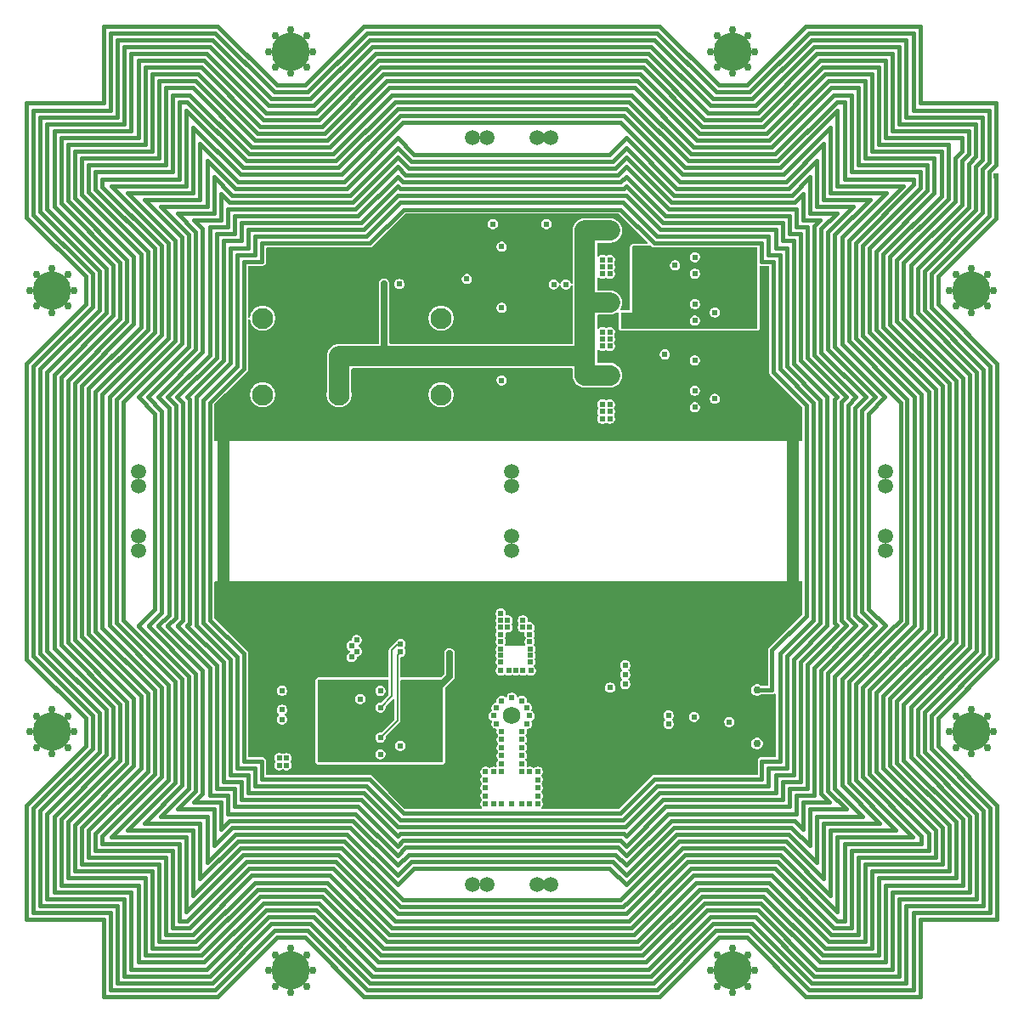
<source format=gbr>
%TF.GenerationSoftware,KiCad,Pcbnew,9.0.1*%
%TF.CreationDate,2025-06-25T17:23:05-04:00*%
%TF.ProjectId,-Z,2d5a2e6b-6963-4616-945f-706362585858,rev?*%
%TF.SameCoordinates,Original*%
%TF.FileFunction,Copper,L3,Inr*%
%TF.FilePolarity,Positive*%
%FSLAX46Y46*%
G04 Gerber Fmt 4.6, Leading zero omitted, Abs format (unit mm)*
G04 Created by KiCad (PCBNEW 9.0.1) date 2025-06-25 17:23:05*
%MOMM*%
%LPD*%
G01*
G04 APERTURE LIST*
%TA.AperFunction,ComponentPad*%
%ADD10C,0.762000*%
%TD*%
%TA.AperFunction,ComponentPad*%
%ADD11C,3.800000*%
%TD*%
%TA.AperFunction,ComponentPad*%
%ADD12C,1.500000*%
%TD*%
%TA.AperFunction,ComponentPad*%
%ADD13C,1.727200*%
%TD*%
%TA.AperFunction,ComponentPad*%
%ADD14C,2.100000*%
%TD*%
%TA.AperFunction,ViaPad*%
%ADD15C,0.609600*%
%TD*%
%TA.AperFunction,ViaPad*%
%ADD16C,0.762000*%
%TD*%
%TA.AperFunction,Conductor*%
%ADD17C,0.203200*%
%TD*%
%TA.AperFunction,Conductor*%
%ADD18C,0.635000*%
%TD*%
%TA.AperFunction,Conductor*%
%ADD19C,2.032000*%
%TD*%
%TA.AperFunction,Conductor*%
%ADD20C,1.143000*%
%TD*%
%TA.AperFunction,Conductor*%
%ADD21C,0.411480*%
%TD*%
G04 APERTURE END LIST*
D10*
%TO.N,GND*%
%TO.C,H2*%
X144200001Y-145800000D03*
X143555751Y-147355750D03*
X143555751Y-144244250D03*
X142000001Y-148000000D03*
D11*
X142000001Y-145800000D03*
D10*
X142000001Y-143600000D03*
X140444251Y-147355750D03*
X140444251Y-144244250D03*
X139800001Y-145800000D03*
%TD*%
D12*
%TO.N,/Burn Wires/VBURN3*%
%TO.C,JP5*%
X164000001Y-96100000D03*
X164000001Y-97499999D03*
%TO.N,Net-(JP5-B)*%
X164000001Y-102499999D03*
X164000001Y-103899998D03*
%TD*%
D10*
%TO.N,GND*%
%TO.C,H8*%
X212000000Y-121999999D03*
X211355750Y-123555749D03*
X211355750Y-120444249D03*
X209800000Y-124199999D03*
D11*
X209800000Y-121999999D03*
D10*
X209800000Y-119799999D03*
X208244250Y-123555749D03*
X208244250Y-120444249D03*
X207600000Y-121999999D03*
%TD*%
%TO.N,GND*%
%TO.C,H5*%
X144200001Y-54200000D03*
X143555751Y-55755750D03*
X143555751Y-52644250D03*
X142000001Y-56400000D03*
D11*
X142000001Y-54200000D03*
D10*
X142000001Y-52000000D03*
X140444251Y-55755750D03*
X140444251Y-52644250D03*
X139800001Y-54200000D03*
%TD*%
%TO.N,GND*%
%TO.C,H7*%
X212000000Y-78000000D03*
X211355750Y-79555750D03*
X211355750Y-76444250D03*
X209800000Y-80200000D03*
D11*
X209800000Y-78000000D03*
D10*
X209800000Y-75800000D03*
X208244250Y-79555750D03*
X208244250Y-76444250D03*
X207600000Y-78000000D03*
%TD*%
D13*
%TO.N,/Interfaces/GPS*%
%TO.C,AE3*%
X164000000Y-120400000D03*
%TD*%
D12*
%TO.N,/Burn Wires/VBURN1*%
%TO.C,JP1*%
X167900000Y-62789000D03*
X166500001Y-62789000D03*
%TO.N,Net-(JP1-B)*%
X161500001Y-62789000D03*
X160100002Y-62789000D03*
%TD*%
D10*
%TO.N,GND*%
%TO.C,H4*%
X120400001Y-78000000D03*
X119755751Y-79555750D03*
X119755751Y-76444250D03*
X118200001Y-80200000D03*
D11*
X118200001Y-78000000D03*
D10*
X118200001Y-75800000D03*
X116644251Y-79555750D03*
X116644251Y-76444250D03*
X116000001Y-78000000D03*
%TD*%
%TO.N,GND*%
%TO.C,H3*%
X120400001Y-121999999D03*
X119755751Y-123555749D03*
X119755751Y-120444249D03*
X118200001Y-124199999D03*
D11*
X118200001Y-121999999D03*
D10*
X118200001Y-119799999D03*
X116644251Y-123555749D03*
X116644251Y-120444249D03*
X116000001Y-121999999D03*
%TD*%
D12*
%TO.N,Net-(JP3-B)*%
%TO.C,JP4*%
X126789000Y-103899999D03*
X126789000Y-102500000D03*
%TO.N,Net-(JP4-B)*%
X126789000Y-97500000D03*
X126789000Y-96100001D03*
%TD*%
D10*
%TO.N,GND*%
%TO.C,H1*%
X188200000Y-145800000D03*
X187555750Y-147355750D03*
X187555750Y-144244250D03*
X186000000Y-148000000D03*
D11*
X186000000Y-145800000D03*
D10*
X186000000Y-143600000D03*
X184444250Y-147355750D03*
X184444250Y-144244250D03*
X183800000Y-145800000D03*
%TD*%
%TO.N,GND*%
%TO.C,H6*%
X188200000Y-54200000D03*
X187555750Y-55755750D03*
X187555750Y-52644250D03*
X186000000Y-56400000D03*
D11*
X186000000Y-54200000D03*
D10*
X186000000Y-52000000D03*
X184444250Y-55755750D03*
X184444250Y-52644250D03*
X183800000Y-54200000D03*
%TD*%
D14*
%TO.N,/Burn Wires/VBURN_A_IN*%
%TO.C,U2*%
X146793600Y-88417600D03*
%TO.N,GND*%
X139173600Y-80797600D03*
%TO.N,VBATT*%
X139173600Y-88417600D03*
X156953600Y-88417600D03*
%TO.N,Net-(D1-A)*%
X156953600Y-80797600D03*
%TD*%
D12*
%TO.N,/Burn Wires/VBURN2*%
%TO.C,JP3*%
X201211001Y-97500000D03*
X201211001Y-96100001D03*
%TO.N,Net-(JP3-B)*%
X201211001Y-103899999D03*
X201211001Y-102500000D03*
%TD*%
%TO.N,Net-(JP1-B)*%
%TO.C,JP2*%
X161500001Y-137211000D03*
X160100002Y-137211000D03*
%TO.N,Net-(JP2-B)*%
X167900000Y-137211000D03*
X166500001Y-137211000D03*
%TD*%
D15*
%TO.N,GND*%
X161400000Y-128372600D03*
X165100000Y-110900000D03*
X162900000Y-113000000D03*
X163600000Y-111600000D03*
X162200000Y-125972600D03*
X162200000Y-129172600D03*
X165100000Y-115900000D03*
X165000001Y-125972600D03*
X185670201Y-121018798D03*
X165800000Y-125972600D03*
X165500000Y-121200000D03*
X162500000Y-119600000D03*
X163000001Y-121968599D03*
X166600000Y-126772600D03*
X166600000Y-128372600D03*
X164400000Y-115900000D03*
X163000001Y-125171799D03*
X152888399Y-123395400D03*
X163000001Y-125972600D03*
X165000001Y-122769399D03*
X162900000Y-110900000D03*
X164000000Y-118600000D03*
X162925001Y-113756200D03*
X184243801Y-80213400D03*
X165100000Y-111600000D03*
X163000000Y-118900000D03*
X165000001Y-124370999D03*
X165000000Y-118900000D03*
X162900000Y-111600000D03*
X164000000Y-129172600D03*
X161400000Y-125972600D03*
X163600000Y-110900000D03*
X165875001Y-114391200D03*
X165875001Y-115026200D03*
X163000001Y-122769399D03*
X148920200Y-118719600D03*
X165800000Y-112300000D03*
X165800000Y-111600000D03*
X162925001Y-114391200D03*
X165000001Y-121968599D03*
X162200000Y-120400000D03*
X163000001Y-123570199D03*
X166600000Y-127572600D03*
X162925001Y-115026200D03*
X165000001Y-125171799D03*
X161400000Y-127572600D03*
X162900000Y-115900000D03*
X163000000Y-129172600D03*
X162500000Y-121200000D03*
X162900000Y-110200000D03*
X166600000Y-125972600D03*
X165500000Y-119600000D03*
X165000000Y-129172600D03*
X179265400Y-84379000D03*
X165800000Y-120400000D03*
X165000001Y-123570199D03*
X182165000Y-120497799D03*
X163000001Y-124370999D03*
X161400000Y-129172600D03*
X161400000Y-126772600D03*
X165875001Y-113756200D03*
X165900000Y-115900000D03*
X162900000Y-112300000D03*
X163703000Y-115900000D03*
X165800000Y-113000000D03*
X184228800Y-88820999D03*
X165800000Y-129172600D03*
X180281401Y-75514399D03*
X166600000Y-129172600D03*
%TO.N,BURN_RELAY_A*%
X148556800Y-112852399D03*
X152798600Y-77380800D03*
%TO.N,SDA*%
X182237201Y-89661200D03*
X182252200Y-74699600D03*
X141114601Y-119796799D03*
X150917600Y-124230600D03*
%TO.N,SCL*%
X150917599Y-117907000D03*
X182252201Y-81023200D03*
X141114601Y-117896800D03*
%TO.N,/Burn Wires/VBURN1*%
X173042401Y-74955600D03*
X173779001Y-74955600D03*
X173779000Y-76378000D03*
X173779001Y-75666799D03*
X173042400Y-76378000D03*
X173042401Y-75666799D03*
%TO.N,/Burn Wires/VBURN2*%
X173042400Y-83566200D03*
X173779001Y-82143800D03*
X173779000Y-83566200D03*
X173042401Y-82143800D03*
X173779001Y-82854999D03*
X173042401Y-82854999D03*
%TO.N,/Burn Wires/VBURN3*%
X173042400Y-90805200D03*
X173042401Y-89382800D03*
X173779000Y-89382799D03*
X173779001Y-90093999D03*
X173779000Y-90805200D03*
X173042401Y-90093999D03*
%TO.N,SCL_M*%
X182237200Y-84987599D03*
X179625001Y-120370803D03*
%TO.N,SDA_M*%
X182237200Y-88011199D03*
X179625001Y-121209000D03*
%TO.N,SCL_IO*%
X150926600Y-119565999D03*
X152925600Y-113258796D03*
%TO.N,BURN_EN1*%
X162984001Y-73660200D03*
X148048800Y-114554200D03*
%TO.N,BURN_EN2*%
X162984001Y-79743000D03*
X148559567Y-113977544D03*
%TO.N,SDA_IO*%
X152925600Y-114020800D03*
X150917599Y-122580599D03*
%TO.N,BURN_EN3*%
X148044222Y-113416236D03*
X162984001Y-86982000D03*
%TO.N,/Light Sensor/LS_3V3*%
X182262601Y-77861400D03*
X187687802Y-74699600D03*
X187750800Y-77861400D03*
X176753600Y-77861399D03*
X159529601Y-76885999D03*
X176816600Y-81023200D03*
X175353801Y-80985701D03*
%TO.N,COIL_DRIVER_EN*%
X141114601Y-120751799D03*
X173812200Y-117589800D03*
%TO.N,/GPIO Expander/GE_3V3*%
X145418999Y-121068800D03*
X157802401Y-114173301D03*
X156416200Y-121068800D03*
X156353200Y-117907000D03*
X150907199Y-121068799D03*
X145482000Y-124230600D03*
%TO.N,/Burn Wires/VBURN_A_IN*%
X151300001Y-77355399D03*
X173779001Y-71348799D03*
X173779000Y-78511599D03*
X173779000Y-87173000D03*
X173779000Y-72771199D03*
X173779001Y-79222800D03*
X173779000Y-79934000D03*
X173042401Y-71348799D03*
X173779001Y-86461800D03*
X173042401Y-86461800D03*
X173042400Y-72060000D03*
X173042401Y-87172999D03*
X173042401Y-79933999D03*
X173779000Y-72060000D03*
X173042400Y-78511599D03*
X173042401Y-72771200D03*
X173779000Y-85750600D03*
X173042400Y-85750600D03*
X173042401Y-79222800D03*
%TO.N,3V3_P*%
X175353801Y-79410698D03*
X138398801Y-122359991D03*
X180945800Y-125590000D03*
X138398801Y-121359989D03*
X177085200Y-121234401D03*
X181340000Y-116992600D03*
X176738601Y-86499399D03*
X140873001Y-121869400D03*
X157802401Y-112598298D03*
X187735801Y-86499399D03*
X143389601Y-118846800D03*
X176801600Y-89661200D03*
X182247600Y-86499399D03*
%TO.N,VBATT_M*%
X175308401Y-116306800D03*
X175308400Y-115375902D03*
X140835201Y-124612600D03*
X175308401Y-117246600D03*
X141546400Y-125323799D03*
X141546400Y-124612600D03*
X140835201Y-125323799D03*
%TO.N,/Light Sensor/I2C Protection/DEVICE*%
X182252201Y-76349600D03*
X169384801Y-77419400D03*
%TO.N,/Light Sensor/I2C Protection1/DEVICE*%
X182252201Y-79373200D03*
X168191001Y-77419400D03*
%TO.N,/Light Sensor/ADDR*%
X162118879Y-71401124D03*
X167454400Y-71399599D03*
D16*
%TO.N,/Coil Driver/coil*%
X188438800Y-123164801D03*
X188438801Y-117830802D03*
D15*
X212285401Y-66599000D03*
%TD*%
D17*
%TO.N,SCL_IO*%
X152036600Y-118455999D02*
X150926600Y-119565999D01*
X152646203Y-113258797D02*
X152036601Y-113868399D01*
X152925600Y-113258796D02*
X152646203Y-113258797D01*
X152036601Y-113868399D02*
X152036600Y-118455999D01*
%TO.N,SDA_IO*%
X152620801Y-120877398D02*
X150917599Y-122580599D01*
X152925600Y-114020800D02*
X152620801Y-114325600D01*
X152620801Y-114325600D02*
X152620801Y-120877398D01*
D18*
%TO.N,/GPIO Expander/GE_3V3*%
X157802401Y-116457799D02*
X156364698Y-117895502D01*
X156364698Y-117895502D02*
X156341702Y-117895501D01*
X156341702Y-117895501D02*
X156353200Y-117907000D01*
X157802401Y-114173301D02*
X157802401Y-116457799D01*
D19*
%TO.N,/Burn Wires/VBURN_A_IN*%
X171290800Y-84302800D02*
X171290800Y-86461799D01*
X171290800Y-79146600D02*
X171290800Y-84302800D01*
X146793601Y-84556800D02*
X146793601Y-88417600D01*
X171367000Y-79222800D02*
X173779001Y-79222800D01*
X173779000Y-72060000D02*
X171290800Y-72060000D01*
D18*
X151300001Y-77355399D02*
X151300001Y-84556800D01*
D19*
X171290800Y-84302800D02*
X171036801Y-84556800D01*
X171290800Y-79146600D02*
X171367000Y-79222800D01*
X171290800Y-72060000D02*
X171290800Y-79146600D01*
X171036801Y-84556800D02*
X151300001Y-84556800D01*
X151300001Y-84556800D02*
X146793601Y-84556800D01*
X171290800Y-86461799D02*
X173779001Y-86461800D01*
D20*
%TO.N,3V3_P*%
X135300000Y-92500000D02*
X135300000Y-107700000D01*
X192000000Y-92400000D02*
X192000000Y-107600000D01*
D21*
%TO.N,/Coil Driver/coil*%
X175417299Y-64741000D02*
X179887700Y-69211399D01*
X149814100Y-126716998D02*
X139120699Y-126717000D01*
X206481500Y-76628198D02*
X212285401Y-70824297D01*
X175417299Y-62810598D02*
X180446501Y-67839800D01*
X134447101Y-52345799D02*
X124033101Y-52345798D01*
X176788899Y-56460599D02*
X174439400Y-56460600D01*
X206202100Y-112213599D02*
X206202100Y-111379200D01*
X132211900Y-57832199D02*
X129519500Y-57832199D01*
X123601299Y-80234999D02*
X117708500Y-86127799D01*
X175087100Y-130780999D02*
X152912899Y-130781000D01*
X190479500Y-134946599D02*
X196372300Y-140839399D01*
X182961099Y-61667600D02*
X177068300Y-55774798D01*
X127462100Y-136572198D02*
X127462101Y-144268399D01*
X178770099Y-71954600D02*
X190276299Y-71954600D01*
X174020300Y-134895799D02*
X153979700Y-134895799D01*
X139222299Y-139061400D02*
X144784900Y-139061399D01*
X174807701Y-130095199D02*
X153192300Y-130095199D01*
X175417299Y-67636599D02*
X179049500Y-71268799D01*
X146461299Y-65096598D02*
X137545901Y-65096598D01*
X126776300Y-55088998D02*
X126776299Y-62759798D01*
X177042900Y-144268399D02*
X182935699Y-138375599D01*
X129697300Y-88616999D02*
X133888299Y-84425999D01*
X121823300Y-89027199D02*
X121823301Y-89027200D01*
X137317299Y-75129600D02*
X139120699Y-75129599D01*
X124033101Y-52345798D02*
X124033100Y-60041999D01*
X131576900Y-132457398D02*
X131576900Y-139950398D01*
X175391899Y-137232599D02*
X173740900Y-135581599D01*
X121137500Y-131542998D02*
X121137499Y-135200600D01*
X210316900Y-130145999D02*
X204424100Y-124253198D01*
X182097499Y-136318200D02*
X189920699Y-136318200D01*
X136707700Y-67153999D02*
X147299500Y-67153999D01*
X198988500Y-130399998D02*
X194391100Y-130399999D01*
X175391899Y-63775798D02*
X175417299Y-63775799D01*
X199267899Y-111426199D02*
X194822900Y-115871198D01*
X204669174Y-140681536D02*
X212369235Y-140681535D01*
X203306500Y-60727798D02*
X203306500Y-53031599D01*
X127385899Y-131085800D02*
X132948499Y-131085799D01*
X189590500Y-72640399D02*
X189590500Y-74443798D01*
X195762700Y-131771599D02*
X195762700Y-138299399D01*
X152883699Y-60604599D02*
X147020100Y-66468199D01*
X211688499Y-114448800D02*
X211688499Y-85594398D01*
X128757499Y-111426199D02*
X129824299Y-110359399D01*
X175391899Y-67636600D02*
X175417299Y-67636599D01*
X125404700Y-138629598D02*
X125404701Y-146325799D01*
X121823299Y-112239000D02*
X127716099Y-118131800D01*
X203306500Y-139315399D02*
X211002700Y-139315398D01*
X194060899Y-110842000D02*
X190708100Y-114194799D01*
X152608099Y-59914999D02*
X146740699Y-65782399D01*
X127385900Y-68957398D02*
X132948499Y-68957399D01*
X196372300Y-70328999D02*
X194822900Y-71878399D01*
X123349304Y-59361662D02*
X115649302Y-59361662D01*
X133888299Y-146325800D02*
X139781100Y-140432999D01*
X131830899Y-72437198D02*
X129036900Y-69643198D01*
X128732099Y-88617000D02*
X133202499Y-84146600D01*
X197337500Y-111426200D02*
X193451300Y-115312398D01*
X138384100Y-137003999D02*
X145623100Y-137003999D01*
X189641300Y-63039198D02*
X182402300Y-63039198D01*
X175391899Y-132406598D02*
X175137901Y-132152600D01*
X201198300Y-111426199D02*
X196194499Y-116429999D01*
X183215100Y-139061399D02*
X188803100Y-139061400D01*
X124604601Y-88883698D02*
X124604601Y-111159500D01*
X204093900Y-111426199D02*
X204093900Y-88616999D01*
X139501700Y-139747199D02*
X144505499Y-139747198D01*
X122229701Y-79676199D02*
X116336899Y-85568999D01*
X203395401Y-88883700D02*
X203395401Y-111159498D01*
X193019499Y-129028399D02*
X193019499Y-131695398D01*
X212272699Y-65528400D02*
X212272701Y-59361662D01*
X150677700Y-144954199D02*
X154271800Y-144954199D01*
X129519500Y-65528399D02*
X121823299Y-65528400D01*
X174829300Y-138760399D02*
X180700499Y-132889200D01*
X196194499Y-127606000D02*
X198988500Y-130399998D01*
X191393900Y-85568998D02*
X194746700Y-88921798D01*
X211586901Y-70557599D02*
X211586900Y-66214199D01*
X138434900Y-125599399D02*
X136631500Y-125599399D01*
X143667300Y-58238598D02*
X140339900Y-58238598D01*
X127792299Y-111426200D02*
X129138499Y-110080000D01*
X212369235Y-129315434D02*
X206481500Y-123427698D01*
X208843699Y-62785199D02*
X201249100Y-62785199D01*
X133888299Y-71700600D02*
X135691700Y-71700599D01*
X153141500Y-132838399D02*
X152608099Y-133371798D01*
X122229700Y-123694399D02*
X116336900Y-129587199D01*
X129036900Y-69643198D02*
X133634300Y-69643199D01*
X116336899Y-85568999D02*
X116336899Y-114474199D01*
X131653100Y-111451599D02*
X131653101Y-111426200D01*
X192079699Y-114753599D02*
X192079699Y-126285198D01*
X202366699Y-118944599D02*
X208259500Y-113051799D01*
X195534100Y-142896799D02*
X199191700Y-142896799D01*
X181818100Y-135632399D02*
X190200100Y-135632399D01*
X131653101Y-111426200D02*
X131881699Y-111197600D01*
X153700299Y-65833198D02*
X174299700Y-65833199D01*
X125658699Y-118969998D02*
X125658699Y-125091399D01*
X199191700Y-57146399D02*
X195534100Y-57146398D01*
X153420900Y-66518999D02*
X174579099Y-66519000D01*
X136707700Y-132889198D02*
X147299500Y-132889199D01*
X152544601Y-57146398D02*
X152544601Y-57146399D01*
X133888299Y-128342598D02*
X133888299Y-115617199D01*
X137545901Y-65096598D02*
X131653101Y-59203799D01*
X194746700Y-111121399D02*
X191393899Y-114474200D01*
X152074701Y-141525199D02*
X175925301Y-141525199D01*
X201680899Y-74672400D02*
X207472100Y-68881200D01*
X135005900Y-131695399D02*
X135005899Y-129028399D01*
X129138500Y-90013999D02*
X127766899Y-88642400D01*
X173740900Y-64461598D02*
X175391899Y-62810599D01*
X212369235Y-85309935D02*
X206481500Y-79422199D01*
X127030300Y-118411198D02*
X127030300Y-125650198D01*
X125734900Y-68271599D02*
X130459300Y-72995999D01*
X202976300Y-67585799D02*
X196448500Y-67585798D01*
X137749100Y-73757999D02*
X137749100Y-71954599D01*
X147858300Y-131517599D02*
X136148900Y-131517599D01*
X137063299Y-71268798D02*
X148975901Y-71268798D01*
X124871299Y-88617000D02*
X124604601Y-88883698D01*
X198251899Y-82774998D02*
X198251899Y-73275399D01*
X202290500Y-131771600D02*
X195762700Y-131771599D01*
X203738299Y-124532600D02*
X203738300Y-119503398D01*
X134320100Y-66696798D02*
X136148900Y-68525599D01*
X125734899Y-131771600D02*
X132262700Y-131771599D01*
X135259900Y-84984799D02*
X135259899Y-73072200D01*
X131932500Y-141525200D02*
X137825301Y-135632399D01*
X189933401Y-117830801D02*
X188438801Y-117830802D01*
X194975301Y-55774799D02*
X189082500Y-61667600D01*
X124718899Y-139315399D02*
X124718900Y-147011599D01*
X153188498Y-61265000D02*
X174836901Y-61265000D01*
X174820400Y-142210999D02*
X176204700Y-142210999D01*
X130459300Y-117014198D02*
X130459300Y-127047199D01*
X123194900Y-66899998D02*
X123194900Y-67661999D01*
X191393899Y-114474200D02*
X191393900Y-125599399D01*
X203306501Y-147011599D02*
X203306500Y-139315399D01*
X119765900Y-86965999D02*
X119765900Y-113077199D01*
X115649303Y-85304096D02*
X115649302Y-114739103D01*
X200309299Y-125929600D02*
X200309299Y-118106398D01*
X145902499Y-136318200D02*
X151795299Y-142211000D01*
X135005899Y-71014799D02*
X135005899Y-68347800D01*
X178185900Y-53031599D02*
X149839499Y-53031600D01*
X126776300Y-144954199D02*
X133329500Y-144954199D01*
X204830501Y-132381198D02*
X198937700Y-126488398D01*
X128147901Y-56460599D02*
X128147900Y-64156799D01*
X195813500Y-142210999D02*
X198505899Y-142211000D01*
X187406100Y-57552799D02*
X184637500Y-57552799D01*
X204424100Y-119782798D02*
X210316900Y-113889999D01*
X198937700Y-73554799D02*
X204728899Y-67763600D01*
X203992301Y-52345798D02*
X193578301Y-52345798D01*
X190708100Y-114194799D02*
X190708101Y-124913600D01*
X208157900Y-69160598D02*
X208157900Y-64817199D01*
X205109900Y-79980999D02*
X205109899Y-76069400D01*
X193375099Y-110426701D02*
X189933401Y-113868399D01*
X189933401Y-113868399D02*
X189933401Y-117830801D01*
X194137099Y-71599000D02*
X194137099Y-84451400D01*
X198937700Y-126488398D02*
X198937700Y-117547599D01*
X117022700Y-114194799D02*
X122915500Y-120087599D01*
X130205301Y-141525199D02*
X131932500Y-141525200D01*
X183240500Y-60981799D02*
X177347700Y-55088999D01*
X183494500Y-139747198D02*
X188523700Y-139747199D01*
X194391100Y-130399999D02*
X194391100Y-134997398D01*
X128401900Y-73834199D02*
X128401900Y-82190799D01*
X195254699Y-56460600D02*
X189361899Y-62353400D01*
X129824299Y-110359399D02*
X129824299Y-89734599D01*
X132948500Y-63394798D02*
X136707700Y-67153999D01*
X206202100Y-111379200D02*
X206202100Y-111379199D01*
X199877499Y-56460600D02*
X195254699Y-56460600D01*
X211586900Y-60041998D02*
X203992300Y-60041999D01*
X202366699Y-74951799D02*
X208157900Y-69160598D01*
X189361899Y-62353400D02*
X182681699Y-62353399D01*
X209529500Y-64410799D02*
X209529501Y-62099399D01*
X196194499Y-83613199D02*
X201172900Y-88591599D01*
X152633499Y-131466798D02*
X149255300Y-128088599D01*
X133939099Y-110841998D02*
X133939099Y-89201200D01*
X195762700Y-138299399D02*
X191038299Y-133574998D01*
X192333700Y-130145998D02*
X179582899Y-130145998D01*
X120451699Y-87245399D02*
X120451699Y-112797799D01*
X204728900Y-66214199D02*
X197820100Y-66214198D01*
X204830501Y-111654798D02*
X204830499Y-111197600D01*
X208259500Y-86991399D02*
X202366699Y-81098599D01*
X152862099Y-132152599D02*
X152608099Y-132406599D01*
X190758900Y-134260799D02*
X196448500Y-139950399D01*
X146181901Y-64410798D02*
X137825300Y-64410799D01*
X189920699Y-63725000D02*
X182122901Y-63724999D01*
X190962099Y-128774400D02*
X179024099Y-128774400D01*
X198175700Y-89709199D02*
X198175700Y-110333999D01*
X152354101Y-140839399D02*
X152862100Y-140839399D01*
X131195900Y-110918199D02*
X131195900Y-89175799D01*
X137825301Y-135632399D02*
X146181900Y-135632399D01*
X198302699Y-88617000D02*
X197489899Y-89429800D01*
X152608100Y-140128200D02*
X175391899Y-140128200D01*
X121823299Y-65528400D02*
X121823300Y-68220799D01*
X175137901Y-67890600D02*
X175391899Y-67636600D01*
X152608099Y-66671400D02*
X153141501Y-67204798D01*
X177068300Y-55774798D02*
X153636801Y-55774799D01*
X190200100Y-135632399D02*
X196092900Y-141525199D01*
X196372299Y-111426200D02*
X192765500Y-115032997D01*
X181538700Y-134946599D02*
X190479500Y-134946599D01*
X197134300Y-59203799D02*
X196372299Y-59203800D01*
X133329500Y-55088998D02*
X126776300Y-55088998D01*
X123906099Y-88616999D02*
X123906099Y-111426199D01*
X149534700Y-72640399D02*
X152912900Y-69262199D01*
X198937700Y-82495598D02*
X198937700Y-73554799D01*
X178465300Y-127402798D02*
X175087100Y-130780999D01*
X174261601Y-144268399D02*
X177042900Y-144268399D01*
X151236499Y-143582600D02*
X153979699Y-143582599D01*
X145343699Y-137689799D02*
X151236499Y-143582600D01*
X193857700Y-53031599D02*
X187964899Y-58924400D01*
X137063299Y-73072199D02*
X137063299Y-71268798D01*
X187685500Y-58238599D02*
X184358100Y-58238599D01*
X197820100Y-133828999D02*
X205516300Y-133828999D01*
X123194900Y-132381199D02*
X123194899Y-133143200D01*
X175391899Y-65706200D02*
X175417299Y-65706199D01*
X206887899Y-87550199D02*
X200995100Y-81657399D01*
X188244300Y-59610198D02*
X183799299Y-59610199D01*
X119080100Y-86686598D02*
X119080100Y-110083800D01*
X205109900Y-123973798D02*
X205109900Y-120062198D01*
X124972899Y-124812000D02*
X119080100Y-130704799D01*
X199623500Y-117827000D02*
X205516299Y-111934200D01*
X130662501Y-88617000D02*
X134574100Y-84705399D01*
X154271800Y-144954199D02*
X177322300Y-144954199D01*
X190276300Y-73757998D02*
X191393899Y-73758000D01*
X197566099Y-83054400D02*
X197566099Y-72996000D01*
X130510100Y-89455199D02*
X129697300Y-88642400D01*
X196804100Y-89150399D02*
X196804100Y-110892799D01*
X124033101Y-147697399D02*
X134447101Y-147697399D01*
X124083901Y-132457398D02*
X131576900Y-132457398D01*
X177347700Y-55088999D02*
X153662201Y-55088999D01*
X200995100Y-125650199D02*
X200995100Y-118385798D01*
X147858300Y-68525599D02*
X152608099Y-63775799D01*
X139120699Y-126717000D02*
X139120699Y-124913599D01*
X206202100Y-131822399D02*
X200309299Y-125929600D01*
X198505899Y-142211000D02*
X198505900Y-134514800D01*
X194975300Y-144268399D02*
X200563299Y-144268400D01*
X139501699Y-60296000D02*
X133608899Y-54403200D01*
X124287100Y-80514399D02*
X118394299Y-86407200D01*
X199877500Y-64156798D02*
X199877499Y-56460600D01*
X194391100Y-65071199D02*
X194391100Y-69643198D01*
X204708965Y-59361662D02*
X204669174Y-59321875D01*
X152891299Y-139446200D02*
X175108699Y-139446200D01*
X195813500Y-57832199D02*
X189920699Y-63725000D01*
X152608099Y-136267399D02*
X147858300Y-131517599D01*
X208157900Y-64817199D02*
X208843700Y-64131399D01*
X138663500Y-137689799D02*
X145343699Y-137689799D01*
X175671299Y-59203800D02*
X152354100Y-59203799D01*
X184612100Y-142490399D02*
X187406100Y-142490399D01*
X175366500Y-131466799D02*
X152633499Y-131466798D01*
X175925301Y-141525199D02*
X181818100Y-135632399D01*
X194137099Y-53717398D02*
X188244300Y-59610198D01*
X199623500Y-73834198D02*
X205414700Y-68042999D01*
X176484099Y-142896799D02*
X182376900Y-137003999D01*
X179862300Y-130831798D02*
X175391899Y-135302199D01*
X135005899Y-68347800D02*
X135869501Y-69211399D01*
X183519901Y-60295998D02*
X177627099Y-54403200D01*
X125184350Y-111739249D02*
X130459300Y-117014198D01*
X144784901Y-60981798D02*
X139222299Y-60981798D01*
X149560099Y-147697399D02*
X178439900Y-147697400D01*
X132338901Y-71014798D02*
X135005899Y-71014799D01*
X129773499Y-117293599D02*
X129773499Y-126767799D01*
X138434900Y-72640399D02*
X149534700Y-72640399D01*
X184637500Y-57552799D02*
X178746364Y-51661663D01*
X121823301Y-89027200D02*
X121823301Y-110845800D01*
X199623500Y-82216198D02*
X199623500Y-73834198D01*
X188904699Y-75129599D02*
X190022299Y-75129600D01*
X196880300Y-72716598D02*
X201325299Y-68271599D01*
X137063299Y-128774400D02*
X137063299Y-126970999D01*
X153700299Y-134210000D02*
X152608099Y-135302200D01*
X129087700Y-73554799D02*
X129087700Y-82470198D01*
X207472100Y-68881200D02*
X207472100Y-63471000D01*
X133050100Y-55774799D02*
X127462100Y-55774799D01*
X151515900Y-57146400D02*
X145623100Y-63039199D01*
X126344499Y-81352600D02*
X120451699Y-87245399D01*
X118394299Y-86407200D02*
X118394299Y-113635998D01*
X197489899Y-110613398D02*
X198302699Y-111426200D01*
X144226100Y-59610199D02*
X139781100Y-59610199D01*
X196372300Y-140839399D02*
X197134300Y-140839399D01*
X196880300Y-127326599D02*
X196880300Y-116709399D01*
X174299700Y-65833199D02*
X175391899Y-64740999D01*
X153662201Y-55088999D02*
X150677700Y-55088998D01*
X115649302Y-59361662D02*
X115649302Y-70733601D01*
X134167699Y-53031600D02*
X124718900Y-53031598D01*
X117022700Y-85848399D02*
X117022700Y-114194799D01*
X174858500Y-132838399D02*
X153141500Y-132838399D01*
X190682700Y-74443798D02*
X190708101Y-74469199D01*
X149255300Y-128088599D02*
X137749100Y-128088599D01*
X196092900Y-141525199D02*
X197820099Y-141525200D01*
X209631099Y-86432599D02*
X203738300Y-80539800D01*
X123349304Y-148381534D02*
X134728163Y-148381534D01*
X189590500Y-125624798D02*
X189590500Y-127402798D01*
X211688499Y-85594398D02*
X205795700Y-79701599D01*
X149839499Y-53031600D02*
X143946700Y-58924399D01*
X139120699Y-73326198D02*
X149814100Y-73326199D01*
X194416499Y-54403199D02*
X188523700Y-60295998D01*
X129519500Y-57832199D02*
X129519500Y-65528399D01*
X124287100Y-124532599D02*
X118394299Y-130425399D01*
X207573699Y-87270800D02*
X201680899Y-81378000D01*
X140339900Y-58238598D02*
X134447101Y-52345799D01*
X153979699Y-143582599D02*
X153979700Y-143582600D01*
X118394299Y-130425399D02*
X118394300Y-137943799D01*
X200309299Y-74113600D02*
X206100500Y-68322399D01*
X152608099Y-67636599D02*
X152862100Y-67890600D01*
X206887899Y-112492999D02*
X206887899Y-89459001D01*
X206481500Y-123427698D02*
X206481500Y-120620999D01*
X179608299Y-69897199D02*
X192333699Y-69897200D01*
X119080100Y-110083800D02*
X119080100Y-113356599D01*
X134320100Y-70328999D02*
X134320100Y-66696798D01*
X129087700Y-82470198D02*
X123194900Y-88362999D01*
X132948499Y-68957399D02*
X132948500Y-63394798D01*
X148696499Y-70583000D02*
X152608099Y-66671400D01*
X194822900Y-115871198D02*
X194822900Y-128164798D01*
X152862100Y-140839399D02*
X152862101Y-140839399D01*
X184078700Y-58924399D02*
X178185900Y-53031599D01*
X200309299Y-81936800D02*
X200309299Y-74113600D01*
X144226100Y-140432999D02*
X150118900Y-146325799D01*
X204830499Y-88388400D02*
X198937700Y-82495598D01*
X121137500Y-68500199D02*
X127030300Y-74392999D01*
X175137901Y-132152600D02*
X152862099Y-132152599D01*
X187685501Y-141804599D02*
X193578299Y-147697400D01*
X204669175Y-148381535D02*
X204669174Y-140681536D01*
X134447101Y-147697399D02*
X140339900Y-141804599D01*
X127716099Y-125929600D02*
X121823299Y-131822400D01*
X189590500Y-74443798D02*
X190682700Y-74443798D01*
X152159150Y-137748850D02*
X153170700Y-138760400D01*
X204424100Y-75790000D02*
X210215301Y-69998799D01*
X119080100Y-130704799D02*
X119080100Y-137257999D01*
X190276299Y-71954600D02*
X190276300Y-73757998D01*
X203052500Y-75231199D02*
X208843699Y-69440000D01*
X122509100Y-133828999D02*
X130205300Y-133828999D01*
X191038299Y-66468200D02*
X181005300Y-66468199D01*
X131145100Y-116734800D02*
X131145100Y-127326599D01*
X149560099Y-52345799D02*
X143667300Y-58238598D01*
X126056849Y-88396649D02*
X131145100Y-83308398D01*
X129138499Y-110080000D02*
X129138500Y-90013999D01*
X177627099Y-54403200D02*
X150398301Y-54403200D01*
X132770701Y-143582600D02*
X138663500Y-137689799D01*
X199191700Y-64842599D02*
X199191700Y-57146399D01*
X133888299Y-84425999D02*
X133888299Y-71700600D01*
X178185900Y-126716999D02*
X174807701Y-130095199D01*
X196118300Y-88870998D02*
X196118300Y-111172200D01*
X132516700Y-83867198D02*
X132516700Y-72157798D01*
X211586900Y-65248998D02*
X211586900Y-60041998D01*
X135005899Y-129028399D02*
X132338901Y-129028399D01*
X140339900Y-141804599D02*
X143667300Y-141804599D01*
X202620700Y-53717399D02*
X194137099Y-53717398D01*
X125404701Y-146325799D02*
X133888299Y-146325800D01*
X205414700Y-68042999D02*
X205414700Y-65528400D01*
X152608099Y-132406599D02*
X148975900Y-128774399D01*
X196194499Y-72437198D02*
X196194499Y-83613199D01*
X193705300Y-133346398D02*
X191876501Y-131517599D01*
X202620699Y-146325800D02*
X202620700Y-138629600D01*
X200995100Y-81657399D02*
X200995100Y-74392998D01*
X135945700Y-126285198D02*
X135945700Y-114778998D01*
X210901100Y-70278199D02*
X210901099Y-65934799D01*
X132948499Y-136648399D02*
X136707700Y-132889198D01*
X123194900Y-67661999D02*
X129087700Y-73554799D01*
X152608099Y-64741000D02*
X153700299Y-65833198D01*
X153170700Y-138760400D02*
X174829300Y-138760399D01*
X138434900Y-127402799D02*
X138434900Y-125599399D01*
X204093900Y-88616999D02*
X198251899Y-82774998D01*
X133888299Y-115617199D02*
X129722700Y-111451599D01*
X132567500Y-111400799D02*
X132567501Y-88642400D01*
X174858500Y-67204799D02*
X175391899Y-66671399D01*
X133939099Y-89201200D02*
X137317300Y-85822999D01*
X204669174Y-59321875D02*
X204669174Y-51661664D01*
X193705300Y-66722199D02*
X193705300Y-70328998D01*
X179887700Y-69211399D02*
X192181299Y-69211398D01*
X124604601Y-111159500D02*
X125184350Y-111739249D01*
X136987100Y-66468200D02*
X132262700Y-61743797D01*
X197820099Y-58518000D02*
X196092900Y-58517999D01*
X187964899Y-58924400D02*
X184078700Y-58924399D01*
X192333699Y-69897200D02*
X192333700Y-71700598D01*
X193451300Y-115312398D02*
X193451300Y-127656799D01*
X180979900Y-133574999D02*
X175637650Y-138917249D01*
X202768650Y-88256949D02*
X203395401Y-88883700D01*
X196448500Y-132457399D02*
X203941500Y-132457399D01*
X131627700Y-88616999D02*
X135259900Y-84984799D01*
X153357401Y-56460598D02*
X151236499Y-56460600D01*
X136428299Y-67839800D02*
X147578899Y-67839800D01*
X194746700Y-88921798D02*
X194746700Y-111121399D01*
X179049500Y-71268799D02*
X190962099Y-71268798D01*
X116336899Y-60042000D02*
X116336899Y-70456000D01*
X127030300Y-125650198D02*
X121137500Y-131542998D01*
X175391899Y-66671399D02*
X175417299Y-66671400D01*
X129519500Y-142210999D02*
X132211899Y-142211000D01*
X196372299Y-88617000D02*
X196118300Y-88870998D01*
X203738300Y-80539800D02*
X203738300Y-75510599D01*
X202620700Y-138629600D02*
X210316900Y-138629599D01*
X173740900Y-135581599D02*
X154259100Y-135581599D01*
X205516300Y-88108999D02*
X199623500Y-82216198D01*
X134574100Y-115337799D02*
X130687901Y-111451600D01*
X203052500Y-80819198D02*
X203052500Y-75231199D01*
X127030300Y-81631999D02*
X121137500Y-87524799D01*
X115649302Y-114739103D02*
X121543899Y-120633700D01*
X177906500Y-53717399D02*
X150118900Y-53717398D01*
X133634300Y-65045798D02*
X136428299Y-67839800D01*
X195076900Y-136648399D02*
X195076900Y-131085799D01*
X190962099Y-71268798D02*
X190962099Y-73072199D01*
X176204700Y-142210999D02*
X182097499Y-136318200D01*
X119765900Y-113077199D02*
X125658699Y-118969998D01*
X119080100Y-113356599D02*
X124972900Y-119249399D01*
X146740699Y-65782399D02*
X137266500Y-65782400D01*
X148417099Y-69897199D02*
X152608099Y-65706199D01*
X132516700Y-72157798D02*
X130687901Y-70328999D01*
X210215300Y-61413598D02*
X202620700Y-61413598D01*
X178746364Y-51661663D02*
X149279036Y-51661663D01*
X210215301Y-64690199D02*
X210215300Y-61413598D01*
X152608099Y-65706199D02*
X153420900Y-66518999D01*
X131576900Y-67585799D02*
X124083900Y-67585799D01*
X204043100Y-66899999D02*
X197134300Y-66899999D01*
X153192300Y-69947999D02*
X174833099Y-69948000D01*
X198251899Y-73275399D02*
X204043100Y-67484199D01*
X189361901Y-137689798D02*
X195254699Y-143582600D01*
X208843700Y-65096599D02*
X209529500Y-64410799D01*
X209529500Y-69719399D02*
X209529501Y-65375999D01*
X201680899Y-118665200D02*
X207573699Y-112772398D01*
X125404700Y-53717399D02*
X125404700Y-61413599D01*
X130687901Y-111451600D02*
X130687900Y-111426199D01*
X127766899Y-88616999D02*
X132516700Y-83867198D01*
X191901901Y-68525599D02*
X193705300Y-66722199D01*
X206887899Y-89459001D02*
X206887901Y-89458999D01*
X195762700Y-61743799D02*
X191038299Y-66468200D01*
X126776299Y-62759798D02*
X126750899Y-62785198D01*
X133202500Y-71878398D02*
X132338901Y-71014798D01*
X136631500Y-85543598D02*
X136631500Y-74443798D01*
X117022700Y-60727798D02*
X117022700Y-70176599D01*
X148417099Y-130145999D02*
X135691700Y-130145999D01*
X123194900Y-88362999D02*
X123194900Y-88896399D01*
X197566099Y-72996000D02*
X202976300Y-67585799D01*
X152608099Y-62810598D02*
X154259100Y-64461598D01*
X128401900Y-126208998D02*
X122509099Y-132101799D01*
X182935699Y-138375599D02*
X189082500Y-138375600D01*
X124718899Y-60727799D02*
X117022700Y-60727798D01*
X194060900Y-89201199D02*
X194060899Y-110842000D01*
X191647900Y-129460198D02*
X179303501Y-129460199D01*
X126801699Y-88617000D02*
X131830899Y-83587798D01*
X132338901Y-129028399D02*
X133202500Y-128164800D01*
X191876501Y-131517599D02*
X180141700Y-131517599D01*
X134728163Y-148381534D02*
X140619299Y-142490400D01*
X116336900Y-140001199D02*
X124033100Y-140001199D01*
X122915499Y-79955600D02*
X117022700Y-85848399D01*
X190962099Y-73072199D02*
X192079699Y-73072200D01*
X118394299Y-69617799D02*
X124287100Y-75510599D01*
X130459300Y-83028999D02*
X124871299Y-88617000D01*
X130891099Y-133143199D02*
X130891099Y-140839400D01*
X148696500Y-129460199D02*
X136377500Y-129460199D01*
X203738300Y-119503398D02*
X209631099Y-113610599D01*
X193451299Y-71700600D02*
X193451300Y-84730799D01*
X150398301Y-145640000D02*
X177601699Y-145639999D01*
X136631500Y-125599399D02*
X136631499Y-114499600D01*
X175391899Y-64740999D02*
X175417299Y-64741000D01*
X195534100Y-57146398D02*
X189641300Y-63039198D01*
X175637650Y-138917249D02*
X175391899Y-139162999D01*
X197566100Y-116988799D02*
X197566100Y-127047198D01*
X149279036Y-51661663D02*
X143387899Y-57552798D01*
X151795300Y-57832199D02*
X145902499Y-63725000D01*
X205516299Y-111934200D02*
X205516300Y-88108999D01*
X175417299Y-65706199D02*
X179608299Y-69897199D01*
X137266500Y-65782400D02*
X131576900Y-60092799D01*
X208843699Y-69440000D02*
X208843700Y-65096599D01*
X136631499Y-114499600D02*
X133253299Y-111121400D01*
X210316900Y-86153199D02*
X204424100Y-80260400D01*
X180167100Y-68525599D02*
X191901901Y-68525599D01*
X200233100Y-88617000D02*
X198861500Y-89988599D01*
X124972900Y-75231197D02*
X124972900Y-80793799D01*
X122915500Y-76069398D02*
X122915499Y-79955600D01*
X150118900Y-53717398D02*
X144226100Y-59610199D01*
X136631500Y-74443798D02*
X138434900Y-74443799D01*
X206202100Y-111379199D02*
X206202100Y-89078000D01*
X135945700Y-85264200D02*
X135945700Y-73758000D01*
X121137500Y-112518399D02*
X127030300Y-118411198D01*
X118394300Y-137943799D02*
X126090500Y-137943799D01*
X203992300Y-60041999D02*
X203992301Y-52345798D01*
X121823299Y-131822400D02*
X121823300Y-134514799D01*
X189082500Y-138375600D02*
X194975300Y-144268399D01*
X133329500Y-144954199D02*
X139222299Y-139061400D01*
X135259899Y-126971000D02*
X135259900Y-115058399D01*
X179328901Y-70582999D02*
X191647900Y-70582999D01*
X193857700Y-147011599D02*
X203306501Y-147011599D01*
X205414700Y-65528400D02*
X198505900Y-65528398D01*
X178465300Y-52345799D02*
X149560099Y-52345799D01*
X195076900Y-68957399D02*
X199674300Y-68957398D01*
X120451699Y-64156800D02*
X120451699Y-68779600D01*
X124972900Y-119249399D02*
X124972899Y-124812000D01*
X209631099Y-113610599D02*
X209631099Y-86432599D01*
X177881099Y-146325800D02*
X183773899Y-140433000D01*
X152074701Y-58517999D02*
X146181901Y-64410798D01*
X192155900Y-130831798D02*
X179862300Y-130831798D01*
X122509099Y-132101799D02*
X122509100Y-133828999D01*
X198505900Y-65528398D02*
X198505900Y-57832199D01*
X123601299Y-75790000D02*
X123601299Y-80234999D01*
X178744699Y-128088599D02*
X175366500Y-131466799D01*
X194721300Y-71014799D02*
X194137099Y-71599000D01*
X124718900Y-53031598D02*
X124718899Y-60727799D01*
X199877499Y-143582600D02*
X199877500Y-135886399D01*
X124972900Y-80793799D02*
X119080100Y-86686598D01*
X204424100Y-124253198D02*
X204424100Y-119782798D01*
X150957100Y-55774799D02*
X145064301Y-61667600D01*
X207573699Y-112772398D02*
X207573699Y-87270800D01*
X202620700Y-61413598D02*
X202620700Y-53717399D01*
X201680899Y-81378000D02*
X201680899Y-74672400D01*
X190276300Y-128088598D02*
X178744699Y-128088599D01*
X191647900Y-72386398D02*
X192765500Y-72386399D01*
X198251899Y-126767799D02*
X198251899Y-117268200D01*
X121137500Y-64842598D02*
X121137500Y-68500199D01*
X198505900Y-57832199D02*
X195813500Y-57832199D01*
X148975900Y-128774399D02*
X137063299Y-128774400D01*
X152544601Y-57146399D02*
X151515900Y-57146400D01*
X198505900Y-134514800D02*
X206202100Y-134514799D01*
X188244299Y-140433000D02*
X194137099Y-146325800D01*
X150957100Y-144268399D02*
X153941600Y-144268399D01*
X119080100Y-137257999D02*
X126776299Y-137257999D01*
X128401900Y-117852399D02*
X128401900Y-126208998D01*
X203941500Y-132457399D02*
X198251899Y-126767799D01*
X202735001Y-89188500D02*
X196880300Y-83333799D01*
X140619299Y-142490400D02*
X143387899Y-142490400D01*
X131195900Y-89175799D02*
X130662500Y-88642399D01*
X138434900Y-74443799D02*
X138434900Y-72640399D01*
X195508700Y-72157800D02*
X195508700Y-83892599D01*
X122509099Y-66214200D02*
X122509099Y-67941399D01*
X125658699Y-74951799D02*
X125658699Y-81073200D01*
X199191700Y-135200599D02*
X206887900Y-135200598D01*
X145902499Y-63725000D02*
X138104699Y-63725000D01*
X180725900Y-67153999D02*
X191317700Y-67153999D01*
X130459300Y-72995999D02*
X130459300Y-83028999D01*
X179582899Y-130145998D02*
X175391899Y-134336998D01*
X208259500Y-130984199D02*
X202366699Y-125091399D01*
X181005300Y-66468199D02*
X175141701Y-60604600D01*
X133050100Y-144268399D02*
X138942900Y-138375599D01*
X134320100Y-129714199D02*
X130687901Y-129714198D01*
X117022700Y-139315399D02*
X124718899Y-139315399D01*
X206786300Y-64156799D02*
X199877500Y-64156798D01*
X133608899Y-145640000D02*
X139501700Y-139747199D01*
X188904699Y-126717000D02*
X178185900Y-126716999D01*
X140060500Y-58924399D02*
X134167699Y-53031600D01*
X150677700Y-55088998D02*
X144784901Y-60981798D01*
X147299500Y-67153999D02*
X153188498Y-61265000D01*
X126090501Y-54403199D02*
X126090500Y-62099399D01*
X139781100Y-140432999D02*
X144226100Y-140432999D01*
X206100500Y-68322399D02*
X206100500Y-64842599D01*
X125658699Y-81073200D02*
X119765900Y-86965999D01*
X208259500Y-136572199D02*
X208259500Y-130984199D01*
X174299700Y-134209999D02*
X153700299Y-134210000D01*
X197489899Y-89429800D02*
X197489899Y-110613398D01*
X175671300Y-59203799D02*
X175671299Y-59203800D01*
X175391899Y-68576400D02*
X178770099Y-71954600D01*
X120451699Y-131263598D02*
X120451700Y-135886399D01*
X174020300Y-65147399D02*
X175391899Y-63775798D01*
X210316900Y-138629599D02*
X210316900Y-130145999D01*
X128757499Y-111451600D02*
X128757499Y-111426199D01*
X195432499Y-111400799D02*
X192079699Y-114753599D01*
X207573699Y-131263598D02*
X201680900Y-125370799D01*
X175391899Y-133371799D02*
X174858500Y-132838399D01*
X179024099Y-128774400D02*
X175391899Y-132406598D01*
X212369235Y-114733263D02*
X212369235Y-85309935D01*
X204830499Y-111197600D02*
X204830499Y-88388400D01*
X143667300Y-141804599D02*
X149560099Y-147697399D01*
X199623500Y-126209000D02*
X199623500Y-117827000D01*
X119765900Y-130984198D02*
X119765901Y-136572198D01*
X126750899Y-62785198D02*
X119080100Y-62785198D01*
X197134300Y-140839399D02*
X197134300Y-133143199D01*
X127792300Y-111451600D02*
X127792299Y-111426200D01*
X197134300Y-66899999D02*
X197134300Y-59203799D01*
X143946700Y-141118799D02*
X149839500Y-147011599D01*
X147578899Y-67839800D02*
X152608099Y-62810598D01*
X196804100Y-110892799D02*
X197337500Y-111426200D01*
X138663500Y-62353398D02*
X132770701Y-56460600D01*
X201172900Y-88642399D02*
X199547300Y-90267999D01*
X137749100Y-128088599D02*
X137749100Y-126285198D01*
X190022299Y-75129600D02*
X190022299Y-86127800D01*
X202366699Y-81098599D02*
X202366699Y-74951799D01*
X190708100Y-85848399D02*
X194060900Y-89201199D01*
X154259100Y-135581599D02*
X152608099Y-137232600D01*
X132262699Y-138299400D02*
X136987100Y-133574998D01*
X192333700Y-71700598D02*
X193451299Y-71700600D01*
X195076900Y-131085799D02*
X200639500Y-131085798D01*
X198861500Y-110054598D02*
X200233100Y-111426200D01*
X208259500Y-113051799D02*
X208259500Y-86991399D01*
X131830899Y-116455400D02*
X126827099Y-111451600D01*
X203992300Y-140001199D02*
X211688499Y-140001198D01*
X145343699Y-62353399D02*
X138663500Y-62353398D01*
X205109899Y-76069400D02*
X210901100Y-70278199D01*
X209631099Y-130425399D02*
X203738299Y-124532600D01*
X199191700Y-142896799D02*
X199191700Y-135200599D01*
X179303501Y-129460199D02*
X175391899Y-133371799D01*
X116336900Y-129587199D02*
X116336900Y-140001199D01*
X143946700Y-58924399D02*
X140060500Y-58924399D01*
X203738300Y-75510599D02*
X209529500Y-69719399D01*
X132211899Y-142211000D02*
X138104699Y-136318200D01*
X138104699Y-136318200D02*
X145902499Y-136318200D01*
X121823300Y-134514799D02*
X129519500Y-134514798D01*
X135259900Y-115058399D02*
X131653100Y-111451599D01*
X198302699Y-111426200D02*
X194137099Y-115591800D01*
X131830899Y-127606000D02*
X131830899Y-116455400D01*
X126344500Y-74672398D02*
X126344499Y-81352600D01*
X201249100Y-137257999D02*
X208945300Y-137257998D01*
X193019499Y-68373198D02*
X193019499Y-71014799D01*
X145623100Y-63039199D02*
X138384100Y-63039199D01*
X118394299Y-113635998D02*
X124287100Y-119528799D01*
X175391899Y-136267400D02*
X174020300Y-134895799D01*
X192333700Y-128342599D02*
X192333700Y-130145998D01*
X189641300Y-137003999D02*
X195534100Y-142896799D01*
X180700499Y-132889200D02*
X191317699Y-132889200D01*
X193451300Y-84730799D02*
X197337500Y-88617000D01*
X174439400Y-56460600D02*
X174439400Y-56460599D01*
X121543899Y-120633700D02*
X121543899Y-123415000D01*
X176230100Y-57832199D02*
X151795300Y-57832199D01*
X125404700Y-61413599D02*
X117708499Y-61413600D01*
X194137099Y-128342598D02*
X192333700Y-128342599D01*
X128833699Y-64842599D02*
X121137500Y-64842598D01*
X117022700Y-129866599D02*
X117022700Y-139315399D01*
X201325299Y-68271599D02*
X195762700Y-68271598D01*
X193019499Y-131695398D02*
X192155900Y-130831798D01*
X126344500Y-125370799D02*
X120451699Y-131263598D01*
X145623100Y-137003999D02*
X151515900Y-142896798D01*
X139781100Y-59610199D02*
X133888299Y-53717398D01*
X190276300Y-126285199D02*
X190276300Y-128088598D01*
X146740699Y-134260799D02*
X152608100Y-140128200D01*
X117708500Y-86127799D02*
X117708500Y-113915399D01*
X174439400Y-56460599D02*
X153357401Y-56460598D01*
X208945300Y-137257998D02*
X208945300Y-130704799D01*
X180446501Y-67839800D02*
X191622499Y-67839800D01*
X133202500Y-115896599D02*
X128757499Y-111451600D01*
X195508700Y-83892599D02*
X200233100Y-88617000D01*
X199547300Y-90267999D02*
X199547300Y-109775199D01*
X133608899Y-54403200D02*
X126090501Y-54403199D01*
X135869500Y-130831799D02*
X135005900Y-131695399D01*
X147578899Y-132203400D02*
X136428299Y-132203400D01*
X153979700Y-65147399D02*
X174020300Y-65147399D01*
X130687901Y-129714198D02*
X132516700Y-127885399D01*
X210215301Y-69998799D02*
X210215299Y-65655400D01*
X147020100Y-133574998D02*
X152891299Y-139446200D01*
X188523700Y-60295998D02*
X183519901Y-60295998D01*
X203306500Y-53031599D02*
X193857700Y-53031599D01*
X120451699Y-112797799D02*
X126344499Y-118690600D01*
X137317300Y-114220198D02*
X133939099Y-110841998D01*
X177601699Y-145639999D02*
X183494500Y-139747198D01*
X212285401Y-70824297D02*
X212285401Y-66599000D01*
X129087699Y-117573000D02*
X129087700Y-126488399D01*
X129722700Y-111426200D02*
X130510100Y-110638799D01*
X128452701Y-109800599D02*
X128452700Y-90293399D01*
X137063299Y-126970999D02*
X135259899Y-126971000D01*
X122229700Y-120366999D02*
X122229700Y-123694399D01*
X201249100Y-144954199D02*
X201249100Y-137257999D01*
X122229700Y-76348798D02*
X122229701Y-79676199D01*
X202768650Y-88256949D02*
X197566099Y-83054400D01*
X121823301Y-87804198D02*
X121823300Y-89027199D01*
X183773899Y-140433000D02*
X188244299Y-140433000D01*
X191393899Y-73758000D02*
X191393900Y-85568998D01*
X128147900Y-135886399D02*
X128147901Y-143582599D01*
X136987100Y-133574998D02*
X147020100Y-133574998D01*
X139120699Y-124913599D02*
X137317299Y-124913600D01*
X133634300Y-130399998D02*
X129036900Y-130399999D01*
X178720964Y-148381535D02*
X184612100Y-142490399D01*
X146461299Y-134946600D02*
X152354101Y-140839399D01*
X181259300Y-134260799D02*
X190758900Y-134260799D01*
X206100500Y-64842599D02*
X199191700Y-64842599D01*
X127462100Y-55774799D02*
X127462100Y-63470999D01*
X134574100Y-84705399D02*
X134574100Y-72386398D01*
X128833699Y-135200599D02*
X128833699Y-142896800D01*
X152354100Y-59203799D02*
X146461299Y-65096598D01*
X212272701Y-59361662D02*
X204708965Y-59361662D01*
X180141700Y-131517599D02*
X175391899Y-136267400D01*
X132948499Y-131085799D02*
X132948499Y-136648399D01*
X197566100Y-127047198D02*
X202290500Y-131771600D01*
X194137099Y-115591800D02*
X194137099Y-128342598D01*
X190479500Y-65096599D02*
X181564100Y-65096598D01*
X131881699Y-88870999D02*
X131627700Y-88616999D01*
X135945700Y-73758000D02*
X137749100Y-73757999D01*
X211002700Y-114169399D02*
X211002700Y-85873799D01*
X194416499Y-145639999D02*
X201934899Y-145640000D01*
X127766899Y-88642400D02*
X127766899Y-88616999D01*
X123906099Y-111426199D02*
X129773499Y-117293599D01*
X195076900Y-63394799D02*
X195076900Y-68957399D01*
X123349303Y-51661663D02*
X123349304Y-59361662D01*
X181564100Y-65096598D02*
X175671300Y-59203799D01*
X194822900Y-84171999D02*
X199267899Y-88616999D01*
X152862101Y-140839399D02*
X175645900Y-140839399D01*
X117708499Y-69897200D02*
X123601299Y-75790000D01*
X126136850Y-111726550D02*
X131145100Y-116734800D01*
X198175700Y-110333999D02*
X199267899Y-111426199D01*
X124033100Y-60041999D02*
X116336899Y-60042000D01*
X151795299Y-142211000D02*
X153420901Y-142210999D01*
X130891099Y-140839400D02*
X131653100Y-140839399D01*
X123349302Y-140681536D02*
X123349304Y-148381534D01*
X175108699Y-139446200D02*
X175637650Y-138917249D01*
X131145099Y-72716600D02*
X127385900Y-68957398D01*
X137545900Y-134946599D02*
X146461299Y-134946600D01*
X127716100Y-81911399D02*
X121823301Y-87804198D01*
X175417299Y-63775799D02*
X180167100Y-68525599D01*
X200233100Y-111426200D02*
X195508700Y-116150599D01*
X196448500Y-139950399D02*
X196448500Y-132457399D01*
X130891100Y-59203799D02*
X130891099Y-66899999D01*
X128452700Y-90293399D02*
X126801700Y-88642400D01*
X190758900Y-65782399D02*
X181284699Y-65782400D01*
X206202100Y-89078000D02*
X206202100Y-87829598D01*
X196372299Y-59203800D02*
X190479500Y-65096599D01*
X123601299Y-119808199D02*
X123601299Y-124253198D01*
X187406100Y-142490399D02*
X193297235Y-148381534D01*
X194391100Y-134997398D02*
X191597100Y-132203399D01*
X136148900Y-131517599D02*
X134320101Y-133346398D01*
X132770701Y-56460600D02*
X128147901Y-56460599D01*
X202735001Y-110854700D02*
X202735001Y-89188500D01*
X202366699Y-125091399D02*
X202366699Y-118944599D01*
X135869501Y-69211399D02*
X148137700Y-69211399D01*
X140060500Y-141118799D02*
X143946700Y-141118799D01*
X153192300Y-130095199D02*
X149814100Y-126716998D01*
X128833700Y-57146398D02*
X128833699Y-64842599D01*
X193705300Y-70328998D02*
X196372300Y-70328999D01*
X195508700Y-116150599D02*
X195508700Y-127885398D01*
X196448500Y-60092799D02*
X190758900Y-65782399D01*
X193375099Y-89480600D02*
X193375099Y-110426701D01*
X131653101Y-59203799D02*
X130891100Y-59203799D01*
X201249100Y-62785199D02*
X201249100Y-55088999D01*
X206887900Y-135200598D02*
X206887900Y-131542999D01*
X203992299Y-147697400D02*
X203992300Y-140001199D01*
X201934900Y-62099398D02*
X201934899Y-54403200D01*
X132262700Y-61743797D02*
X132262700Y-68271599D01*
X131830899Y-83587798D02*
X131830899Y-72437198D01*
X189590500Y-127402798D02*
X178465300Y-127402798D01*
X130662500Y-88642399D02*
X130662501Y-88617000D01*
X175417299Y-66671400D02*
X179328901Y-70582999D01*
X192079699Y-126285198D02*
X190276300Y-126285199D01*
X117708499Y-61413600D02*
X117708499Y-69897200D01*
X115649302Y-70733601D02*
X121543899Y-76628198D01*
X199547300Y-109775199D02*
X201198300Y-111426199D01*
X120451699Y-68779600D02*
X126344500Y-74672398D01*
X126090501Y-145639999D02*
X133608899Y-145640000D01*
X137317300Y-85822999D02*
X137317299Y-75129600D01*
X116336899Y-114474199D02*
X122229700Y-120366999D01*
X192181299Y-69211398D02*
X193019499Y-68373198D01*
X183799299Y-59610199D02*
X177906500Y-53717399D01*
X131576900Y-60092799D02*
X131576900Y-67585799D01*
X210901099Y-60727799D02*
X203306500Y-60727798D01*
X149279036Y-148381534D02*
X178720964Y-148381535D01*
X175112500Y-69262199D02*
X178490699Y-72640399D01*
X204669174Y-51661664D02*
X193297235Y-51661664D01*
X127462101Y-144268399D02*
X133050100Y-144268399D01*
X175950699Y-58518000D02*
X152074701Y-58517999D01*
X212369235Y-140681535D02*
X212369235Y-129315434D01*
X203052500Y-124811999D02*
X203052500Y-119223999D01*
X203395401Y-111159498D02*
X197566100Y-116988799D01*
X206481500Y-79422199D02*
X206481500Y-76628198D01*
X197337500Y-88617000D02*
X196804100Y-89150399D01*
X126090500Y-137943799D02*
X126090501Y-145639999D01*
X121543900Y-79409499D02*
X115649303Y-85304096D01*
X194137099Y-146325800D02*
X202620699Y-146325800D01*
X175141701Y-60604600D02*
X152883699Y-60604599D01*
X126344499Y-118690600D02*
X126344500Y-125370799D01*
X119765901Y-136572198D02*
X127462100Y-136572198D01*
X132567501Y-88642400D02*
X135945700Y-85264200D01*
X136377500Y-70582999D02*
X148696499Y-70583000D01*
X196448500Y-67585798D02*
X196448500Y-60092799D01*
X206202100Y-134514799D02*
X206202100Y-131822399D01*
X126801700Y-88642400D02*
X126801699Y-88617000D01*
X200563300Y-55774799D02*
X194975301Y-55774799D01*
X193451300Y-127656799D02*
X191647900Y-127656799D01*
X210215299Y-65655400D02*
X210901099Y-64969598D01*
X193019499Y-71014799D02*
X194721300Y-71014799D01*
X208945300Y-130704799D02*
X203052500Y-124811999D01*
X149255301Y-71954600D02*
X152633499Y-68576400D01*
X174998200Y-57146398D02*
X152544601Y-57146398D01*
X152608099Y-137232600D02*
X147578899Y-132203400D01*
X137749100Y-126285198D02*
X135945700Y-126285198D01*
X135691700Y-71700599D02*
X135691700Y-69897199D01*
X201571051Y-112018650D02*
X202735001Y-110854700D01*
X150118900Y-146325799D02*
X177881099Y-146325800D01*
X190708101Y-124913600D02*
X188904699Y-124913599D01*
X152608099Y-135302200D02*
X148137700Y-130831799D01*
X136148900Y-68525599D02*
X147858300Y-68525599D01*
X201680900Y-125370799D02*
X201680899Y-118665200D01*
X196092900Y-58517999D02*
X190200100Y-64410798D01*
X150398301Y-54403200D02*
X144505499Y-60296000D01*
X209631100Y-137943799D02*
X209631099Y-130425399D01*
X117022700Y-70176599D02*
X122915500Y-76069398D01*
X125290400Y-110880100D02*
X126136850Y-111726550D01*
X123194899Y-133143200D02*
X130891099Y-133143199D01*
X122915501Y-123973798D02*
X117022700Y-129866599D01*
X191317699Y-132889200D02*
X195076900Y-136648399D01*
X175391899Y-135302199D02*
X174299700Y-134209999D01*
X197337500Y-129714199D02*
X193705300Y-129714199D01*
X210901099Y-64969598D02*
X210901099Y-60727799D01*
X193297235Y-51661664D02*
X187406100Y-57552799D01*
X192765500Y-115032997D02*
X192765501Y-126971000D01*
X204728899Y-67763600D02*
X204728900Y-66214199D01*
X132491300Y-57146399D02*
X128833700Y-57146398D01*
X115649302Y-129309597D02*
X115649302Y-140681536D01*
X181843499Y-64410800D02*
X175950699Y-58518000D01*
X201934899Y-145640000D02*
X201934900Y-137943799D01*
X133202500Y-128164800D02*
X133202500Y-115896599D01*
X206786300Y-68601798D02*
X206786300Y-64156799D01*
X134728163Y-51661664D02*
X123349303Y-51661663D01*
X195762700Y-68271598D02*
X195762700Y-61743799D01*
X129036900Y-130399999D02*
X131830899Y-127606000D01*
X194695900Y-55088999D02*
X188803100Y-60981798D01*
X192765500Y-85010198D02*
X196372299Y-88617000D01*
X195686499Y-129028400D02*
X193019499Y-129028399D01*
X131653100Y-140839399D02*
X137545900Y-134946599D01*
X139222299Y-60981798D02*
X133329500Y-55088998D01*
X148975901Y-71268798D02*
X152608099Y-67636599D01*
X143387899Y-57552798D02*
X140619300Y-57552798D01*
X128147900Y-64156799D02*
X120451699Y-64156800D01*
X195254699Y-143582600D02*
X199877499Y-143582600D01*
X133634300Y-134997399D02*
X133634300Y-130399998D01*
X123194900Y-111680198D02*
X129087699Y-117573000D01*
X152912899Y-130781000D02*
X149534699Y-127402800D01*
X189082500Y-61667600D02*
X182961099Y-61667600D01*
X198023300Y-69643199D02*
X195508700Y-72157800D01*
X137317299Y-124913600D02*
X137317300Y-114220198D01*
X175417299Y-59914999D02*
X152608099Y-59914999D01*
X194695900Y-144954198D02*
X201249100Y-144954199D01*
X210901099Y-65934799D02*
X211586900Y-65248998D01*
X134320101Y-133346398D02*
X134320100Y-129714199D01*
X178439900Y-147697400D02*
X184332700Y-141804599D01*
X131881699Y-111197600D02*
X131881699Y-88870999D01*
X121823301Y-110845800D02*
X121823299Y-112239000D01*
X151236499Y-56460600D02*
X145343699Y-62353399D01*
X190962099Y-126970999D02*
X190962099Y-128774400D01*
X147020100Y-66468199D02*
X136987100Y-66468200D01*
X130205300Y-133828999D02*
X130205301Y-141525199D01*
X131932499Y-58517999D02*
X130205301Y-58517999D01*
X184332700Y-141804599D02*
X187685501Y-141804599D01*
X196194499Y-116429999D02*
X196194499Y-127606000D01*
X175391899Y-134336998D02*
X174579099Y-133524198D01*
X152608099Y-63775799D02*
X153979700Y-65147399D01*
X149534699Y-127402800D02*
X138434900Y-127402799D01*
X196880300Y-83333799D02*
X196880300Y-72716598D01*
X174836901Y-61265000D02*
X180725900Y-67153999D01*
X188803100Y-60981798D02*
X183240500Y-60981799D01*
X197820100Y-66214198D02*
X197820099Y-58518000D01*
X174833099Y-69948000D02*
X178211300Y-73326198D01*
X129773499Y-82749599D02*
X123906099Y-88616999D01*
X209529501Y-62099399D02*
X201934900Y-62099398D01*
X138942900Y-138375599D02*
X145064301Y-138375600D01*
X153979700Y-143582600D02*
X176763499Y-143582600D01*
X184358100Y-58238599D02*
X178465300Y-52345799D01*
X188904699Y-124913599D02*
X188904699Y-126717000D01*
X125658699Y-125091399D02*
X119765900Y-130984198D01*
X178490699Y-72640399D02*
X189590500Y-72640399D01*
X127716099Y-118131800D02*
X127716099Y-125929600D01*
X182376900Y-137003999D02*
X189641300Y-137003999D01*
X148137700Y-69211399D02*
X152608099Y-64741000D01*
X121823300Y-68220799D02*
X127716099Y-74113600D01*
X135691700Y-69897199D02*
X148417099Y-69897199D01*
X129773499Y-126767799D02*
X124083901Y-132457398D01*
X210316900Y-113889999D02*
X210316900Y-86153199D01*
X124033100Y-140001199D02*
X124033101Y-147697399D01*
X211002699Y-129866600D02*
X205109900Y-123973798D01*
X198251899Y-117268200D02*
X204093900Y-111426199D01*
X205516299Y-132101799D02*
X199623500Y-126209000D01*
X204424100Y-80260400D02*
X204424100Y-75790000D01*
X131576900Y-139950398D02*
X137266500Y-134260800D01*
X198861500Y-89988599D02*
X198861500Y-110054598D01*
X201249100Y-55088999D02*
X194695900Y-55088999D01*
X211688499Y-140001198D02*
X211688499Y-129587198D01*
X122509099Y-67941399D02*
X128401900Y-73834199D01*
X191597100Y-132203399D02*
X180421100Y-132203399D01*
X205516300Y-133828999D02*
X205516299Y-132101799D01*
X153141501Y-67204798D02*
X174858500Y-67204799D01*
X127716099Y-74113600D02*
X127716100Y-81911399D01*
X144505499Y-60296000D02*
X139501699Y-60296000D01*
X190200100Y-64410798D02*
X181843499Y-64410800D01*
X200639500Y-131085798D02*
X196880300Y-127326599D01*
X206887901Y-89458999D02*
X206887899Y-87550199D01*
X193578301Y-52345798D02*
X187685500Y-58238599D01*
X126776299Y-137257999D02*
X126776300Y-144954199D01*
X196118300Y-111172200D02*
X196372299Y-111426200D01*
X136377500Y-129460199D02*
X136377500Y-127656799D01*
X154259100Y-64461598D02*
X173740900Y-64461598D01*
X175391899Y-140128200D02*
X181259300Y-134260799D01*
X138384100Y-63039199D02*
X132491300Y-57146399D01*
X199877500Y-135886399D02*
X207573700Y-135886399D01*
X121137499Y-135200600D02*
X128833699Y-135200599D01*
X151515900Y-142896798D02*
X176484099Y-142896799D01*
X175391899Y-62810599D02*
X175417299Y-62810598D01*
X174579099Y-133524198D02*
X153420901Y-133524199D01*
X149814100Y-73326199D02*
X153192300Y-69947999D01*
X131145100Y-127326599D02*
X127385899Y-131085800D01*
X145064301Y-61667600D02*
X138942900Y-61667599D01*
X119765900Y-69059000D02*
X125658699Y-74951799D01*
X184053300Y-141118799D02*
X187964900Y-141118799D01*
X205109900Y-120062198D02*
X211002700Y-114169399D01*
X147299500Y-132889199D02*
X152159150Y-137748850D01*
X200563299Y-144268400D02*
X200563300Y-136572200D01*
X117708500Y-130145998D02*
X117708501Y-138629598D01*
X175645900Y-140839399D02*
X181538700Y-134946599D01*
X138942900Y-61667599D02*
X133050100Y-55774799D01*
X130510100Y-110638799D02*
X130510100Y-89455199D01*
X121137500Y-87524799D02*
X121137500Y-112518399D01*
X200563300Y-63470998D02*
X200563300Y-55774799D01*
X127462100Y-63470999D02*
X119765899Y-63471000D01*
X176509499Y-57146400D02*
X174998200Y-57146398D01*
X129697300Y-88642400D02*
X129697300Y-88616999D01*
X149839500Y-147011599D02*
X178160500Y-147011598D01*
X192765501Y-126971000D02*
X190962099Y-126970999D01*
X129773499Y-73275399D02*
X129773499Y-82749599D01*
X122915500Y-120087599D02*
X122915501Y-123973798D01*
X195432499Y-88642399D02*
X195432499Y-111400799D01*
X152912900Y-69262199D02*
X175112500Y-69262199D01*
X199267899Y-88616999D02*
X198175700Y-89709199D01*
X206887900Y-131542999D02*
X200995100Y-125650199D01*
X204043100Y-67484199D02*
X204043100Y-66899999D01*
X188904699Y-73326198D02*
X188904699Y-75129599D01*
X205795700Y-76348800D02*
X211586901Y-70557599D01*
X200995100Y-118385798D02*
X206887899Y-112492999D01*
X201934899Y-54403200D02*
X194416499Y-54403199D01*
X124287100Y-119528799D02*
X124287100Y-124532599D01*
X145064301Y-138375600D02*
X150957100Y-144268399D01*
X181284699Y-65782400D02*
X175417299Y-59914999D01*
X203052500Y-119223999D02*
X208945299Y-113331200D01*
X128147901Y-143582599D02*
X132770701Y-143582600D01*
X182122901Y-63724999D02*
X176230100Y-57832199D01*
X136377500Y-72386399D02*
X136377500Y-70582999D01*
X122509099Y-88083600D02*
X122509099Y-111959598D01*
X130459300Y-127047199D02*
X125734899Y-131771600D01*
X152633499Y-68576400D02*
X175391899Y-68576400D01*
X191038299Y-133574998D02*
X180979900Y-133574999D01*
X133202499Y-84146600D02*
X133202500Y-71878398D01*
X178211300Y-73326198D02*
X188904699Y-73326198D01*
X129824299Y-89734599D02*
X128732099Y-88642399D01*
X120451700Y-135886399D02*
X128147900Y-135886399D01*
X126090500Y-62099399D02*
X118394299Y-62099400D01*
X135691700Y-128342598D02*
X133888299Y-128342598D01*
X119765899Y-63471000D02*
X119765900Y-69059000D01*
X178160500Y-147011598D02*
X184053300Y-141118799D01*
X121543899Y-123415000D02*
X115649302Y-129309597D01*
X130687901Y-70328999D02*
X134320100Y-70328999D01*
X200309299Y-118106398D02*
X206202100Y-112213599D01*
X189920699Y-136318200D02*
X195813500Y-142210999D01*
X208945299Y-113331200D02*
X208945300Y-86711997D01*
X211002700Y-139315398D02*
X211002699Y-129866600D01*
X126827099Y-111451600D02*
X126827100Y-111426200D01*
X135691700Y-130145999D02*
X135691700Y-128342598D01*
X115649302Y-140681536D02*
X123349302Y-140681536D01*
X123194900Y-88896399D02*
X123194900Y-111680198D01*
X129087700Y-126488399D02*
X123194900Y-132381199D01*
X140619300Y-57552798D02*
X134728163Y-51661664D01*
X192079699Y-85289599D02*
X195432499Y-88642399D01*
X201172900Y-88591599D02*
X201172900Y-88642399D01*
X124718900Y-147011599D02*
X134167700Y-147011599D01*
X190022299Y-86127800D02*
X193375099Y-89480600D01*
X152608099Y-134336999D02*
X148417099Y-130145999D01*
X188523700Y-139747199D02*
X194416499Y-145639999D01*
X191393900Y-125599399D02*
X189615900Y-125599399D01*
X193297235Y-148381534D02*
X204669175Y-148381535D01*
X200563300Y-136572200D02*
X208259500Y-136572199D01*
X208945300Y-86711997D02*
X203052500Y-80819198D01*
X198937700Y-117547599D02*
X204830501Y-111654798D01*
X182656299Y-137689798D02*
X189361901Y-137689798D01*
X190708101Y-74469199D02*
X190708100Y-85848399D01*
X132516700Y-127885399D02*
X132516700Y-116175999D01*
X126827100Y-111426200D02*
X128452701Y-109800599D01*
X205795699Y-120341600D02*
X211688499Y-114448800D01*
X136377500Y-127656799D02*
X134574100Y-127656799D01*
X194822900Y-71878399D02*
X194822900Y-84171999D01*
X127030300Y-74392999D02*
X127030300Y-81631999D01*
X196880300Y-116709399D02*
X201571051Y-112018650D01*
X144784900Y-139061399D02*
X150677700Y-144954199D01*
X137266500Y-134260800D02*
X146740699Y-134260799D01*
X132491300Y-142896798D02*
X138384100Y-137003999D01*
X130891099Y-66899999D02*
X123194900Y-66899998D01*
X135259899Y-73072200D02*
X137063299Y-73072199D01*
X117708501Y-138629598D02*
X125404700Y-138629598D01*
X122509099Y-111959598D02*
X128401900Y-117852399D01*
X136428299Y-132203400D02*
X133634300Y-134997399D01*
X153979700Y-134895799D02*
X152608099Y-136267399D01*
X211688499Y-129587198D02*
X205795700Y-123694398D01*
X123601299Y-124253198D02*
X117708500Y-130145998D01*
X153636801Y-55774799D02*
X150957100Y-55774799D01*
X117708500Y-113915399D02*
X123601299Y-119808199D01*
X205795700Y-79701599D02*
X205795700Y-76348800D01*
X121543899Y-76628198D02*
X121543900Y-79409499D01*
X174579099Y-66519000D02*
X175391899Y-65706200D01*
X191622499Y-67839800D02*
X194391100Y-65071199D01*
X188803100Y-139061400D02*
X194695900Y-144954198D01*
X207472100Y-63471000D02*
X200563300Y-63470998D01*
X143387899Y-142490400D02*
X149279036Y-148381534D01*
X206481500Y-120620999D02*
X212369235Y-114733263D01*
X119080100Y-62785198D02*
X119080101Y-69338399D01*
X133253300Y-88921799D02*
X136631500Y-85543598D01*
X197134300Y-133143199D02*
X204830500Y-133143198D01*
X128401900Y-82190799D02*
X122509099Y-88083600D01*
X133253299Y-111121400D02*
X133253300Y-88921799D01*
X148137700Y-130831799D02*
X135869500Y-130831799D01*
X195508700Y-127885398D02*
X197337500Y-129714199D01*
X177322300Y-144954199D02*
X183215100Y-139061399D01*
X132262700Y-68271599D02*
X125734900Y-68271599D01*
X134574100Y-72386398D02*
X136377500Y-72386399D01*
X146181900Y-135632399D02*
X152074701Y-141525199D01*
X119080101Y-69338399D02*
X124972900Y-75231197D01*
X199674300Y-68957398D02*
X196194499Y-72437198D01*
X135945700Y-114778998D02*
X132567500Y-111400799D01*
X116336899Y-70456000D02*
X122229700Y-76348798D01*
X118394299Y-62099400D02*
X118394299Y-69617799D01*
X207573700Y-135886399D02*
X207573699Y-131263598D01*
X132262700Y-131771599D02*
X132262699Y-138299400D01*
X193578299Y-147697400D02*
X203992299Y-147697400D01*
X200995100Y-74392998D02*
X206786300Y-68601798D01*
X205795700Y-123694398D02*
X205795699Y-120341600D01*
X133634300Y-69643199D02*
X133634300Y-65045798D01*
X187964900Y-141118799D02*
X193857700Y-147011599D01*
X176763499Y-143582600D02*
X182656299Y-137689798D01*
X152862100Y-67890600D02*
X175137901Y-67890600D01*
X191647900Y-127656799D02*
X191647900Y-129460198D01*
X128732099Y-88642399D02*
X128732099Y-88617000D01*
X153941600Y-144268399D02*
X174261601Y-144268399D01*
X204830500Y-133143198D02*
X204830501Y-132381198D01*
X152608099Y-133371798D02*
X148696500Y-129460199D01*
X182402300Y-63039198D02*
X176509499Y-57146400D01*
X131145100Y-83308398D02*
X131145099Y-72716600D01*
X134574100Y-127656799D02*
X134574100Y-115337799D01*
X137749100Y-71954599D02*
X149255301Y-71954600D01*
X211002700Y-85873799D02*
X205109900Y-79980999D01*
X130205301Y-58517999D02*
X130205300Y-66214199D01*
X206202100Y-87829598D02*
X200309299Y-81936800D01*
X153420901Y-142210999D02*
X174820400Y-142210999D01*
X130687900Y-111426199D02*
X131195900Y-110918199D01*
X129722700Y-111451599D02*
X129722700Y-111426200D01*
X138104699Y-63725000D02*
X132211900Y-57832199D01*
X139120699Y-75129599D02*
X139120699Y-73326198D01*
X211586900Y-66214199D02*
X212272699Y-65528400D01*
X180421100Y-132203399D02*
X175391899Y-137232599D01*
X144505499Y-139747198D02*
X150398301Y-145640000D01*
X193705300Y-129714199D02*
X193705300Y-133346398D01*
X124083900Y-67585799D02*
X129773499Y-73275399D01*
X203128699Y-88617000D02*
X202768650Y-88256949D01*
X137825300Y-64410799D02*
X131932499Y-58517999D01*
X125290401Y-89163098D02*
X125290400Y-110880100D01*
X191647900Y-70582999D02*
X191647900Y-72386398D01*
X133888299Y-53717398D02*
X125404700Y-53717399D01*
X194822900Y-128164798D02*
X195686499Y-129028400D01*
X208843700Y-64131399D02*
X208843699Y-62785199D01*
X124287100Y-75510599D02*
X124287100Y-80514399D01*
X189615900Y-125599399D02*
X189590500Y-125624798D01*
X130205300Y-66214199D02*
X122509099Y-66214200D01*
X194391100Y-69643198D02*
X198023300Y-69643199D01*
X126056849Y-88396649D02*
X125290401Y-89163098D01*
X194137099Y-84451400D02*
X198302699Y-88617000D01*
X129519500Y-134514798D02*
X129519500Y-142210999D01*
X153420901Y-133524199D02*
X152608099Y-134336999D01*
X182681699Y-62353399D02*
X176788899Y-56460599D01*
X132516700Y-116175999D02*
X127792300Y-111451600D01*
X201934900Y-137943799D02*
X209631100Y-137943799D01*
X192079699Y-73072200D02*
X192079699Y-85289599D01*
X128833699Y-142896800D02*
X132491300Y-142896798D01*
X192765500Y-72386399D02*
X192765500Y-85010198D01*
X209529501Y-65375999D02*
X210215301Y-64690199D01*
X191317700Y-67153999D02*
X195076900Y-63394799D01*
X197820099Y-141525200D02*
X197820100Y-133828999D01*
X134167700Y-147011599D02*
X140060500Y-141118799D01*
%TD*%
%TA.AperFunction,Conductor*%
%TO.N,3V3_P*%
G36*
X192924190Y-107019213D02*
G01*
X192960735Y-107069513D01*
X192965659Y-107100600D01*
X192965659Y-110215435D01*
X192946446Y-110274566D01*
X192936194Y-110286570D01*
X189605765Y-113616999D01*
X189551863Y-113710362D01*
X189551861Y-113710367D01*
X189523961Y-113814490D01*
X189523961Y-117320761D01*
X189504748Y-117379892D01*
X189454448Y-117416437D01*
X189423361Y-117421361D01*
X188897920Y-117421361D01*
X188838789Y-117402148D01*
X188826785Y-117391896D01*
X188797815Y-117362926D01*
X188797816Y-117362926D01*
X188664490Y-117285950D01*
X188664487Y-117285949D01*
X188624645Y-117275273D01*
X188515780Y-117246102D01*
X188515778Y-117246102D01*
X188361824Y-117246102D01*
X188361821Y-117246102D01*
X188213111Y-117285950D01*
X188079786Y-117362926D01*
X187970925Y-117471787D01*
X187893949Y-117605112D01*
X187854101Y-117753822D01*
X187854101Y-117907781D01*
X187893949Y-118056491D01*
X187970925Y-118189816D01*
X188079786Y-118298677D01*
X188079785Y-118298677D01*
X188213111Y-118375653D01*
X188213112Y-118375653D01*
X188213115Y-118375655D01*
X188361824Y-118415502D01*
X188361826Y-118415502D01*
X188515776Y-118415502D01*
X188515778Y-118415502D01*
X188664487Y-118375655D01*
X188797815Y-118298678D01*
X188826786Y-118269706D01*
X188882182Y-118241480D01*
X188897921Y-118240241D01*
X189987303Y-118240241D01*
X189987305Y-118240241D01*
X190091439Y-118212338D01*
X190147761Y-118179820D01*
X190208576Y-118166894D01*
X190265375Y-118192183D01*
X190296462Y-118246027D01*
X190298660Y-118266943D01*
X190298660Y-124403559D01*
X190279447Y-124462690D01*
X190229147Y-124499235D01*
X190198060Y-124504159D01*
X188850790Y-124504159D01*
X188746667Y-124532059D01*
X188746662Y-124532061D01*
X188653299Y-124585963D01*
X188577063Y-124662199D01*
X188523161Y-124755562D01*
X188523159Y-124755567D01*
X188495259Y-124859690D01*
X188495259Y-126206959D01*
X188476046Y-126266090D01*
X188425746Y-126302635D01*
X188394659Y-126307559D01*
X178247920Y-126307559D01*
X178247908Y-126307558D01*
X178239804Y-126307558D01*
X178131996Y-126307558D01*
X178049869Y-126329565D01*
X178038865Y-126332513D01*
X178027861Y-126335462D01*
X178012450Y-126344360D01*
X177973170Y-126367038D01*
X177963536Y-126372600D01*
X177934501Y-126389362D01*
X174667570Y-129656294D01*
X174612172Y-129684520D01*
X174596435Y-129685759D01*
X167048838Y-129685759D01*
X166989707Y-129666546D01*
X166953162Y-129616246D01*
X166953162Y-129554072D01*
X166977703Y-129514024D01*
X167006901Y-129484826D01*
X167073847Y-129368874D01*
X167097714Y-129279801D01*
X167108499Y-129239550D01*
X167108500Y-129239543D01*
X167108500Y-129105656D01*
X167108499Y-129105649D01*
X167073848Y-128976329D01*
X167073848Y-128976328D01*
X167073847Y-128976326D01*
X167006901Y-128860374D01*
X166990262Y-128843735D01*
X166962036Y-128788337D01*
X166971762Y-128726929D01*
X166990262Y-128701465D01*
X166993322Y-128698405D01*
X167006901Y-128684826D01*
X167073847Y-128568874D01*
X167092131Y-128500636D01*
X167108499Y-128439550D01*
X167108500Y-128439543D01*
X167108500Y-128305656D01*
X167108499Y-128305649D01*
X167073848Y-128176329D01*
X167073848Y-128176328D01*
X167006900Y-128060373D01*
X166990262Y-128043735D01*
X166962036Y-127988337D01*
X166971762Y-127926929D01*
X166990262Y-127901465D01*
X167006901Y-127884826D01*
X167073847Y-127768874D01*
X167108500Y-127639545D01*
X167108500Y-127505655D01*
X167108499Y-127505653D01*
X167108499Y-127505649D01*
X167073848Y-127376329D01*
X167073848Y-127376328D01*
X167006900Y-127260373D01*
X166990262Y-127243735D01*
X166962036Y-127188337D01*
X166971762Y-127126929D01*
X166990262Y-127101465D01*
X167006901Y-127084826D01*
X167073847Y-126968874D01*
X167108500Y-126839545D01*
X167108500Y-126705655D01*
X167108499Y-126705653D01*
X167108499Y-126705649D01*
X167073848Y-126576329D01*
X167073848Y-126576328D01*
X167039606Y-126517020D01*
X167006901Y-126460374D01*
X166990262Y-126443735D01*
X166962036Y-126388337D01*
X166971762Y-126326929D01*
X166990262Y-126301465D01*
X167006901Y-126284826D01*
X167073847Y-126168874D01*
X167108500Y-126039545D01*
X167108500Y-125905655D01*
X167108499Y-125905653D01*
X167108499Y-125905649D01*
X167073848Y-125776329D01*
X167073848Y-125776328D01*
X167047504Y-125730699D01*
X167006901Y-125660374D01*
X166912226Y-125565699D01*
X166800277Y-125501064D01*
X166796271Y-125498751D01*
X166666950Y-125464100D01*
X166666945Y-125464100D01*
X166533055Y-125464100D01*
X166533049Y-125464100D01*
X166403729Y-125498751D01*
X166403728Y-125498751D01*
X166287773Y-125565699D01*
X166271135Y-125582338D01*
X166215737Y-125610564D01*
X166154329Y-125600838D01*
X166128865Y-125582338D01*
X166112226Y-125565699D01*
X165996271Y-125498751D01*
X165866950Y-125464100D01*
X165866945Y-125464100D01*
X165733055Y-125464100D01*
X165733049Y-125464100D01*
X165597357Y-125500459D01*
X165596842Y-125498537D01*
X165543992Y-125502687D01*
X165490986Y-125470192D01*
X165467203Y-125412747D01*
X165473230Y-125374733D01*
X165472142Y-125374442D01*
X165508500Y-125238749D01*
X165508501Y-125238742D01*
X165508501Y-125104855D01*
X165508500Y-125104848D01*
X165473849Y-124975528D01*
X165473849Y-124975527D01*
X165456690Y-124945807D01*
X165406902Y-124859573D01*
X165389863Y-124842534D01*
X165361637Y-124787136D01*
X165371363Y-124725728D01*
X165389863Y-124700264D01*
X165406902Y-124683225D01*
X165473848Y-124567273D01*
X165490759Y-124504159D01*
X165508500Y-124437949D01*
X165508501Y-124437942D01*
X165508501Y-124304055D01*
X165508500Y-124304048D01*
X165473849Y-124174728D01*
X165473849Y-124174727D01*
X165440180Y-124116412D01*
X165406902Y-124058773D01*
X165389863Y-124041734D01*
X165361637Y-123986336D01*
X165371363Y-123924928D01*
X165389863Y-123899464D01*
X165397184Y-123892143D01*
X165406902Y-123882425D01*
X165473848Y-123766473D01*
X165508501Y-123637144D01*
X165508501Y-123503254D01*
X165508500Y-123503252D01*
X165508500Y-123503248D01*
X165473849Y-123373928D01*
X165473849Y-123373927D01*
X165473848Y-123373925D01*
X165406902Y-123257973D01*
X165389863Y-123240934D01*
X165361637Y-123185536D01*
X165371363Y-123124128D01*
X165378713Y-123111923D01*
X165383713Y-123104813D01*
X165400706Y-123087821D01*
X187854100Y-123087821D01*
X187854100Y-123241780D01*
X187893948Y-123390490D01*
X187970924Y-123523815D01*
X188079785Y-123632676D01*
X188079784Y-123632676D01*
X188213110Y-123709652D01*
X188213111Y-123709652D01*
X188213114Y-123709654D01*
X188361823Y-123749501D01*
X188361825Y-123749501D01*
X188515775Y-123749501D01*
X188515777Y-123749501D01*
X188664486Y-123709654D01*
X188797814Y-123632677D01*
X188906676Y-123523815D01*
X188983653Y-123390487D01*
X189023500Y-123241778D01*
X189023500Y-123087824D01*
X188983653Y-122939115D01*
X188906676Y-122805787D01*
X188797814Y-122696925D01*
X188797815Y-122696925D01*
X188664489Y-122619949D01*
X188664486Y-122619948D01*
X188624644Y-122609272D01*
X188515779Y-122580101D01*
X188515777Y-122580101D01*
X188361823Y-122580101D01*
X188361820Y-122580101D01*
X188213110Y-122619949D01*
X188079785Y-122696925D01*
X187970924Y-122805786D01*
X187893948Y-122939111D01*
X187854100Y-123087821D01*
X165400706Y-123087821D01*
X165406902Y-123081625D01*
X165473848Y-122965673D01*
X165508501Y-122836344D01*
X165508501Y-122702454D01*
X165508500Y-122702452D01*
X165508500Y-122702448D01*
X165473849Y-122573128D01*
X165473849Y-122573127D01*
X165406901Y-122457172D01*
X165389863Y-122440134D01*
X165361637Y-122384736D01*
X165371363Y-122323328D01*
X165389863Y-122297864D01*
X165406902Y-122280825D01*
X165473848Y-122164873D01*
X165508501Y-122035544D01*
X165508501Y-121901654D01*
X165508499Y-121901648D01*
X165490165Y-121833221D01*
X165493419Y-121771132D01*
X165532546Y-121722814D01*
X165561301Y-121710012D01*
X165566944Y-121708500D01*
X165566945Y-121708500D01*
X165696270Y-121673848D01*
X165696271Y-121673848D01*
X165696271Y-121673847D01*
X165696274Y-121673847D01*
X165812226Y-121606901D01*
X165906901Y-121512226D01*
X165973847Y-121396274D01*
X165981777Y-121366678D01*
X166008499Y-121266950D01*
X166008500Y-121266943D01*
X166008500Y-121133056D01*
X166008499Y-121133049D01*
X165973848Y-121003729D01*
X165973847Y-121003726D01*
X165973519Y-121003158D01*
X165973421Y-121002697D01*
X165971324Y-120997635D01*
X165972261Y-120997246D01*
X165960586Y-120942344D01*
X165985869Y-120885542D01*
X166010336Y-120865728D01*
X166018465Y-120861035D01*
X166112226Y-120806901D01*
X166206901Y-120712226D01*
X166273847Y-120596274D01*
X166284765Y-120555527D01*
X166308499Y-120466950D01*
X166308500Y-120466943D01*
X166308500Y-120333056D01*
X166308498Y-120333047D01*
X166305887Y-120323300D01*
X166300676Y-120303852D01*
X179116501Y-120303852D01*
X179116501Y-120437753D01*
X179151152Y-120567073D01*
X179151152Y-120567074D01*
X179218100Y-120683029D01*
X179253837Y-120718766D01*
X179282063Y-120774164D01*
X179272337Y-120835572D01*
X179253838Y-120861035D01*
X179218100Y-120896773D01*
X179151152Y-121012728D01*
X179151152Y-121012729D01*
X179116501Y-121142049D01*
X179116501Y-121275950D01*
X179151152Y-121405270D01*
X179151152Y-121405271D01*
X179181934Y-121458586D01*
X179218100Y-121521226D01*
X179312775Y-121615901D01*
X179413139Y-121673847D01*
X179428729Y-121682848D01*
X179558050Y-121717499D01*
X179558054Y-121717499D01*
X179558056Y-121717500D01*
X179558058Y-121717500D01*
X179691944Y-121717500D01*
X179691946Y-121717500D01*
X179691948Y-121717499D01*
X179691951Y-121717499D01*
X179821271Y-121682848D01*
X179821272Y-121682848D01*
X179821272Y-121682847D01*
X179821275Y-121682847D01*
X179937227Y-121615901D01*
X180031902Y-121521226D01*
X180098848Y-121405274D01*
X180114777Y-121345826D01*
X180133500Y-121275950D01*
X180133501Y-121275943D01*
X180133501Y-121142056D01*
X180133500Y-121142049D01*
X180098849Y-121012729D01*
X180098849Y-121012728D01*
X180093324Y-121003158D01*
X180031902Y-120896774D01*
X179996163Y-120861035D01*
X179967938Y-120805638D01*
X179977664Y-120744230D01*
X179996162Y-120718768D01*
X180031902Y-120683029D01*
X180098848Y-120567077D01*
X180115449Y-120505119D01*
X180133500Y-120437753D01*
X180133501Y-120437746D01*
X180133501Y-120430848D01*
X181656500Y-120430848D01*
X181656500Y-120564749D01*
X181691151Y-120694069D01*
X181691151Y-120694070D01*
X181725553Y-120753655D01*
X181758099Y-120810025D01*
X181852774Y-120904700D01*
X181968726Y-120971646D01*
X181968728Y-120971647D01*
X182098049Y-121006298D01*
X182098053Y-121006298D01*
X182098055Y-121006299D01*
X182098057Y-121006299D01*
X182231943Y-121006299D01*
X182231945Y-121006299D01*
X182231947Y-121006298D01*
X182231950Y-121006298D01*
X182361270Y-120971647D01*
X182361271Y-120971647D01*
X182361271Y-120971646D01*
X182361274Y-120971646D01*
X182395566Y-120951847D01*
X185161701Y-120951847D01*
X185161701Y-121085748D01*
X185196352Y-121215068D01*
X185196352Y-121215069D01*
X185231502Y-121275950D01*
X185263300Y-121331024D01*
X185357975Y-121425699D01*
X185417557Y-121460099D01*
X185473929Y-121492646D01*
X185603250Y-121527297D01*
X185603254Y-121527297D01*
X185603256Y-121527298D01*
X185603258Y-121527298D01*
X185737144Y-121527298D01*
X185737146Y-121527298D01*
X185737148Y-121527297D01*
X185737151Y-121527297D01*
X185866471Y-121492646D01*
X185866472Y-121492646D01*
X185866472Y-121492645D01*
X185866475Y-121492645D01*
X185982427Y-121425699D01*
X186077102Y-121331024D01*
X186144048Y-121215072D01*
X186170838Y-121115089D01*
X186178700Y-121085748D01*
X186178701Y-121085741D01*
X186178701Y-120951854D01*
X186178700Y-120951847D01*
X186144049Y-120822527D01*
X186144049Y-120822526D01*
X186141868Y-120818749D01*
X186077102Y-120706572D01*
X185982427Y-120611897D01*
X185955368Y-120596274D01*
X185866472Y-120544949D01*
X185737151Y-120510298D01*
X185737146Y-120510298D01*
X185603256Y-120510298D01*
X185603250Y-120510298D01*
X185473930Y-120544949D01*
X185473929Y-120544949D01*
X185357974Y-120611897D01*
X185263300Y-120706571D01*
X185196352Y-120822526D01*
X185196352Y-120822527D01*
X185161701Y-120951847D01*
X182395566Y-120951847D01*
X182477226Y-120904700D01*
X182571901Y-120810025D01*
X182638847Y-120694073D01*
X182664081Y-120599896D01*
X182673499Y-120564749D01*
X182673500Y-120564742D01*
X182673500Y-120430855D01*
X182673499Y-120430848D01*
X182638848Y-120301528D01*
X182638848Y-120301527D01*
X182623128Y-120274299D01*
X182571901Y-120185573D01*
X182477226Y-120090898D01*
X182361271Y-120023950D01*
X182231950Y-119989299D01*
X182231945Y-119989299D01*
X182098055Y-119989299D01*
X182098049Y-119989299D01*
X181968729Y-120023950D01*
X181968728Y-120023950D01*
X181852773Y-120090898D01*
X181758099Y-120185572D01*
X181691151Y-120301527D01*
X181691151Y-120301528D01*
X181656500Y-120430848D01*
X180133501Y-120430848D01*
X180133501Y-120303859D01*
X180133500Y-120303852D01*
X180098849Y-120174532D01*
X180098849Y-120174531D01*
X180091081Y-120161077D01*
X180031902Y-120058577D01*
X179937227Y-119963902D01*
X179890419Y-119936877D01*
X179821272Y-119896954D01*
X179691951Y-119862303D01*
X179691946Y-119862303D01*
X179558056Y-119862303D01*
X179558050Y-119862303D01*
X179428730Y-119896954D01*
X179428729Y-119896954D01*
X179312774Y-119963902D01*
X179218100Y-120058576D01*
X179151152Y-120174531D01*
X179151152Y-120174532D01*
X179116501Y-120303852D01*
X166300676Y-120303852D01*
X166273848Y-120203729D01*
X166273848Y-120203728D01*
X166273832Y-120203700D01*
X166206901Y-120087774D01*
X166112226Y-119993099D01*
X166061656Y-119963902D01*
X166010335Y-119934271D01*
X165968733Y-119888066D01*
X165962235Y-119826232D01*
X165971388Y-119802391D01*
X165971324Y-119802365D01*
X165972346Y-119799896D01*
X165973519Y-119796840D01*
X165973847Y-119796274D01*
X165993474Y-119723023D01*
X166008499Y-119666950D01*
X166008500Y-119666943D01*
X166008500Y-119533056D01*
X166008499Y-119533049D01*
X165973848Y-119403729D01*
X165973848Y-119403728D01*
X165965863Y-119389898D01*
X165906901Y-119287774D01*
X165812226Y-119193099D01*
X165696274Y-119126153D01*
X165696271Y-119126151D01*
X165578448Y-119094581D01*
X165526304Y-119060719D01*
X165504023Y-119002674D01*
X165507316Y-118971362D01*
X165508500Y-118966945D01*
X165508500Y-118833055D01*
X165508499Y-118833053D01*
X165508499Y-118833049D01*
X165473848Y-118703729D01*
X165473848Y-118703728D01*
X165406900Y-118587773D01*
X165312226Y-118493099D01*
X165196271Y-118426151D01*
X165066950Y-118391500D01*
X165066945Y-118391500D01*
X164933055Y-118391500D01*
X164933049Y-118391500D01*
X164803729Y-118426151D01*
X164803728Y-118426151D01*
X164687772Y-118493099D01*
X164661150Y-118519722D01*
X164605752Y-118547948D01*
X164544343Y-118538221D01*
X164500380Y-118494256D01*
X164492844Y-118474623D01*
X164473848Y-118403729D01*
X164473848Y-118403728D01*
X164454749Y-118370648D01*
X164406901Y-118287774D01*
X164312226Y-118193099D01*
X164289228Y-118179821D01*
X164196271Y-118126151D01*
X164066950Y-118091500D01*
X164066945Y-118091500D01*
X163933055Y-118091500D01*
X163933049Y-118091500D01*
X163803729Y-118126151D01*
X163803728Y-118126151D01*
X163687773Y-118193099D01*
X163593099Y-118287773D01*
X163526152Y-118403728D01*
X163507155Y-118474624D01*
X163473292Y-118526767D01*
X163415247Y-118549048D01*
X163355192Y-118532956D01*
X163338848Y-118519721D01*
X163312226Y-118493099D01*
X163196271Y-118426151D01*
X163066950Y-118391500D01*
X163066945Y-118391500D01*
X162933055Y-118391500D01*
X162933049Y-118391500D01*
X162803729Y-118426151D01*
X162803728Y-118426151D01*
X162687773Y-118493099D01*
X162593099Y-118587773D01*
X162526151Y-118703728D01*
X162526151Y-118703729D01*
X162491500Y-118833049D01*
X162491500Y-118966945D01*
X162492686Y-118971370D01*
X162489433Y-119033459D01*
X162450306Y-119081778D01*
X162421551Y-119094581D01*
X162303729Y-119126151D01*
X162303728Y-119126151D01*
X162187773Y-119193099D01*
X162093099Y-119287773D01*
X162026151Y-119403728D01*
X162026151Y-119403729D01*
X161991500Y-119533049D01*
X161991500Y-119666950D01*
X162026151Y-119796270D01*
X162026151Y-119796271D01*
X162026483Y-119796845D01*
X162026581Y-119797309D01*
X162028676Y-119802365D01*
X162027739Y-119802753D01*
X162039412Y-119857660D01*
X162014126Y-119914460D01*
X161989664Y-119934270D01*
X161887778Y-119993095D01*
X161887774Y-119993099D01*
X161793099Y-120087773D01*
X161726151Y-120203728D01*
X161726151Y-120203729D01*
X161691500Y-120333049D01*
X161691500Y-120466950D01*
X161726151Y-120596270D01*
X161726151Y-120596271D01*
X161782616Y-120694069D01*
X161793099Y-120712226D01*
X161887774Y-120806901D01*
X161981537Y-120861036D01*
X161989664Y-120865728D01*
X162031266Y-120911933D01*
X162037764Y-120973767D01*
X162028612Y-120997612D01*
X162028675Y-120997639D01*
X162027682Y-121000033D01*
X162026490Y-121003142D01*
X162026154Y-121003723D01*
X162026150Y-121003732D01*
X161991500Y-121133049D01*
X161991500Y-121266950D01*
X162026151Y-121396270D01*
X162026151Y-121396271D01*
X162081794Y-121492645D01*
X162093099Y-121512226D01*
X162187774Y-121606901D01*
X162261550Y-121649496D01*
X162303728Y-121673848D01*
X162438701Y-121710013D01*
X162490844Y-121743875D01*
X162513126Y-121801919D01*
X162509836Y-121833221D01*
X162491502Y-121901646D01*
X162491501Y-121901655D01*
X162491501Y-122035549D01*
X162526152Y-122164869D01*
X162526152Y-122164870D01*
X162593100Y-122280825D01*
X162610139Y-122297864D01*
X162638365Y-122353262D01*
X162628639Y-122414670D01*
X162610139Y-122440134D01*
X162593100Y-122457172D01*
X162526152Y-122573127D01*
X162526152Y-122573128D01*
X162491501Y-122702448D01*
X162491501Y-122836349D01*
X162526152Y-122965669D01*
X162526152Y-122965670D01*
X162593100Y-123081625D01*
X162610139Y-123098664D01*
X162638365Y-123154062D01*
X162628639Y-123215470D01*
X162610139Y-123240934D01*
X162593100Y-123257972D01*
X162526152Y-123373927D01*
X162526152Y-123373928D01*
X162491501Y-123503248D01*
X162491501Y-123637149D01*
X162526152Y-123766469D01*
X162526152Y-123766470D01*
X162593100Y-123882425D01*
X162610139Y-123899464D01*
X162638365Y-123954862D01*
X162628639Y-124016270D01*
X162610139Y-124041734D01*
X162593100Y-124058772D01*
X162526152Y-124174727D01*
X162526152Y-124174728D01*
X162491501Y-124304048D01*
X162491501Y-124437949D01*
X162526152Y-124567269D01*
X162526152Y-124567270D01*
X162593100Y-124683225D01*
X162610139Y-124700264D01*
X162638365Y-124755662D01*
X162628639Y-124817070D01*
X162610139Y-124842534D01*
X162593100Y-124859572D01*
X162526152Y-124975527D01*
X162526152Y-124975528D01*
X162491501Y-125104848D01*
X162491501Y-125238749D01*
X162527860Y-125374442D01*
X162526120Y-125374908D01*
X162530330Y-125428350D01*
X162497848Y-125481364D01*
X162440408Y-125505161D01*
X162402970Y-125499236D01*
X162402643Y-125500459D01*
X162266950Y-125464100D01*
X162266945Y-125464100D01*
X162133055Y-125464100D01*
X162133049Y-125464100D01*
X162003729Y-125498751D01*
X162003728Y-125498751D01*
X161887773Y-125565699D01*
X161871135Y-125582338D01*
X161815737Y-125610564D01*
X161754329Y-125600838D01*
X161728865Y-125582338D01*
X161712226Y-125565699D01*
X161596271Y-125498751D01*
X161466950Y-125464100D01*
X161466945Y-125464100D01*
X161333055Y-125464100D01*
X161333049Y-125464100D01*
X161203729Y-125498751D01*
X161203728Y-125498751D01*
X161087773Y-125565699D01*
X160993099Y-125660373D01*
X160926151Y-125776328D01*
X160926151Y-125776329D01*
X160891500Y-125905649D01*
X160891500Y-126039550D01*
X160926151Y-126168870D01*
X160926151Y-126168871D01*
X160993099Y-126284826D01*
X161009738Y-126301465D01*
X161037964Y-126356863D01*
X161028238Y-126418271D01*
X161009738Y-126443735D01*
X160993099Y-126460373D01*
X160926151Y-126576328D01*
X160926151Y-126576329D01*
X160891500Y-126705649D01*
X160891500Y-126839550D01*
X160926151Y-126968870D01*
X160926151Y-126968871D01*
X160993099Y-127084826D01*
X161009738Y-127101465D01*
X161037964Y-127156863D01*
X161028238Y-127218271D01*
X161009738Y-127243735D01*
X160993099Y-127260373D01*
X160926151Y-127376328D01*
X160926151Y-127376329D01*
X160891500Y-127505649D01*
X160891500Y-127639550D01*
X160926151Y-127768870D01*
X160926151Y-127768871D01*
X160993099Y-127884826D01*
X161009738Y-127901465D01*
X161037964Y-127956863D01*
X161028238Y-128018271D01*
X161009738Y-128043735D01*
X160993099Y-128060373D01*
X160926151Y-128176328D01*
X160926151Y-128176329D01*
X160891500Y-128305649D01*
X160891500Y-128439550D01*
X160926151Y-128568870D01*
X160926151Y-128568871D01*
X160993099Y-128684826D01*
X161009738Y-128701465D01*
X161037964Y-128756863D01*
X161028238Y-128818271D01*
X161009738Y-128843735D01*
X160993099Y-128860373D01*
X160926151Y-128976328D01*
X160926151Y-128976329D01*
X160891500Y-129105649D01*
X160891500Y-129239550D01*
X160926151Y-129368870D01*
X160926151Y-129368871D01*
X160993099Y-129484826D01*
X161022297Y-129514024D01*
X161050523Y-129569422D01*
X161040797Y-129630830D01*
X160996833Y-129674794D01*
X160951162Y-129685759D01*
X153403566Y-129685759D01*
X153344435Y-129666546D01*
X153332431Y-129656294D01*
X151719872Y-128043735D01*
X150065502Y-126389364D01*
X150063723Y-126388337D01*
X149972836Y-126335864D01*
X149972138Y-126335461D01*
X149972137Y-126335460D01*
X149972136Y-126335460D01*
X149972131Y-126335458D01*
X149868008Y-126307558D01*
X149868004Y-126307558D01*
X149760196Y-126307558D01*
X149760195Y-126307558D01*
X139630739Y-126307558D01*
X139571608Y-126288345D01*
X139535063Y-126238045D01*
X139530139Y-126206958D01*
X139530139Y-124859696D01*
X139530138Y-124859690D01*
X139502238Y-124755567D01*
X139502236Y-124755562D01*
X139502236Y-124755561D01*
X139448333Y-124662197D01*
X139372101Y-124585965D01*
X139302271Y-124545649D01*
X140326701Y-124545649D01*
X140326701Y-124679550D01*
X140361352Y-124808870D01*
X140361354Y-124808875D01*
X140424300Y-124917899D01*
X140437227Y-124978714D01*
X140424300Y-125018499D01*
X140361354Y-125127523D01*
X140361352Y-125127528D01*
X140326701Y-125256848D01*
X140326701Y-125390749D01*
X140361352Y-125520069D01*
X140361352Y-125520070D01*
X140391449Y-125572199D01*
X140428300Y-125636025D01*
X140522975Y-125730700D01*
X140638927Y-125797646D01*
X140638929Y-125797647D01*
X140768250Y-125832298D01*
X140768254Y-125832298D01*
X140768256Y-125832299D01*
X140768258Y-125832299D01*
X140902144Y-125832299D01*
X140902146Y-125832299D01*
X140902148Y-125832298D01*
X140902151Y-125832298D01*
X141031471Y-125797647D01*
X141031472Y-125797647D01*
X141031472Y-125797646D01*
X141031475Y-125797646D01*
X141140501Y-125734698D01*
X141201314Y-125721772D01*
X141241099Y-125734698D01*
X141350126Y-125797646D01*
X141350128Y-125797647D01*
X141479449Y-125832298D01*
X141479453Y-125832298D01*
X141479455Y-125832299D01*
X141479457Y-125832299D01*
X141613343Y-125832299D01*
X141613345Y-125832299D01*
X141613347Y-125832298D01*
X141613350Y-125832298D01*
X141742670Y-125797647D01*
X141742671Y-125797647D01*
X141742671Y-125797646D01*
X141742674Y-125797646D01*
X141858626Y-125730700D01*
X141953301Y-125636025D01*
X142020247Y-125520073D01*
X142044824Y-125428350D01*
X142054899Y-125390749D01*
X142054900Y-125390742D01*
X142054900Y-125256855D01*
X142054899Y-125256848D01*
X142020248Y-125127528D01*
X142020248Y-125127527D01*
X142007158Y-125104855D01*
X141957299Y-125018498D01*
X141944373Y-124957684D01*
X141957300Y-124917899D01*
X142020247Y-124808874D01*
X142042526Y-124725728D01*
X142054899Y-124679550D01*
X142054900Y-124679543D01*
X142054900Y-124545656D01*
X142054899Y-124545649D01*
X142020248Y-124416329D01*
X142020248Y-124416328D01*
X141955426Y-124304055D01*
X141953301Y-124300374D01*
X141858626Y-124205699D01*
X141841896Y-124196040D01*
X141742671Y-124138751D01*
X141613350Y-124104100D01*
X141613345Y-124104100D01*
X141479455Y-124104100D01*
X141479449Y-124104100D01*
X141350129Y-124138751D01*
X141350124Y-124138753D01*
X141241100Y-124201699D01*
X141180285Y-124214626D01*
X141140500Y-124201699D01*
X141031476Y-124138753D01*
X141031471Y-124138751D01*
X140902151Y-124104100D01*
X140902146Y-124104100D01*
X140768256Y-124104100D01*
X140768250Y-124104100D01*
X140638930Y-124138751D01*
X140638929Y-124138751D01*
X140522974Y-124205699D01*
X140428300Y-124300373D01*
X140361352Y-124416328D01*
X140361352Y-124416329D01*
X140326701Y-124545649D01*
X139302271Y-124545649D01*
X139278737Y-124532062D01*
X139278736Y-124532061D01*
X139278735Y-124532061D01*
X139278730Y-124532059D01*
X139174607Y-124504159D01*
X139174603Y-124504159D01*
X139066795Y-124504159D01*
X139066794Y-124504159D01*
X137827339Y-124504159D01*
X137768208Y-124484946D01*
X137731663Y-124434646D01*
X137726739Y-124403559D01*
X137726740Y-119729848D01*
X140606101Y-119729848D01*
X140606101Y-119863749D01*
X140640752Y-119993069D01*
X140640752Y-119993070D01*
X140707700Y-120109025D01*
X140801839Y-120203164D01*
X140830065Y-120258562D01*
X140820339Y-120319970D01*
X140801839Y-120345434D01*
X140707700Y-120439572D01*
X140640752Y-120555527D01*
X140640752Y-120555528D01*
X140606101Y-120684848D01*
X140606101Y-120818749D01*
X140640752Y-120948069D01*
X140640752Y-120948070D01*
X140706184Y-121061399D01*
X140707700Y-121064025D01*
X140802375Y-121158700D01*
X140900013Y-121215072D01*
X140918329Y-121225647D01*
X141047650Y-121260298D01*
X141047654Y-121260298D01*
X141047656Y-121260299D01*
X141047658Y-121260299D01*
X141181544Y-121260299D01*
X141181546Y-121260299D01*
X141181548Y-121260298D01*
X141181551Y-121260298D01*
X141310871Y-121225647D01*
X141310872Y-121225647D01*
X141310872Y-121225646D01*
X141310875Y-121225646D01*
X141426827Y-121158700D01*
X141521502Y-121064025D01*
X141588448Y-120948073D01*
X141608262Y-120874124D01*
X141623100Y-120818749D01*
X141623101Y-120818742D01*
X141623101Y-120684855D01*
X141623100Y-120684848D01*
X141588449Y-120555528D01*
X141588449Y-120555527D01*
X141568644Y-120521224D01*
X141521502Y-120439573D01*
X141427363Y-120345434D01*
X141399137Y-120290036D01*
X141408863Y-120228628D01*
X141427363Y-120203164D01*
X141472420Y-120158107D01*
X141521502Y-120109025D01*
X141588448Y-119993073D01*
X141596264Y-119963902D01*
X141623100Y-119863749D01*
X141623101Y-119863742D01*
X141623101Y-119729855D01*
X141623100Y-119729848D01*
X141588449Y-119600528D01*
X141588449Y-119600527D01*
X141549494Y-119533056D01*
X141521502Y-119484573D01*
X141426827Y-119389898D01*
X141399026Y-119373847D01*
X141310872Y-119322950D01*
X141181551Y-119288299D01*
X141181546Y-119288299D01*
X141047656Y-119288299D01*
X141047650Y-119288299D01*
X140918330Y-119322950D01*
X140918329Y-119322950D01*
X140802374Y-119389898D01*
X140707700Y-119484572D01*
X140640752Y-119600527D01*
X140640752Y-119600528D01*
X140606101Y-119729848D01*
X137726740Y-119729848D01*
X137726740Y-119723260D01*
X137726740Y-117829849D01*
X140606101Y-117829849D01*
X140606101Y-117963750D01*
X140640752Y-118093070D01*
X140640752Y-118093071D01*
X140698504Y-118193099D01*
X140707700Y-118209026D01*
X140802375Y-118303701D01*
X140918327Y-118370647D01*
X140918329Y-118370648D01*
X141047650Y-118405299D01*
X141047654Y-118405299D01*
X141047656Y-118405300D01*
X141047658Y-118405300D01*
X141181544Y-118405300D01*
X141181546Y-118405300D01*
X141181548Y-118405299D01*
X141181551Y-118405299D01*
X141310871Y-118370648D01*
X141310872Y-118370648D01*
X141310872Y-118370647D01*
X141310875Y-118370647D01*
X141426827Y-118303701D01*
X141521502Y-118209026D01*
X141588448Y-118093074D01*
X141623101Y-117963745D01*
X141623101Y-117829855D01*
X141623100Y-117829853D01*
X141623100Y-117829849D01*
X141588449Y-117700529D01*
X141588449Y-117700528D01*
X141573513Y-117674659D01*
X141521502Y-117584574D01*
X141426827Y-117489899D01*
X141345379Y-117442874D01*
X141310872Y-117422951D01*
X141181551Y-117388300D01*
X141181546Y-117388300D01*
X141047656Y-117388300D01*
X141047650Y-117388300D01*
X140918330Y-117422951D01*
X140918329Y-117422951D01*
X140802374Y-117489899D01*
X140707700Y-117584573D01*
X140640752Y-117700528D01*
X140640752Y-117700529D01*
X140606101Y-117829849D01*
X137726740Y-117829849D01*
X137726740Y-116891995D01*
X144450099Y-116891995D01*
X144450099Y-124945807D01*
X144452668Y-124978439D01*
X144452670Y-124978456D01*
X144457588Y-125009505D01*
X144458377Y-125014151D01*
X144458378Y-125014156D01*
X144494879Y-125099554D01*
X144494880Y-125099556D01*
X144494881Y-125099557D01*
X144531426Y-125149857D01*
X144556043Y-125178033D01*
X144635776Y-125225671D01*
X144694907Y-125244884D01*
X144759394Y-125255098D01*
X144759396Y-125255099D01*
X144759399Y-125255099D01*
X157054989Y-125255099D01*
X157054999Y-125255099D01*
X157087649Y-125252529D01*
X157118736Y-125247605D01*
X157123351Y-125246821D01*
X157208757Y-125210317D01*
X157259057Y-125173772D01*
X157287233Y-125149155D01*
X157334871Y-125069422D01*
X157354084Y-125010291D01*
X157364299Y-124945799D01*
X157364299Y-117674659D01*
X157383512Y-117615528D01*
X157393758Y-117603530D01*
X157474439Y-117522849D01*
X173303700Y-117522849D01*
X173303700Y-117656750D01*
X173338351Y-117786070D01*
X173338351Y-117786071D01*
X173405299Y-117902026D01*
X173499974Y-117996701D01*
X173603532Y-118056491D01*
X173615928Y-118063648D01*
X173745249Y-118098299D01*
X173745253Y-118098299D01*
X173745255Y-118098300D01*
X173745257Y-118098300D01*
X173879143Y-118098300D01*
X173879145Y-118098300D01*
X173879147Y-118098299D01*
X173879150Y-118098299D01*
X174008470Y-118063648D01*
X174008471Y-118063648D01*
X174008471Y-118063647D01*
X174008474Y-118063647D01*
X174124426Y-117996701D01*
X174219101Y-117902026D01*
X174286047Y-117786074D01*
X174303631Y-117720448D01*
X174320699Y-117656750D01*
X174320700Y-117656743D01*
X174320700Y-117522856D01*
X174320699Y-117522849D01*
X174286048Y-117393529D01*
X174286048Y-117393528D01*
X174219100Y-117277573D01*
X174124426Y-117182899D01*
X174008471Y-117115951D01*
X173879150Y-117081300D01*
X173879145Y-117081300D01*
X173745255Y-117081300D01*
X173745249Y-117081300D01*
X173615929Y-117115951D01*
X173615928Y-117115951D01*
X173499973Y-117182899D01*
X173405299Y-117277573D01*
X173338351Y-117393528D01*
X173338351Y-117393529D01*
X173303700Y-117522849D01*
X157474439Y-117522849D01*
X158219465Y-116777824D01*
X158285165Y-116664027D01*
X158288082Y-116658975D01*
X158323601Y-116526416D01*
X158323601Y-114104684D01*
X158319062Y-114087745D01*
X158288083Y-113972128D01*
X158288083Y-113972127D01*
X158277534Y-113953856D01*
X158219464Y-113853277D01*
X158122425Y-113756238D01*
X158074316Y-113728462D01*
X158003574Y-113687618D01*
X157871022Y-113652101D01*
X157871018Y-113652101D01*
X157733784Y-113652101D01*
X157733779Y-113652101D01*
X157601228Y-113687618D01*
X157601227Y-113687618D01*
X157482376Y-113756238D01*
X157385338Y-113853276D01*
X157316718Y-113972127D01*
X157316718Y-113972128D01*
X157281201Y-114104679D01*
X157281201Y-116200240D01*
X157261988Y-116259371D01*
X157251736Y-116271375D01*
X156969876Y-116553235D01*
X156914478Y-116581461D01*
X156898741Y-116582700D01*
X153026701Y-116582700D01*
X152967570Y-116563487D01*
X152931025Y-116513187D01*
X152926101Y-116482100D01*
X152926101Y-114624297D01*
X152945314Y-114565166D01*
X152995614Y-114528621D01*
X153000664Y-114527125D01*
X153121870Y-114494648D01*
X153121871Y-114494648D01*
X153121871Y-114494647D01*
X153121874Y-114494647D01*
X153237826Y-114427701D01*
X153332501Y-114333026D01*
X153399447Y-114217074D01*
X153405492Y-114194512D01*
X153434099Y-114087750D01*
X153434100Y-114087743D01*
X153434100Y-113953856D01*
X153434099Y-113953849D01*
X153399448Y-113824529D01*
X153399448Y-113824528D01*
X153399447Y-113824526D01*
X153332501Y-113708574D01*
X153332499Y-113708572D01*
X153328487Y-113703343D01*
X153330288Y-113701960D01*
X153306634Y-113655535D01*
X153316360Y-113594127D01*
X153329038Y-113576676D01*
X153328487Y-113576253D01*
X153332495Y-113571027D01*
X153332501Y-113571022D01*
X153399447Y-113455070D01*
X153416010Y-113393255D01*
X153434099Y-113325746D01*
X153434100Y-113325739D01*
X153434100Y-113191852D01*
X153434099Y-113191845D01*
X153399448Y-113062525D01*
X153399448Y-113062524D01*
X153361350Y-112996537D01*
X153332501Y-112946570D01*
X153237826Y-112851895D01*
X153167882Y-112811512D01*
X153121871Y-112784947D01*
X152992550Y-112750296D01*
X152992545Y-112750296D01*
X152858655Y-112750296D01*
X152858649Y-112750296D01*
X152729329Y-112784947D01*
X152729328Y-112784947D01*
X152613373Y-112851895D01*
X152518700Y-112946568D01*
X152503326Y-112973196D01*
X152466509Y-113010013D01*
X152458746Y-113014495D01*
X152458743Y-113014497D01*
X151792301Y-113680940D01*
X151759279Y-113738136D01*
X151759278Y-113738135D01*
X151752108Y-113750555D01*
X151731301Y-113828203D01*
X151731300Y-113828207D01*
X151731300Y-116482100D01*
X151712087Y-116541231D01*
X151661787Y-116577776D01*
X151630700Y-116582700D01*
X144759390Y-116582700D01*
X144726758Y-116585269D01*
X144726741Y-116585271D01*
X144695692Y-116590189D01*
X144695670Y-116590192D01*
X144695662Y-116590194D01*
X144694009Y-116590474D01*
X144691046Y-116590978D01*
X144691041Y-116590979D01*
X144605643Y-116627480D01*
X144605639Y-116627483D01*
X144555349Y-116664020D01*
X144555340Y-116664027D01*
X144527165Y-116688644D01*
X144479528Y-116768374D01*
X144460313Y-116827507D01*
X144460313Y-116827509D01*
X144450099Y-116891995D01*
X137726740Y-116891995D01*
X137726740Y-114166295D01*
X137726739Y-114166289D01*
X137698839Y-114062166D01*
X137698837Y-114062161D01*
X137698837Y-114062160D01*
X137644934Y-113968796D01*
X137568702Y-113892564D01*
X137568701Y-113892563D01*
X137025423Y-113349285D01*
X147535722Y-113349285D01*
X147535722Y-113483186D01*
X147570373Y-113612506D01*
X147570373Y-113612507D01*
X147600864Y-113665318D01*
X147637321Y-113728462D01*
X147731996Y-113823137D01*
X147847948Y-113890083D01*
X147847950Y-113890084D01*
X147854041Y-113892607D01*
X147853002Y-113895113D01*
X147895508Y-113922694D01*
X147917811Y-113980731D01*
X147901742Y-114040792D01*
X147858212Y-114077012D01*
X147858237Y-114077056D01*
X147857986Y-114077200D01*
X147855859Y-114078971D01*
X147852534Y-114080348D01*
X147736573Y-114147299D01*
X147641899Y-114241973D01*
X147574951Y-114357928D01*
X147574951Y-114357929D01*
X147540300Y-114487249D01*
X147540300Y-114621150D01*
X147574951Y-114750470D01*
X147574951Y-114750471D01*
X147620827Y-114829929D01*
X147641899Y-114866426D01*
X147736574Y-114961101D01*
X147852526Y-115028047D01*
X147852528Y-115028048D01*
X147981849Y-115062699D01*
X147981853Y-115062699D01*
X147981855Y-115062700D01*
X147981857Y-115062700D01*
X148115743Y-115062700D01*
X148115745Y-115062700D01*
X148115747Y-115062699D01*
X148115750Y-115062699D01*
X148245070Y-115028048D01*
X148245071Y-115028048D01*
X148245071Y-115028047D01*
X148245074Y-115028047D01*
X148361026Y-114961101D01*
X148455701Y-114866426D01*
X148522647Y-114750474D01*
X148547318Y-114658399D01*
X148557299Y-114621150D01*
X148557300Y-114621143D01*
X148557300Y-114581782D01*
X148576513Y-114522651D01*
X148626813Y-114486106D01*
X148631864Y-114484610D01*
X148755836Y-114451393D01*
X148755838Y-114451392D01*
X148755838Y-114451391D01*
X148755841Y-114451391D01*
X148871793Y-114384445D01*
X148966468Y-114289770D01*
X149033414Y-114173818D01*
X149046762Y-114124001D01*
X149068066Y-114044494D01*
X149068067Y-114044487D01*
X149068067Y-113910600D01*
X149068066Y-113910593D01*
X149033415Y-113781273D01*
X149033415Y-113781272D01*
X149033414Y-113781270D01*
X148966468Y-113665318D01*
X148871793Y-113570643D01*
X148755841Y-113503697D01*
X148751679Y-113501294D01*
X148710077Y-113455089D01*
X148703579Y-113393255D01*
X148734666Y-113339411D01*
X148751680Y-113327050D01*
X148753071Y-113326246D01*
X148753074Y-113326246D01*
X148869026Y-113259300D01*
X148963701Y-113164625D01*
X149030647Y-113048673D01*
X149058005Y-112946569D01*
X149065299Y-112919349D01*
X149065300Y-112919342D01*
X149065300Y-112785455D01*
X149065299Y-112785448D01*
X149030648Y-112656128D01*
X149030648Y-112656127D01*
X148963700Y-112540172D01*
X148869026Y-112445498D01*
X148753071Y-112378550D01*
X148623750Y-112343899D01*
X148623745Y-112343899D01*
X148489855Y-112343899D01*
X148489849Y-112343899D01*
X148360529Y-112378550D01*
X148360528Y-112378550D01*
X148244573Y-112445498D01*
X148149899Y-112540172D01*
X148082951Y-112656127D01*
X148082951Y-112656128D01*
X148048300Y-112785448D01*
X148048300Y-112811512D01*
X148029087Y-112870643D01*
X147978787Y-112907188D01*
X147973737Y-112908684D01*
X147847951Y-112942387D01*
X147847950Y-112942387D01*
X147731995Y-113009335D01*
X147637321Y-113104009D01*
X147570373Y-113219964D01*
X147570373Y-113219965D01*
X147535722Y-113349285D01*
X137025423Y-113349285D01*
X134378004Y-110701866D01*
X134349778Y-110646468D01*
X134348539Y-110630731D01*
X134348539Y-110133049D01*
X162391500Y-110133049D01*
X162391500Y-110266950D01*
X162426151Y-110396270D01*
X162426153Y-110396275D01*
X162485866Y-110499700D01*
X162498793Y-110560515D01*
X162485866Y-110600300D01*
X162426153Y-110703724D01*
X162426151Y-110703729D01*
X162391500Y-110833049D01*
X162391500Y-110966950D01*
X162426151Y-111096270D01*
X162426153Y-111096275D01*
X162485866Y-111199700D01*
X162498793Y-111260515D01*
X162485866Y-111300300D01*
X162426153Y-111403724D01*
X162426151Y-111403729D01*
X162391500Y-111533049D01*
X162391500Y-111666950D01*
X162426151Y-111796270D01*
X162426153Y-111796275D01*
X162485866Y-111899700D01*
X162498793Y-111960515D01*
X162485866Y-112000300D01*
X162426153Y-112103724D01*
X162426151Y-112103729D01*
X162391500Y-112233049D01*
X162391500Y-112366950D01*
X162426151Y-112496270D01*
X162426153Y-112496275D01*
X162485866Y-112599700D01*
X162498793Y-112660515D01*
X162485866Y-112700300D01*
X162426153Y-112803724D01*
X162426151Y-112803729D01*
X162391500Y-112933049D01*
X162391500Y-113066950D01*
X162426151Y-113196270D01*
X162426151Y-113196271D01*
X162493099Y-113312226D01*
X162502588Y-113321715D01*
X162530814Y-113377113D01*
X162521088Y-113438521D01*
X162518575Y-113443150D01*
X162451154Y-113559924D01*
X162451152Y-113559929D01*
X162416501Y-113689249D01*
X162416501Y-113823150D01*
X162451152Y-113952470D01*
X162451154Y-113952475D01*
X162492103Y-114023400D01*
X162505030Y-114084215D01*
X162492103Y-114124000D01*
X162451154Y-114194924D01*
X162451152Y-114194929D01*
X162416501Y-114324249D01*
X162416501Y-114458150D01*
X162451152Y-114587470D01*
X162451154Y-114587475D01*
X162492103Y-114658400D01*
X162505030Y-114719215D01*
X162492103Y-114759000D01*
X162451154Y-114829924D01*
X162451152Y-114829929D01*
X162416501Y-114959249D01*
X162416501Y-115093150D01*
X162451152Y-115222470D01*
X162451152Y-115222471D01*
X162518100Y-115338426D01*
X162559138Y-115379464D01*
X162587364Y-115434862D01*
X162577638Y-115496270D01*
X162559138Y-115521733D01*
X162493102Y-115587769D01*
X162493100Y-115587772D01*
X162426151Y-115703728D01*
X162426151Y-115703729D01*
X162391500Y-115833049D01*
X162391500Y-115966950D01*
X162426151Y-116096270D01*
X162426151Y-116096271D01*
X162434383Y-116110529D01*
X162493099Y-116212226D01*
X162587774Y-116306901D01*
X162703558Y-116373750D01*
X162703728Y-116373848D01*
X162833049Y-116408499D01*
X162833053Y-116408499D01*
X162833055Y-116408500D01*
X162833057Y-116408500D01*
X162966943Y-116408500D01*
X162966945Y-116408500D01*
X162966947Y-116408499D01*
X162966950Y-116408499D01*
X163096270Y-116373848D01*
X163096271Y-116373848D01*
X163096271Y-116373847D01*
X163096274Y-116373847D01*
X163212226Y-116306901D01*
X163230365Y-116288762D01*
X163285763Y-116260536D01*
X163347171Y-116270262D01*
X163372635Y-116288762D01*
X163390774Y-116306901D01*
X163506558Y-116373750D01*
X163506728Y-116373848D01*
X163636049Y-116408499D01*
X163636053Y-116408499D01*
X163636055Y-116408500D01*
X163636057Y-116408500D01*
X163769943Y-116408500D01*
X163769945Y-116408500D01*
X163769947Y-116408499D01*
X163769950Y-116408499D01*
X163899270Y-116373848D01*
X163899271Y-116373848D01*
X163899271Y-116373847D01*
X163899274Y-116373847D01*
X164001200Y-116314998D01*
X164062015Y-116302072D01*
X164101798Y-116314998D01*
X164203558Y-116373750D01*
X164203728Y-116373848D01*
X164333049Y-116408499D01*
X164333053Y-116408499D01*
X164333055Y-116408500D01*
X164333057Y-116408500D01*
X164466943Y-116408500D01*
X164466945Y-116408500D01*
X164466947Y-116408499D01*
X164466950Y-116408499D01*
X164596270Y-116373848D01*
X164596271Y-116373848D01*
X164596271Y-116373847D01*
X164596274Y-116373847D01*
X164699700Y-116314132D01*
X164760515Y-116301206D01*
X164800298Y-116314132D01*
X164903558Y-116373750D01*
X164903728Y-116373848D01*
X165033049Y-116408499D01*
X165033053Y-116408499D01*
X165033055Y-116408500D01*
X165033057Y-116408500D01*
X165166943Y-116408500D01*
X165166945Y-116408500D01*
X165166947Y-116408499D01*
X165166950Y-116408499D01*
X165296270Y-116373848D01*
X165296271Y-116373848D01*
X165296271Y-116373847D01*
X165296274Y-116373847D01*
X165412226Y-116306901D01*
X165428865Y-116290262D01*
X165484263Y-116262036D01*
X165545671Y-116271762D01*
X165571135Y-116290262D01*
X165587774Y-116306901D01*
X165703558Y-116373750D01*
X165703728Y-116373848D01*
X165833049Y-116408499D01*
X165833053Y-116408499D01*
X165833055Y-116408500D01*
X165833057Y-116408500D01*
X165966943Y-116408500D01*
X165966945Y-116408500D01*
X165966947Y-116408499D01*
X165966950Y-116408499D01*
X166096270Y-116373848D01*
X166096271Y-116373848D01*
X166096271Y-116373847D01*
X166096274Y-116373847D01*
X166212226Y-116306901D01*
X166306901Y-116212226D01*
X166373847Y-116096274D01*
X166408500Y-115966945D01*
X166408500Y-115833055D01*
X166408499Y-115833053D01*
X166408499Y-115833049D01*
X166373848Y-115703729D01*
X166373848Y-115703728D01*
X166306900Y-115587773D01*
X166240862Y-115521735D01*
X166212636Y-115466337D01*
X166222362Y-115404929D01*
X166230398Y-115391761D01*
X166235131Y-115385196D01*
X166281902Y-115338426D01*
X166298920Y-115308951D01*
X174799900Y-115308951D01*
X174799900Y-115442852D01*
X174834551Y-115572172D01*
X174834551Y-115572173D01*
X174901499Y-115688128D01*
X174983587Y-115770216D01*
X175011813Y-115825614D01*
X175002087Y-115887022D01*
X174983587Y-115912486D01*
X174901500Y-115994573D01*
X174834552Y-116110528D01*
X174834552Y-116110529D01*
X174799901Y-116239849D01*
X174799901Y-116373750D01*
X174834552Y-116503070D01*
X174834552Y-116503071D01*
X174901500Y-116619026D01*
X174988039Y-116705565D01*
X175016265Y-116760963D01*
X175006539Y-116822371D01*
X174988039Y-116847835D01*
X174901500Y-116934373D01*
X174834552Y-117050328D01*
X174834552Y-117050329D01*
X174799901Y-117179649D01*
X174799901Y-117313550D01*
X174834552Y-117442870D01*
X174834552Y-117442871D01*
X174834554Y-117442874D01*
X174901500Y-117558826D01*
X174996175Y-117653501D01*
X175077627Y-117700528D01*
X175112129Y-117720448D01*
X175241450Y-117755099D01*
X175241454Y-117755099D01*
X175241456Y-117755100D01*
X175241458Y-117755100D01*
X175375344Y-117755100D01*
X175375346Y-117755100D01*
X175375348Y-117755099D01*
X175375351Y-117755099D01*
X175504671Y-117720448D01*
X175504672Y-117720448D01*
X175504672Y-117720447D01*
X175504675Y-117720447D01*
X175620627Y-117653501D01*
X175715302Y-117558826D01*
X175782248Y-117442874D01*
X175816901Y-117313545D01*
X175816901Y-117179655D01*
X175816900Y-117179653D01*
X175816900Y-117179649D01*
X175782249Y-117050329D01*
X175782249Y-117050328D01*
X175715301Y-116934373D01*
X175628763Y-116847835D01*
X175600537Y-116792437D01*
X175610263Y-116731029D01*
X175628763Y-116705565D01*
X175670316Y-116664012D01*
X175715302Y-116619026D01*
X175782248Y-116503074D01*
X175807589Y-116408499D01*
X175816900Y-116373750D01*
X175816901Y-116373743D01*
X175816901Y-116239856D01*
X175816900Y-116239849D01*
X175782249Y-116110529D01*
X175782249Y-116110528D01*
X175715301Y-115994573D01*
X175633213Y-115912485D01*
X175604987Y-115857087D01*
X175614713Y-115795679D01*
X175633210Y-115770218D01*
X175715301Y-115688128D01*
X175782247Y-115572176D01*
X175813407Y-115455883D01*
X175816899Y-115442852D01*
X175816900Y-115442845D01*
X175816900Y-115308958D01*
X175816899Y-115308951D01*
X175782248Y-115179631D01*
X175782248Y-115179630D01*
X175715300Y-115063675D01*
X175620626Y-114969001D01*
X175504671Y-114902053D01*
X175375350Y-114867402D01*
X175375345Y-114867402D01*
X175241455Y-114867402D01*
X175241449Y-114867402D01*
X175112129Y-114902053D01*
X175112128Y-114902053D01*
X174996173Y-114969001D01*
X174901499Y-115063675D01*
X174834551Y-115179630D01*
X174834551Y-115179631D01*
X174799900Y-115308951D01*
X166298920Y-115308951D01*
X166348848Y-115222474D01*
X166354893Y-115199912D01*
X166383500Y-115093150D01*
X166383501Y-115093143D01*
X166383501Y-114959256D01*
X166383500Y-114959249D01*
X166348849Y-114829929D01*
X166348849Y-114829928D01*
X166348847Y-114829924D01*
X166307897Y-114758998D01*
X166294971Y-114698186D01*
X166307898Y-114658400D01*
X166348848Y-114587474D01*
X166354893Y-114564912D01*
X166383500Y-114458150D01*
X166383501Y-114458143D01*
X166383501Y-114324256D01*
X166383500Y-114324249D01*
X166348849Y-114194929D01*
X166348849Y-114194928D01*
X166336659Y-114173815D01*
X166307897Y-114123998D01*
X166294971Y-114063186D01*
X166307898Y-114023400D01*
X166348848Y-113952474D01*
X166360070Y-113910593D01*
X166383500Y-113823150D01*
X166383501Y-113823143D01*
X166383501Y-113689256D01*
X166383500Y-113689249D01*
X166348849Y-113559929D01*
X166348849Y-113559928D01*
X166337785Y-113540765D01*
X166281902Y-113443974D01*
X166240714Y-113402786D01*
X166212488Y-113347388D01*
X166222214Y-113285980D01*
X166224718Y-113281366D01*
X166273847Y-113196274D01*
X166308500Y-113066945D01*
X166308500Y-112933055D01*
X166308499Y-112933053D01*
X166308499Y-112933049D01*
X166273848Y-112803729D01*
X166273848Y-112803728D01*
X166263005Y-112784947D01*
X166214132Y-112700299D01*
X166201206Y-112639485D01*
X166214133Y-112599700D01*
X166273847Y-112496274D01*
X166308500Y-112366945D01*
X166308500Y-112233055D01*
X166308499Y-112233053D01*
X166308499Y-112233049D01*
X166273848Y-112103729D01*
X166273848Y-112103728D01*
X166273846Y-112103724D01*
X166214132Y-112000299D01*
X166201206Y-111939485D01*
X166214133Y-111899700D01*
X166273847Y-111796274D01*
X166308500Y-111666945D01*
X166308500Y-111533055D01*
X166308499Y-111533053D01*
X166308499Y-111533049D01*
X166273848Y-111403729D01*
X166273848Y-111403728D01*
X166271070Y-111398916D01*
X166206901Y-111287774D01*
X166112226Y-111193099D01*
X165996274Y-111126153D01*
X165996271Y-111126151D01*
X165866950Y-111091500D01*
X165866945Y-111091500D01*
X165733055Y-111091500D01*
X165733049Y-111091500D01*
X165731213Y-111091993D01*
X165729853Y-111091921D01*
X165726516Y-111092361D01*
X165726434Y-111091742D01*
X165669124Y-111088737D01*
X165620807Y-111049608D01*
X165604717Y-110989551D01*
X165608010Y-110968772D01*
X165608500Y-110966945D01*
X165608500Y-110833055D01*
X165608499Y-110833053D01*
X165608499Y-110833049D01*
X165573848Y-110703729D01*
X165573848Y-110703728D01*
X165563095Y-110685104D01*
X165506901Y-110587774D01*
X165412226Y-110493099D01*
X165296274Y-110426153D01*
X165296271Y-110426151D01*
X165166950Y-110391500D01*
X165166945Y-110391500D01*
X165033055Y-110391500D01*
X165033049Y-110391500D01*
X164903729Y-110426151D01*
X164903728Y-110426151D01*
X164787773Y-110493099D01*
X164693099Y-110587773D01*
X164626151Y-110703728D01*
X164626151Y-110703729D01*
X164591500Y-110833049D01*
X164591500Y-110966950D01*
X164626151Y-111096270D01*
X164626153Y-111096275D01*
X164685866Y-111199700D01*
X164698793Y-111260515D01*
X164685866Y-111300300D01*
X164626153Y-111403724D01*
X164626151Y-111403729D01*
X164591500Y-111533049D01*
X164591500Y-111666950D01*
X164626151Y-111796270D01*
X164626151Y-111796271D01*
X164685866Y-111899699D01*
X164693099Y-111912226D01*
X164787774Y-112006901D01*
X164903726Y-112073847D01*
X164903728Y-112073848D01*
X165033049Y-112108499D01*
X165033053Y-112108499D01*
X165033055Y-112108500D01*
X165033057Y-112108500D01*
X165166943Y-112108500D01*
X165166945Y-112108500D01*
X165168773Y-112108010D01*
X165170127Y-112108080D01*
X165173484Y-112107639D01*
X165173565Y-112108260D01*
X165230862Y-112111257D01*
X165279184Y-112150379D01*
X165295283Y-112210433D01*
X165291993Y-112231213D01*
X165291500Y-112233049D01*
X165291500Y-112366950D01*
X165326151Y-112496270D01*
X165326153Y-112496275D01*
X165385866Y-112599700D01*
X165398793Y-112660515D01*
X165385866Y-112700300D01*
X165326153Y-112803724D01*
X165326151Y-112803729D01*
X165291500Y-112933049D01*
X165291500Y-113066950D01*
X165326151Y-113196270D01*
X165326153Y-113196275D01*
X165357345Y-113250300D01*
X165370272Y-113311115D01*
X165344984Y-113367914D01*
X165291139Y-113399002D01*
X165270223Y-113401200D01*
X163429777Y-113401200D01*
X163370646Y-113381987D01*
X163334101Y-113331687D01*
X163334101Y-113269513D01*
X163342655Y-113250300D01*
X163360169Y-113219964D01*
X163373847Y-113196274D01*
X163408500Y-113066945D01*
X163408500Y-112933055D01*
X163408499Y-112933053D01*
X163408499Y-112933049D01*
X163373848Y-112803729D01*
X163373848Y-112803728D01*
X163363005Y-112784947D01*
X163314132Y-112700299D01*
X163301206Y-112639485D01*
X163314133Y-112599700D01*
X163373847Y-112496274D01*
X163408500Y-112366945D01*
X163408500Y-112233055D01*
X163408009Y-112231222D01*
X163408080Y-112229866D01*
X163407639Y-112226516D01*
X163408259Y-112226434D01*
X163411258Y-112169134D01*
X163450382Y-112120813D01*
X163510436Y-112104716D01*
X163531220Y-112108008D01*
X163533055Y-112108500D01*
X163533057Y-112108500D01*
X163666943Y-112108500D01*
X163666945Y-112108500D01*
X163666947Y-112108499D01*
X163666950Y-112108499D01*
X163796270Y-112073848D01*
X163796271Y-112073848D01*
X163796271Y-112073847D01*
X163796274Y-112073847D01*
X163912226Y-112006901D01*
X164006901Y-111912226D01*
X164073847Y-111796274D01*
X164108500Y-111666945D01*
X164108500Y-111533055D01*
X164108499Y-111533053D01*
X164108499Y-111533049D01*
X164073848Y-111403729D01*
X164073848Y-111403728D01*
X164071070Y-111398916D01*
X164014132Y-111300299D01*
X164001206Y-111239485D01*
X164014133Y-111199700D01*
X164073847Y-111096274D01*
X164102443Y-110989551D01*
X164108499Y-110966950D01*
X164108500Y-110966943D01*
X164108500Y-110833056D01*
X164108499Y-110833049D01*
X164073848Y-110703729D01*
X164073848Y-110703728D01*
X164063095Y-110685104D01*
X164006901Y-110587774D01*
X163912226Y-110493099D01*
X163796274Y-110426153D01*
X163796271Y-110426151D01*
X163666950Y-110391500D01*
X163666945Y-110391500D01*
X163533055Y-110391500D01*
X163533049Y-110391500D01*
X163531213Y-110391993D01*
X163529853Y-110391921D01*
X163526516Y-110392361D01*
X163526434Y-110391742D01*
X163469124Y-110388737D01*
X163420807Y-110349608D01*
X163404717Y-110289551D01*
X163408010Y-110268772D01*
X163408500Y-110266945D01*
X163408500Y-110133055D01*
X163408499Y-110133053D01*
X163408499Y-110133049D01*
X163373848Y-110003729D01*
X163373848Y-110003728D01*
X163306900Y-109887773D01*
X163212226Y-109793099D01*
X163096271Y-109726151D01*
X162966950Y-109691500D01*
X162966945Y-109691500D01*
X162833055Y-109691500D01*
X162833049Y-109691500D01*
X162703729Y-109726151D01*
X162703728Y-109726151D01*
X162587773Y-109793099D01*
X162493099Y-109887773D01*
X162426151Y-110003728D01*
X162426151Y-110003729D01*
X162391500Y-110133049D01*
X134348539Y-110133049D01*
X134348539Y-107100600D01*
X134367752Y-107041469D01*
X134418052Y-107004924D01*
X134449139Y-107000000D01*
X192865059Y-107000000D01*
X192924190Y-107019213D01*
G37*
%TD.AperFunction*%
%TA.AperFunction,Conductor*%
G36*
X174680964Y-70376652D02*
G01*
X174692968Y-70386904D01*
X177160648Y-72854582D01*
X177509631Y-73203564D01*
X177537857Y-73258962D01*
X177528131Y-73320370D01*
X177484167Y-73364334D01*
X177438496Y-73375299D01*
X176089391Y-73375299D01*
X176056759Y-73377868D01*
X176056742Y-73377870D01*
X176025693Y-73382788D01*
X176025671Y-73382791D01*
X176025663Y-73382793D01*
X176024010Y-73383073D01*
X176021047Y-73383577D01*
X176021042Y-73383578D01*
X175935644Y-73420079D01*
X175935640Y-73420082D01*
X175885350Y-73456619D01*
X175885342Y-73456625D01*
X175857166Y-73481242D01*
X175809528Y-73560975D01*
X175809527Y-73560976D01*
X175790315Y-73620103D01*
X175790314Y-73620108D01*
X175780100Y-73684593D01*
X175780100Y-76310125D01*
X175780101Y-79306249D01*
X175780101Y-79904100D01*
X175760888Y-79963231D01*
X175710588Y-79999776D01*
X175679501Y-80004700D01*
X174971792Y-80004700D01*
X174939160Y-80007269D01*
X174939159Y-80007269D01*
X174939154Y-80007269D01*
X174939151Y-80007270D01*
X174926436Y-80009283D01*
X174865029Y-79999557D01*
X174821066Y-79955592D01*
X174811341Y-79894183D01*
X174821067Y-79864250D01*
X174848039Y-79811316D01*
X174909342Y-79691002D01*
X174968668Y-79508414D01*
X174998701Y-79318793D01*
X174998701Y-79126807D01*
X174968668Y-78937186D01*
X174967126Y-78932439D01*
X174909342Y-78754597D01*
X174822774Y-78584700D01*
X174822182Y-78583538D01*
X174737547Y-78467048D01*
X174709337Y-78428219D01*
X174573581Y-78292463D01*
X174475273Y-78221039D01*
X174418263Y-78179619D01*
X174418257Y-78179616D01*
X174418254Y-78179614D01*
X174247203Y-78092458D01*
X174064624Y-78033135D01*
X174064608Y-78033131D01*
X173875000Y-78003100D01*
X173874994Y-78003100D01*
X173845949Y-78003100D01*
X173845945Y-78003099D01*
X173712055Y-78003099D01*
X173712051Y-78003100D01*
X173115522Y-78003100D01*
X173115506Y-78003099D01*
X173109345Y-78003099D01*
X172975455Y-78003099D01*
X172969294Y-78003099D01*
X172969278Y-78003100D01*
X172611100Y-78003100D01*
X172551969Y-77983887D01*
X172515424Y-77933587D01*
X172510500Y-77902500D01*
X172510500Y-76808097D01*
X172529713Y-76748966D01*
X172580013Y-76712421D01*
X172642187Y-76712421D01*
X172682235Y-76736962D01*
X172730174Y-76784901D01*
X172846126Y-76851847D01*
X172846128Y-76851848D01*
X172975449Y-76886499D01*
X172975453Y-76886499D01*
X172975455Y-76886500D01*
X172975457Y-76886500D01*
X173109343Y-76886500D01*
X173109345Y-76886500D01*
X173109347Y-76886499D01*
X173109350Y-76886499D01*
X173238670Y-76851848D01*
X173238671Y-76851848D01*
X173238671Y-76851847D01*
X173238674Y-76851847D01*
X173354626Y-76784901D01*
X173354626Y-76784900D01*
X173360336Y-76781604D01*
X173362028Y-76784535D01*
X173407408Y-76768131D01*
X173460055Y-76783351D01*
X173461064Y-76781604D01*
X173466773Y-76784900D01*
X173466774Y-76784901D01*
X173582726Y-76851847D01*
X173582728Y-76851848D01*
X173712049Y-76886499D01*
X173712053Y-76886499D01*
X173712055Y-76886500D01*
X173712057Y-76886500D01*
X173845943Y-76886500D01*
X173845945Y-76886500D01*
X173845947Y-76886499D01*
X173845950Y-76886499D01*
X173975270Y-76851848D01*
X173975271Y-76851848D01*
X173975271Y-76851847D01*
X173975274Y-76851847D01*
X174091226Y-76784901D01*
X174185901Y-76690226D01*
X174252847Y-76574274D01*
X174287500Y-76444945D01*
X174287500Y-76311055D01*
X174287499Y-76311053D01*
X174287499Y-76311049D01*
X174252848Y-76181729D01*
X174252848Y-76181728D01*
X174250662Y-76177941D01*
X174189899Y-76072699D01*
X174176973Y-76011885D01*
X174189898Y-75972102D01*
X174252848Y-75863073D01*
X174287501Y-75733744D01*
X174287501Y-75599854D01*
X174287500Y-75599852D01*
X174287500Y-75599848D01*
X174252849Y-75470528D01*
X174252849Y-75470527D01*
X174201160Y-75381001D01*
X174189900Y-75361498D01*
X174176974Y-75300684D01*
X174189899Y-75260901D01*
X174252848Y-75151874D01*
X174287501Y-75022545D01*
X174287501Y-74888655D01*
X174287500Y-74888653D01*
X174287500Y-74888649D01*
X174252849Y-74759329D01*
X174252849Y-74759328D01*
X174185901Y-74643373D01*
X174091227Y-74548699D01*
X173975272Y-74481751D01*
X173845951Y-74447100D01*
X173845946Y-74447100D01*
X173712056Y-74447100D01*
X173712050Y-74447100D01*
X173582730Y-74481751D01*
X173582729Y-74481751D01*
X173461065Y-74551996D01*
X173459461Y-74549218D01*
X173412990Y-74565496D01*
X173361465Y-74550041D01*
X173360337Y-74551996D01*
X173238672Y-74481751D01*
X173109351Y-74447100D01*
X173109346Y-74447100D01*
X172975456Y-74447100D01*
X172975450Y-74447100D01*
X172846130Y-74481751D01*
X172846129Y-74481751D01*
X172730174Y-74548699D01*
X172682235Y-74596639D01*
X172626837Y-74624865D01*
X172565429Y-74615139D01*
X172521465Y-74571175D01*
X172510500Y-74525504D01*
X172510500Y-73380300D01*
X172529713Y-73321169D01*
X172580013Y-73284624D01*
X172611100Y-73279700D01*
X173874995Y-73279700D01*
X173874999Y-73279699D01*
X174064614Y-73249667D01*
X174247202Y-73190341D01*
X174418262Y-73103181D01*
X174573582Y-72990335D01*
X174709335Y-72854582D01*
X174822181Y-72699262D01*
X174909341Y-72528202D01*
X174968667Y-72345614D01*
X174998700Y-72155993D01*
X174998700Y-71964007D01*
X174990086Y-71909623D01*
X174968668Y-71774392D01*
X174968667Y-71774391D01*
X174968667Y-71774386D01*
X174968664Y-71774376D01*
X174909341Y-71591797D01*
X174822185Y-71420746D01*
X174822181Y-71420738D01*
X174709335Y-71265418D01*
X174573582Y-71129665D01*
X174573580Y-71129663D01*
X174474161Y-71057432D01*
X174418262Y-71016819D01*
X174418256Y-71016816D01*
X174418253Y-71016814D01*
X174247202Y-70929658D01*
X174064623Y-70870335D01*
X174064607Y-70870331D01*
X173874999Y-70840300D01*
X173874993Y-70840300D01*
X173845950Y-70840300D01*
X173845946Y-70840299D01*
X173712056Y-70840299D01*
X173712052Y-70840300D01*
X173115523Y-70840300D01*
X173115507Y-70840299D01*
X173109346Y-70840299D01*
X172975456Y-70840299D01*
X172969295Y-70840299D01*
X172969279Y-70840300D01*
X171194800Y-70840300D01*
X171005192Y-70870331D01*
X171005176Y-70870335D01*
X170822597Y-70929658D01*
X170651546Y-71016814D01*
X170651535Y-71016821D01*
X170496219Y-71129663D01*
X170360463Y-71265419D01*
X170247621Y-71420735D01*
X170247614Y-71420746D01*
X170160458Y-71591797D01*
X170101135Y-71774376D01*
X170101131Y-71774392D01*
X170071100Y-71964000D01*
X170071100Y-77251874D01*
X170051887Y-77311005D01*
X170001587Y-77347550D01*
X169939413Y-77347550D01*
X169889113Y-77311005D01*
X169873328Y-77277911D01*
X169858649Y-77223129D01*
X169858649Y-77223128D01*
X169844271Y-77198225D01*
X169791702Y-77107174D01*
X169697027Y-77012499D01*
X169608455Y-76961361D01*
X169581072Y-76945551D01*
X169451751Y-76910900D01*
X169451746Y-76910900D01*
X169317856Y-76910900D01*
X169317850Y-76910900D01*
X169188530Y-76945551D01*
X169188529Y-76945551D01*
X169072574Y-77012499D01*
X168977900Y-77107173D01*
X168910952Y-77223128D01*
X168910952Y-77223129D01*
X168885073Y-77319715D01*
X168851211Y-77371859D01*
X168793166Y-77394140D01*
X168733111Y-77378049D01*
X168693983Y-77329730D01*
X168690729Y-77319715D01*
X168664849Y-77223129D01*
X168664849Y-77223128D01*
X168650471Y-77198225D01*
X168597902Y-77107174D01*
X168503227Y-77012499D01*
X168414655Y-76961361D01*
X168387272Y-76945551D01*
X168257951Y-76910900D01*
X168257946Y-76910900D01*
X168124056Y-76910900D01*
X168124050Y-76910900D01*
X167994730Y-76945551D01*
X167994729Y-76945551D01*
X167878774Y-77012499D01*
X167784100Y-77107173D01*
X167717152Y-77223128D01*
X167717152Y-77223129D01*
X167682501Y-77352449D01*
X167682501Y-77486350D01*
X167717152Y-77615670D01*
X167717152Y-77615671D01*
X167756189Y-77683284D01*
X167784100Y-77731626D01*
X167878775Y-77826301D01*
X167927871Y-77854647D01*
X167994729Y-77893248D01*
X168124050Y-77927899D01*
X168124054Y-77927899D01*
X168124056Y-77927900D01*
X168124058Y-77927900D01*
X168257944Y-77927900D01*
X168257946Y-77927900D01*
X168257948Y-77927899D01*
X168257951Y-77927899D01*
X168387271Y-77893248D01*
X168387272Y-77893248D01*
X168387272Y-77893247D01*
X168387275Y-77893247D01*
X168503227Y-77826301D01*
X168597902Y-77731626D01*
X168664848Y-77615674D01*
X168664849Y-77615670D01*
X168690729Y-77519084D01*
X168724591Y-77466941D01*
X168782635Y-77444659D01*
X168842691Y-77460750D01*
X168881819Y-77509069D01*
X168885073Y-77519084D01*
X168910952Y-77615671D01*
X168949989Y-77683284D01*
X168977900Y-77731626D01*
X169072575Y-77826301D01*
X169121671Y-77854647D01*
X169188529Y-77893248D01*
X169317850Y-77927899D01*
X169317854Y-77927899D01*
X169317856Y-77927900D01*
X169317858Y-77927900D01*
X169451744Y-77927900D01*
X169451746Y-77927900D01*
X169451748Y-77927899D01*
X169451751Y-77927899D01*
X169581071Y-77893248D01*
X169581072Y-77893248D01*
X169581072Y-77893247D01*
X169581075Y-77893247D01*
X169697027Y-77826301D01*
X169791702Y-77731626D01*
X169858648Y-77615674D01*
X169858649Y-77615670D01*
X169873328Y-77560888D01*
X169907190Y-77508745D01*
X169965234Y-77486463D01*
X170025290Y-77502554D01*
X170064418Y-77550873D01*
X170071100Y-77586925D01*
X170071100Y-79050601D01*
X170071099Y-79050608D01*
X170071099Y-79242592D01*
X170071100Y-79242598D01*
X170071100Y-83236500D01*
X170051887Y-83295631D01*
X170001587Y-83332176D01*
X169970500Y-83337100D01*
X151921801Y-83337100D01*
X151862670Y-83317887D01*
X151826125Y-83267587D01*
X151821201Y-83236500D01*
X151821201Y-80698925D01*
X155699900Y-80698925D01*
X155699900Y-80896274D01*
X155730768Y-81091169D01*
X155730772Y-81091185D01*
X155791749Y-81278854D01*
X155881339Y-81454682D01*
X155997329Y-81614329D01*
X155997331Y-81614331D01*
X156136869Y-81753869D01*
X156285731Y-81862024D01*
X156296517Y-81869860D01*
X156296516Y-81869860D01*
X156472345Y-81959450D01*
X156660014Y-82020427D01*
X156660017Y-82020427D01*
X156660024Y-82020430D01*
X156660029Y-82020430D01*
X156660030Y-82020431D01*
X156854925Y-82051299D01*
X156854930Y-82051300D01*
X156854932Y-82051300D01*
X157052270Y-82051300D01*
X157052274Y-82051299D01*
X157075010Y-82047698D01*
X157247176Y-82020430D01*
X157434854Y-81959450D01*
X157610682Y-81869861D01*
X157770331Y-81753869D01*
X157909869Y-81614331D01*
X158025861Y-81454682D01*
X158115450Y-81278854D01*
X158176430Y-81091176D01*
X158207300Y-80896268D01*
X158207300Y-80698932D01*
X158185139Y-80559014D01*
X158176431Y-80504030D01*
X158176430Y-80504029D01*
X158176430Y-80504024D01*
X158156440Y-80442500D01*
X158115450Y-80316345D01*
X158047382Y-80182755D01*
X158025861Y-80140518D01*
X157930514Y-80009284D01*
X157909870Y-79980870D01*
X157770329Y-79841329D01*
X157645792Y-79750848D01*
X157610682Y-79725339D01*
X157610681Y-79725338D01*
X157610679Y-79725337D01*
X157513947Y-79676049D01*
X162475501Y-79676049D01*
X162475501Y-79809950D01*
X162510152Y-79939270D01*
X162510152Y-79939271D01*
X162549412Y-80007270D01*
X162577100Y-80055226D01*
X162671775Y-80149901D01*
X162764705Y-80203555D01*
X162787729Y-80216848D01*
X162917050Y-80251499D01*
X162917054Y-80251499D01*
X162917056Y-80251500D01*
X162917058Y-80251500D01*
X163050944Y-80251500D01*
X163050946Y-80251500D01*
X163050948Y-80251499D01*
X163050951Y-80251499D01*
X163180271Y-80216848D01*
X163180272Y-80216848D01*
X163180272Y-80216847D01*
X163180275Y-80216847D01*
X163296227Y-80149901D01*
X163390902Y-80055226D01*
X163457848Y-79939274D01*
X163476811Y-79868502D01*
X163492500Y-79809950D01*
X163492501Y-79809943D01*
X163492501Y-79676056D01*
X163492500Y-79676049D01*
X163457849Y-79546729D01*
X163457849Y-79546728D01*
X163418615Y-79478774D01*
X163390902Y-79430774D01*
X163296227Y-79336099D01*
X163202644Y-79282068D01*
X163180272Y-79269151D01*
X163050951Y-79234500D01*
X163050946Y-79234500D01*
X162917056Y-79234500D01*
X162917050Y-79234500D01*
X162787730Y-79269151D01*
X162787729Y-79269151D01*
X162671774Y-79336099D01*
X162577100Y-79430773D01*
X162510152Y-79546728D01*
X162510152Y-79546729D01*
X162475501Y-79676049D01*
X157513947Y-79676049D01*
X157434854Y-79635749D01*
X157247185Y-79574772D01*
X157247169Y-79574768D01*
X157052274Y-79543900D01*
X157052268Y-79543900D01*
X156854932Y-79543900D01*
X156854925Y-79543900D01*
X156660030Y-79574768D01*
X156660014Y-79574772D01*
X156472345Y-79635749D01*
X156296517Y-79725339D01*
X156136870Y-79841329D01*
X155997329Y-79980870D01*
X155881339Y-80140517D01*
X155791749Y-80316345D01*
X155730772Y-80504014D01*
X155730768Y-80504030D01*
X155699900Y-80698925D01*
X151821201Y-80698925D01*
X151821201Y-77313849D01*
X152290100Y-77313849D01*
X152290100Y-77447750D01*
X152324751Y-77577070D01*
X152324751Y-77577071D01*
X152347037Y-77615670D01*
X152391699Y-77693026D01*
X152486374Y-77787701D01*
X152602326Y-77854647D01*
X152602328Y-77854648D01*
X152731649Y-77889299D01*
X152731653Y-77889299D01*
X152731655Y-77889300D01*
X152731657Y-77889300D01*
X152865543Y-77889300D01*
X152865545Y-77889300D01*
X152865547Y-77889299D01*
X152865550Y-77889299D01*
X152994870Y-77854648D01*
X152994871Y-77854648D01*
X152994871Y-77854647D01*
X152994874Y-77854647D01*
X153110826Y-77787701D01*
X153205501Y-77693026D01*
X153272447Y-77577074D01*
X153290669Y-77509069D01*
X153307099Y-77447750D01*
X153307100Y-77447743D01*
X153307100Y-77313856D01*
X153307099Y-77313849D01*
X153272448Y-77184529D01*
X153272448Y-77184528D01*
X153227787Y-77107174D01*
X153205501Y-77068574D01*
X153110826Y-76973899D01*
X152994874Y-76906953D01*
X152994868Y-76906950D01*
X152865550Y-76872300D01*
X152865545Y-76872300D01*
X152731655Y-76872300D01*
X152731649Y-76872300D01*
X152602329Y-76906951D01*
X152602328Y-76906951D01*
X152486373Y-76973899D01*
X152391699Y-77068573D01*
X152324751Y-77184528D01*
X152324751Y-77184529D01*
X152290100Y-77313849D01*
X151821201Y-77313849D01*
X151821201Y-77286783D01*
X151821200Y-77286777D01*
X151785683Y-77154226D01*
X151785683Y-77154225D01*
X151744139Y-77082270D01*
X151717064Y-77035375D01*
X151620025Y-76938336D01*
X151581581Y-76916140D01*
X151501174Y-76869716D01*
X151368622Y-76834199D01*
X151368618Y-76834199D01*
X151231384Y-76834199D01*
X151231379Y-76834199D01*
X151098828Y-76869716D01*
X151098827Y-76869716D01*
X150979976Y-76938336D01*
X150882938Y-77035374D01*
X150814318Y-77154225D01*
X150814318Y-77154226D01*
X150778801Y-77286777D01*
X150778801Y-83236500D01*
X150759588Y-83295631D01*
X150709288Y-83332176D01*
X150678201Y-83337100D01*
X146697601Y-83337100D01*
X146507993Y-83367131D01*
X146507977Y-83367135D01*
X146325398Y-83426458D01*
X146154347Y-83513614D01*
X146154336Y-83513621D01*
X145999020Y-83626463D01*
X145863264Y-83762219D01*
X145750422Y-83917535D01*
X145750415Y-83917546D01*
X145663259Y-84088597D01*
X145603936Y-84271176D01*
X145603932Y-84271192D01*
X145573901Y-84460800D01*
X145573901Y-88099076D01*
X145571123Y-88122555D01*
X145570768Y-88124031D01*
X145539900Y-88318925D01*
X145539900Y-88516274D01*
X145570768Y-88711169D01*
X145570772Y-88711185D01*
X145631749Y-88898854D01*
X145721339Y-89074682D01*
X145837329Y-89234329D01*
X145976870Y-89373870D01*
X146136517Y-89489860D01*
X146136516Y-89489860D01*
X146312345Y-89579450D01*
X146500014Y-89640427D01*
X146500017Y-89640427D01*
X146500024Y-89640430D01*
X146500029Y-89640430D01*
X146500030Y-89640431D01*
X146694925Y-89671299D01*
X146694930Y-89671300D01*
X146694932Y-89671300D01*
X146892270Y-89671300D01*
X146892274Y-89671299D01*
X147025515Y-89650196D01*
X147087176Y-89640430D01*
X147274854Y-89579450D01*
X147450682Y-89489861D01*
X147610331Y-89373869D01*
X147749869Y-89234331D01*
X147865861Y-89074682D01*
X147955450Y-88898854D01*
X148016430Y-88711176D01*
X148047300Y-88516268D01*
X148047300Y-88318932D01*
X148047299Y-88318925D01*
X155699900Y-88318925D01*
X155699900Y-88516274D01*
X155730768Y-88711169D01*
X155730772Y-88711185D01*
X155791749Y-88898854D01*
X155881339Y-89074682D01*
X155997329Y-89234329D01*
X156136870Y-89373870D01*
X156296517Y-89489860D01*
X156296516Y-89489860D01*
X156472345Y-89579450D01*
X156660014Y-89640427D01*
X156660017Y-89640427D01*
X156660024Y-89640430D01*
X156660029Y-89640430D01*
X156660030Y-89640431D01*
X156854925Y-89671299D01*
X156854930Y-89671300D01*
X156854932Y-89671300D01*
X157052270Y-89671300D01*
X157052274Y-89671299D01*
X157185515Y-89650196D01*
X157247176Y-89640430D01*
X157434854Y-89579450D01*
X157610682Y-89489861D01*
X157770331Y-89373869D01*
X157909869Y-89234331D01*
X158025861Y-89074682D01*
X158115450Y-88898854D01*
X158117090Y-88893807D01*
X158162501Y-88754048D01*
X183720300Y-88754048D01*
X183720300Y-88887949D01*
X183754951Y-89017269D01*
X183754951Y-89017270D01*
X183785726Y-89070572D01*
X183821899Y-89133225D01*
X183916574Y-89227900D01*
X183927713Y-89234331D01*
X184032528Y-89294847D01*
X184161849Y-89329498D01*
X184161853Y-89329498D01*
X184161855Y-89329499D01*
X184161857Y-89329499D01*
X184295743Y-89329499D01*
X184295745Y-89329499D01*
X184295747Y-89329498D01*
X184295750Y-89329498D01*
X184425070Y-89294847D01*
X184425071Y-89294847D01*
X184425071Y-89294846D01*
X184425074Y-89294846D01*
X184541026Y-89227900D01*
X184635701Y-89133225D01*
X184702647Y-89017273D01*
X184731671Y-88908952D01*
X184737299Y-88887949D01*
X184737300Y-88887942D01*
X184737300Y-88754055D01*
X184737299Y-88754048D01*
X184702648Y-88624728D01*
X184702648Y-88624727D01*
X184702647Y-88624725D01*
X184635701Y-88508773D01*
X184541026Y-88414098D01*
X184425074Y-88347152D01*
X184425071Y-88347150D01*
X184295750Y-88312499D01*
X184295745Y-88312499D01*
X184161855Y-88312499D01*
X184161849Y-88312499D01*
X184032529Y-88347150D01*
X184032528Y-88347150D01*
X183916573Y-88414098D01*
X183821899Y-88508772D01*
X183754951Y-88624727D01*
X183754951Y-88624728D01*
X183720300Y-88754048D01*
X158162501Y-88754048D01*
X158174742Y-88716373D01*
X158176427Y-88711185D01*
X158176430Y-88711176D01*
X158207300Y-88516268D01*
X158207300Y-88318932D01*
X158176430Y-88124024D01*
X158168324Y-88099076D01*
X158125978Y-87968747D01*
X158118018Y-87944248D01*
X181728700Y-87944248D01*
X181728700Y-88078149D01*
X181763351Y-88207469D01*
X181763351Y-88207470D01*
X181763353Y-88207473D01*
X181830299Y-88323425D01*
X181924974Y-88418100D01*
X182040926Y-88485046D01*
X182040928Y-88485047D01*
X182170249Y-88519698D01*
X182170253Y-88519698D01*
X182170255Y-88519699D01*
X182170257Y-88519699D01*
X182304143Y-88519699D01*
X182304145Y-88519699D01*
X182304147Y-88519698D01*
X182304150Y-88519698D01*
X182433470Y-88485047D01*
X182433471Y-88485047D01*
X182433471Y-88485046D01*
X182433474Y-88485046D01*
X182549426Y-88418100D01*
X182644101Y-88323425D01*
X182711047Y-88207473D01*
X182733405Y-88124030D01*
X182745699Y-88078149D01*
X182745700Y-88078142D01*
X182745700Y-87944255D01*
X182745699Y-87944248D01*
X182711048Y-87814928D01*
X182711048Y-87814927D01*
X182711047Y-87814925D01*
X182644101Y-87698973D01*
X182549426Y-87604298D01*
X182433474Y-87537352D01*
X182433471Y-87537350D01*
X182304150Y-87502699D01*
X182304145Y-87502699D01*
X182170255Y-87502699D01*
X182170249Y-87502699D01*
X182040929Y-87537350D01*
X182040928Y-87537350D01*
X181924973Y-87604298D01*
X181830299Y-87698972D01*
X181763351Y-87814927D01*
X181763351Y-87814928D01*
X181728700Y-87944248D01*
X158118018Y-87944248D01*
X158115450Y-87936345D01*
X158025860Y-87760517D01*
X157909870Y-87600870D01*
X157770329Y-87461329D01*
X157610682Y-87345339D01*
X157610683Y-87345339D01*
X157434854Y-87255749D01*
X157247185Y-87194772D01*
X157247169Y-87194768D01*
X157052274Y-87163900D01*
X157052268Y-87163900D01*
X156854932Y-87163900D01*
X156854925Y-87163900D01*
X156660030Y-87194768D01*
X156660014Y-87194772D01*
X156472345Y-87255749D01*
X156296517Y-87345339D01*
X156136870Y-87461329D01*
X155997329Y-87600870D01*
X155881339Y-87760517D01*
X155791749Y-87936345D01*
X155730772Y-88124014D01*
X155730768Y-88124030D01*
X155699900Y-88318925D01*
X148047299Y-88318925D01*
X148046281Y-88312499D01*
X148016431Y-88124029D01*
X148016080Y-88122567D01*
X148013301Y-88099085D01*
X148013301Y-86915049D01*
X162475501Y-86915049D01*
X162475501Y-87048950D01*
X162510152Y-87178270D01*
X162510152Y-87178271D01*
X162555249Y-87256379D01*
X162577100Y-87294226D01*
X162671775Y-87388901D01*
X162787727Y-87455847D01*
X162787729Y-87455848D01*
X162917050Y-87490499D01*
X162917054Y-87490499D01*
X162917056Y-87490500D01*
X162917058Y-87490500D01*
X163050944Y-87490500D01*
X163050946Y-87490500D01*
X163050948Y-87490499D01*
X163050951Y-87490499D01*
X163180271Y-87455848D01*
X163180272Y-87455848D01*
X163180272Y-87455847D01*
X163180275Y-87455847D01*
X163296227Y-87388901D01*
X163390902Y-87294226D01*
X163457848Y-87178274D01*
X163492501Y-87048945D01*
X163492501Y-86915055D01*
X163492500Y-86915053D01*
X163492500Y-86915049D01*
X163457849Y-86785729D01*
X163457849Y-86785728D01*
X163435728Y-86747414D01*
X163390902Y-86669774D01*
X163296227Y-86575099D01*
X163180275Y-86508153D01*
X163180272Y-86508151D01*
X163050951Y-86473500D01*
X163050946Y-86473500D01*
X162917056Y-86473500D01*
X162917050Y-86473500D01*
X162787730Y-86508151D01*
X162787729Y-86508151D01*
X162671774Y-86575099D01*
X162577100Y-86669773D01*
X162510152Y-86785728D01*
X162510152Y-86785729D01*
X162475501Y-86915049D01*
X148013301Y-86915049D01*
X148013301Y-85877100D01*
X148032514Y-85817969D01*
X148082814Y-85781424D01*
X148113901Y-85776500D01*
X151204008Y-85776500D01*
X169970500Y-85776500D01*
X170029631Y-85795713D01*
X170066176Y-85846013D01*
X170071100Y-85877100D01*
X170071100Y-86557798D01*
X170101131Y-86747406D01*
X170101135Y-86747422D01*
X170160458Y-86930001D01*
X170247614Y-87101052D01*
X170247619Y-87101061D01*
X170293274Y-87163900D01*
X170360463Y-87256379D01*
X170496219Y-87392135D01*
X170535048Y-87420345D01*
X170651538Y-87504980D01*
X170651546Y-87504984D01*
X170822597Y-87592140D01*
X171005176Y-87651463D01*
X171005179Y-87651463D01*
X171005186Y-87651466D01*
X171005191Y-87651466D01*
X171005192Y-87651467D01*
X171194800Y-87681498D01*
X171194805Y-87681499D01*
X171194807Y-87681499D01*
X173712054Y-87681499D01*
X173712055Y-87681500D01*
X173845945Y-87681500D01*
X173845945Y-87681499D01*
X173874994Y-87681500D01*
X174064615Y-87651467D01*
X174247203Y-87592141D01*
X174418263Y-87504981D01*
X174573583Y-87392135D01*
X174709336Y-87256382D01*
X174822182Y-87101062D01*
X174909342Y-86930002D01*
X174968668Y-86747414D01*
X174998701Y-86557793D01*
X174998701Y-86365807D01*
X174968668Y-86176186D01*
X174935597Y-86074402D01*
X174909342Y-85993597D01*
X174822186Y-85822546D01*
X174822182Y-85822538D01*
X174709336Y-85667218D01*
X174573583Y-85531465D01*
X174573581Y-85531463D01*
X174477211Y-85461447D01*
X174418263Y-85418619D01*
X174418257Y-85418616D01*
X174418254Y-85418614D01*
X174247203Y-85331458D01*
X174064624Y-85272135D01*
X174064608Y-85272131D01*
X173875000Y-85242100D01*
X173874995Y-85242099D01*
X172611100Y-85242099D01*
X172551969Y-85222886D01*
X172515424Y-85172586D01*
X172510500Y-85141499D01*
X172510500Y-84920648D01*
X181728700Y-84920648D01*
X181728700Y-85054549D01*
X181763351Y-85183869D01*
X181763351Y-85183870D01*
X181796970Y-85242099D01*
X181830299Y-85299825D01*
X181924974Y-85394500D01*
X182040926Y-85461446D01*
X182040928Y-85461447D01*
X182170249Y-85496098D01*
X182170253Y-85496098D01*
X182170255Y-85496099D01*
X182170257Y-85496099D01*
X182304143Y-85496099D01*
X182304145Y-85496099D01*
X182304147Y-85496098D01*
X182304150Y-85496098D01*
X182433470Y-85461447D01*
X182433471Y-85461447D01*
X182433471Y-85461446D01*
X182433474Y-85461446D01*
X182549426Y-85394500D01*
X182644101Y-85299825D01*
X182711047Y-85183873D01*
X182745700Y-85054544D01*
X182745700Y-84920654D01*
X182745699Y-84920652D01*
X182745699Y-84920648D01*
X182711048Y-84791328D01*
X182711048Y-84791327D01*
X182682785Y-84742375D01*
X182644101Y-84675373D01*
X182549426Y-84580698D01*
X182433474Y-84513752D01*
X182433471Y-84513750D01*
X182304150Y-84479099D01*
X182304145Y-84479099D01*
X182170255Y-84479099D01*
X182170249Y-84479099D01*
X182040929Y-84513750D01*
X182040928Y-84513750D01*
X181924973Y-84580698D01*
X181830299Y-84675372D01*
X181763351Y-84791327D01*
X181763351Y-84791328D01*
X181728700Y-84920648D01*
X172510500Y-84920648D01*
X172510500Y-84404965D01*
X172510500Y-84398792D01*
X172510501Y-84398789D01*
X172510501Y-84312049D01*
X178756900Y-84312049D01*
X178756900Y-84445950D01*
X178791551Y-84575270D01*
X178791551Y-84575271D01*
X178849346Y-84675372D01*
X178858499Y-84691226D01*
X178953174Y-84785901D01*
X179069126Y-84852847D01*
X179069128Y-84852848D01*
X179198449Y-84887499D01*
X179198453Y-84887499D01*
X179198455Y-84887500D01*
X179198457Y-84887500D01*
X179332343Y-84887500D01*
X179332345Y-84887500D01*
X179332347Y-84887499D01*
X179332350Y-84887499D01*
X179461670Y-84852848D01*
X179461671Y-84852848D01*
X179461671Y-84852847D01*
X179461674Y-84852847D01*
X179577626Y-84785901D01*
X179672301Y-84691226D01*
X179739247Y-84575274D01*
X179745292Y-84552712D01*
X179773899Y-84445950D01*
X179773900Y-84445943D01*
X179773900Y-84312056D01*
X179773899Y-84312049D01*
X179739248Y-84182729D01*
X179739248Y-84182728D01*
X179684901Y-84088598D01*
X179672301Y-84066774D01*
X179577626Y-83972099D01*
X179573651Y-83969804D01*
X179461671Y-83905151D01*
X179332350Y-83870500D01*
X179332345Y-83870500D01*
X179198455Y-83870500D01*
X179198449Y-83870500D01*
X179069129Y-83905151D01*
X179069128Y-83905151D01*
X178953173Y-83972099D01*
X178858499Y-84066773D01*
X178791551Y-84182728D01*
X178791551Y-84182729D01*
X178756900Y-84312049D01*
X172510501Y-84312049D01*
X172510501Y-84206805D01*
X172510501Y-84203250D01*
X172510500Y-84203220D01*
X172510500Y-83996297D01*
X172529713Y-83937166D01*
X172580013Y-83900621D01*
X172642187Y-83900621D01*
X172682235Y-83925162D01*
X172730174Y-83973101D01*
X172846126Y-84040047D01*
X172846128Y-84040048D01*
X172975449Y-84074699D01*
X172975453Y-84074699D01*
X172975455Y-84074700D01*
X172975457Y-84074700D01*
X173109343Y-84074700D01*
X173109345Y-84074700D01*
X173109347Y-84074699D01*
X173109350Y-84074699D01*
X173238670Y-84040048D01*
X173238671Y-84040048D01*
X173238671Y-84040047D01*
X173238674Y-84040047D01*
X173354626Y-83973101D01*
X173354626Y-83973100D01*
X173360336Y-83969804D01*
X173362028Y-83972735D01*
X173407408Y-83956331D01*
X173460055Y-83971551D01*
X173461064Y-83969804D01*
X173582728Y-84040048D01*
X173712049Y-84074699D01*
X173712053Y-84074699D01*
X173712055Y-84074700D01*
X173712057Y-84074700D01*
X173845943Y-84074700D01*
X173845945Y-84074700D01*
X173845947Y-84074699D01*
X173845950Y-84074699D01*
X173975270Y-84040048D01*
X173975271Y-84040048D01*
X173975271Y-84040047D01*
X173975274Y-84040047D01*
X174091226Y-83973101D01*
X174185901Y-83878426D01*
X174252847Y-83762474D01*
X174287500Y-83633145D01*
X174287500Y-83499255D01*
X174287499Y-83499253D01*
X174287499Y-83499249D01*
X174252848Y-83369929D01*
X174252848Y-83369928D01*
X174252847Y-83369926D01*
X174189899Y-83260899D01*
X174176973Y-83200085D01*
X174189898Y-83160302D01*
X174252848Y-83051273D01*
X174287501Y-82921944D01*
X174287501Y-82788054D01*
X174287500Y-82788052D01*
X174287500Y-82788048D01*
X174252849Y-82658728D01*
X174252849Y-82658727D01*
X174189901Y-82549700D01*
X174176974Y-82488884D01*
X174189899Y-82449101D01*
X174252848Y-82340074D01*
X174287501Y-82210745D01*
X174287501Y-82076855D01*
X174287500Y-82076853D01*
X174287500Y-82076849D01*
X174252849Y-81947529D01*
X174252849Y-81947528D01*
X174249515Y-81941754D01*
X174185902Y-81831574D01*
X174091227Y-81736899D01*
X173975275Y-81669953D01*
X173975272Y-81669951D01*
X173845951Y-81635300D01*
X173845946Y-81635300D01*
X173712056Y-81635300D01*
X173712050Y-81635300D01*
X173582730Y-81669951D01*
X173582729Y-81669951D01*
X173461065Y-81740196D01*
X173459461Y-81737418D01*
X173412990Y-81753696D01*
X173361465Y-81738241D01*
X173360337Y-81740196D01*
X173238672Y-81669951D01*
X173109351Y-81635300D01*
X173109346Y-81635300D01*
X172975456Y-81635300D01*
X172975450Y-81635300D01*
X172846130Y-81669951D01*
X172846129Y-81669951D01*
X172730174Y-81736899D01*
X172682235Y-81784839D01*
X172626837Y-81813065D01*
X172565429Y-81803339D01*
X172521465Y-81759375D01*
X172510500Y-81713704D01*
X172510500Y-80543100D01*
X172529713Y-80483969D01*
X172580013Y-80447424D01*
X172611100Y-80442500D01*
X173874996Y-80442500D01*
X173875000Y-80442499D01*
X174064615Y-80412467D01*
X174247203Y-80353141D01*
X174418263Y-80265981D01*
X174506370Y-80201967D01*
X174565500Y-80182755D01*
X174624631Y-80201968D01*
X174661176Y-80252268D01*
X174664862Y-80299090D01*
X174662500Y-80313998D01*
X174662500Y-81738407D01*
X174664151Y-81759375D01*
X174665070Y-81771049D01*
X174669994Y-81802136D01*
X174670778Y-81806751D01*
X174670779Y-81806756D01*
X174707280Y-81892154D01*
X174707281Y-81892156D01*
X174707282Y-81892157D01*
X174743827Y-81942457D01*
X174768444Y-81970633D01*
X174848177Y-82018271D01*
X174907308Y-82037484D01*
X174971795Y-82047698D01*
X174971797Y-82047699D01*
X174971800Y-82047699D01*
X188384991Y-82047699D01*
X188385001Y-82047699D01*
X188417651Y-82045129D01*
X188448738Y-82040205D01*
X188453353Y-82039421D01*
X188538759Y-82002917D01*
X188589059Y-81966372D01*
X188617235Y-81941755D01*
X188664873Y-81862022D01*
X188684086Y-81802891D01*
X188694301Y-81738399D01*
X188694300Y-75628209D01*
X188713513Y-75569079D01*
X188763813Y-75532534D01*
X188820939Y-75531039D01*
X188830080Y-75533488D01*
X188850789Y-75539038D01*
X188850793Y-75539038D01*
X188850795Y-75539039D01*
X189512259Y-75539039D01*
X189571390Y-75558252D01*
X189607935Y-75608552D01*
X189612859Y-75639639D01*
X189612859Y-86181708D01*
X189640759Y-86285831D01*
X189640761Y-86285836D01*
X189640762Y-86285838D01*
X189694665Y-86379202D01*
X192936195Y-89620732D01*
X192964420Y-89676128D01*
X192965659Y-89691865D01*
X192965659Y-92899400D01*
X192946446Y-92958531D01*
X192896146Y-92995076D01*
X192865059Y-93000000D01*
X134449139Y-93000000D01*
X134390008Y-92980787D01*
X134353463Y-92930487D01*
X134348539Y-92899400D01*
X134348539Y-90738249D01*
X172533900Y-90738249D01*
X172533900Y-90872150D01*
X172568551Y-91001470D01*
X172568551Y-91001471D01*
X172568553Y-91001474D01*
X172635499Y-91117426D01*
X172730174Y-91212101D01*
X172846126Y-91279047D01*
X172846128Y-91279048D01*
X172975449Y-91313699D01*
X172975453Y-91313699D01*
X172975455Y-91313700D01*
X172975457Y-91313700D01*
X173109343Y-91313700D01*
X173109345Y-91313700D01*
X173109347Y-91313699D01*
X173109350Y-91313699D01*
X173238670Y-91279048D01*
X173238671Y-91279048D01*
X173238671Y-91279047D01*
X173238674Y-91279047D01*
X173354626Y-91212101D01*
X173354626Y-91212100D01*
X173360336Y-91208804D01*
X173362028Y-91211735D01*
X173407408Y-91195331D01*
X173460055Y-91210551D01*
X173461064Y-91208804D01*
X173582728Y-91279048D01*
X173712049Y-91313699D01*
X173712053Y-91313699D01*
X173712055Y-91313700D01*
X173712057Y-91313700D01*
X173845943Y-91313700D01*
X173845945Y-91313700D01*
X173845947Y-91313699D01*
X173845950Y-91313699D01*
X173975270Y-91279048D01*
X173975271Y-91279048D01*
X173975271Y-91279047D01*
X173975274Y-91279047D01*
X174091226Y-91212101D01*
X174185901Y-91117426D01*
X174252847Y-91001474D01*
X174287500Y-90872145D01*
X174287500Y-90738255D01*
X174287499Y-90738253D01*
X174287499Y-90738249D01*
X174252848Y-90608929D01*
X174252848Y-90608928D01*
X174189900Y-90499901D01*
X174176973Y-90439085D01*
X174189898Y-90399302D01*
X174252848Y-90290273D01*
X174287501Y-90160944D01*
X174287501Y-90027054D01*
X174287500Y-90027052D01*
X174287500Y-90027048D01*
X174252849Y-89897728D01*
X174252849Y-89897727D01*
X174252847Y-89897723D01*
X174189899Y-89788696D01*
X174186009Y-89770393D01*
X174177590Y-89753682D01*
X174179872Y-89741522D01*
X174176973Y-89727883D01*
X174187596Y-89692318D01*
X174188692Y-89690190D01*
X174244085Y-89594249D01*
X181728701Y-89594249D01*
X181728701Y-89728150D01*
X181763352Y-89857470D01*
X181763352Y-89857471D01*
X181763354Y-89857474D01*
X181830300Y-89973426D01*
X181924975Y-90068101D01*
X182040927Y-90135047D01*
X182040929Y-90135048D01*
X182170250Y-90169699D01*
X182170254Y-90169699D01*
X182170256Y-90169700D01*
X182170258Y-90169700D01*
X182304144Y-90169700D01*
X182304146Y-90169700D01*
X182304148Y-90169699D01*
X182304151Y-90169699D01*
X182433471Y-90135048D01*
X182433472Y-90135048D01*
X182433472Y-90135047D01*
X182433475Y-90135047D01*
X182549427Y-90068101D01*
X182644102Y-89973426D01*
X182711048Y-89857474D01*
X182742117Y-89741522D01*
X182745700Y-89728150D01*
X182745701Y-89728143D01*
X182745701Y-89594256D01*
X182745700Y-89594249D01*
X182711049Y-89464929D01*
X182711049Y-89464928D01*
X182702283Y-89449745D01*
X182644102Y-89348974D01*
X182549427Y-89254299D01*
X182514839Y-89234329D01*
X182433472Y-89187351D01*
X182304151Y-89152700D01*
X182304146Y-89152700D01*
X182170256Y-89152700D01*
X182170250Y-89152700D01*
X182040930Y-89187351D01*
X182040929Y-89187351D01*
X181924974Y-89254299D01*
X181830300Y-89348973D01*
X181763352Y-89464928D01*
X181763352Y-89464929D01*
X181728701Y-89594249D01*
X174244085Y-89594249D01*
X174252847Y-89579073D01*
X174283432Y-89464926D01*
X174287499Y-89449749D01*
X174287500Y-89449742D01*
X174287500Y-89315855D01*
X174287499Y-89315848D01*
X174252848Y-89186528D01*
X174252848Y-89186527D01*
X174233318Y-89152700D01*
X174185901Y-89070573D01*
X174091226Y-88975898D01*
X173975274Y-88908952D01*
X173975271Y-88908950D01*
X173845950Y-88874299D01*
X173845945Y-88874299D01*
X173712055Y-88874299D01*
X173712049Y-88874299D01*
X173582729Y-88908950D01*
X173582728Y-88908950D01*
X173461064Y-88979195D01*
X173459531Y-88976540D01*
X173412226Y-88992709D01*
X173361552Y-88977090D01*
X173360337Y-88979196D01*
X173238672Y-88908951D01*
X173109351Y-88874300D01*
X173109346Y-88874300D01*
X172975456Y-88874300D01*
X172975450Y-88874300D01*
X172846130Y-88908951D01*
X172846129Y-88908951D01*
X172730174Y-88975899D01*
X172635500Y-89070573D01*
X172568552Y-89186528D01*
X172568552Y-89186529D01*
X172533901Y-89315849D01*
X172533901Y-89449750D01*
X172568552Y-89579070D01*
X172568554Y-89579075D01*
X172631500Y-89688099D01*
X172644427Y-89748914D01*
X172631500Y-89788699D01*
X172568554Y-89897723D01*
X172568552Y-89897728D01*
X172533901Y-90027048D01*
X172533901Y-90160949D01*
X172568552Y-90290269D01*
X172568554Y-90290274D01*
X172631500Y-90399298D01*
X172644427Y-90460113D01*
X172631500Y-90499898D01*
X172568553Y-90608924D01*
X172568551Y-90608929D01*
X172533900Y-90738249D01*
X134348539Y-90738249D01*
X134348539Y-89412466D01*
X134367752Y-89353335D01*
X134378004Y-89341331D01*
X135400410Y-88318925D01*
X137919900Y-88318925D01*
X137919900Y-88516274D01*
X137950768Y-88711169D01*
X137950772Y-88711185D01*
X138011749Y-88898854D01*
X138101339Y-89074682D01*
X138217329Y-89234329D01*
X138356870Y-89373870D01*
X138516517Y-89489860D01*
X138516516Y-89489860D01*
X138692345Y-89579450D01*
X138880014Y-89640427D01*
X138880017Y-89640427D01*
X138880024Y-89640430D01*
X138880029Y-89640430D01*
X138880030Y-89640431D01*
X139074925Y-89671299D01*
X139074930Y-89671300D01*
X139074932Y-89671300D01*
X139272270Y-89671300D01*
X139272274Y-89671299D01*
X139405515Y-89650196D01*
X139467176Y-89640430D01*
X139654854Y-89579450D01*
X139830682Y-89489861D01*
X139990331Y-89373869D01*
X140129869Y-89234331D01*
X140245861Y-89074682D01*
X140335450Y-88898854D01*
X140396430Y-88711176D01*
X140427300Y-88516268D01*
X140427300Y-88318932D01*
X140396430Y-88124024D01*
X140388324Y-88099076D01*
X140335450Y-87936345D01*
X140245860Y-87760517D01*
X140129870Y-87600870D01*
X139990329Y-87461329D01*
X139830682Y-87345339D01*
X139830683Y-87345339D01*
X139654854Y-87255749D01*
X139467185Y-87194772D01*
X139467169Y-87194768D01*
X139272274Y-87163900D01*
X139272268Y-87163900D01*
X139074932Y-87163900D01*
X139074925Y-87163900D01*
X138880030Y-87194768D01*
X138880014Y-87194772D01*
X138692345Y-87255749D01*
X138516517Y-87345339D01*
X138356870Y-87461329D01*
X138217329Y-87600870D01*
X138101339Y-87760517D01*
X138011749Y-87936345D01*
X137950772Y-88124014D01*
X137950768Y-88124030D01*
X137919900Y-88318925D01*
X135400410Y-88318925D01*
X135475491Y-88243844D01*
X136555435Y-87163900D01*
X137644934Y-86074401D01*
X137656193Y-86054899D01*
X137698837Y-85981037D01*
X137713128Y-85927703D01*
X137726741Y-85876903D01*
X137726741Y-85769095D01*
X137726741Y-85757391D01*
X137726739Y-85757373D01*
X137726739Y-80954942D01*
X137745952Y-80895811D01*
X137796252Y-80859266D01*
X137858426Y-80859266D01*
X137908726Y-80895811D01*
X137926700Y-80939205D01*
X137950768Y-81091169D01*
X137950772Y-81091185D01*
X138011749Y-81278854D01*
X138101339Y-81454682D01*
X138217329Y-81614329D01*
X138217331Y-81614331D01*
X138356869Y-81753869D01*
X138505731Y-81862024D01*
X138516517Y-81869860D01*
X138516516Y-81869860D01*
X138692345Y-81959450D01*
X138880014Y-82020427D01*
X138880017Y-82020427D01*
X138880024Y-82020430D01*
X138880029Y-82020430D01*
X138880030Y-82020431D01*
X139074925Y-82051299D01*
X139074930Y-82051300D01*
X139074932Y-82051300D01*
X139272270Y-82051300D01*
X139272274Y-82051299D01*
X139295010Y-82047698D01*
X139467176Y-82020430D01*
X139654854Y-81959450D01*
X139830682Y-81869861D01*
X139990331Y-81753869D01*
X140129869Y-81614331D01*
X140245861Y-81454682D01*
X140335450Y-81278854D01*
X140396430Y-81091176D01*
X140427300Y-80896268D01*
X140427300Y-80698932D01*
X140405139Y-80559014D01*
X140396431Y-80504030D01*
X140396430Y-80504029D01*
X140396430Y-80504024D01*
X140376440Y-80442500D01*
X140335450Y-80316345D01*
X140267382Y-80182755D01*
X140245861Y-80140518D01*
X140150514Y-80009284D01*
X140129870Y-79980870D01*
X139990329Y-79841329D01*
X139830682Y-79725339D01*
X139830683Y-79725339D01*
X139654854Y-79635749D01*
X139467185Y-79574772D01*
X139467169Y-79574768D01*
X139272274Y-79543900D01*
X139272268Y-79543900D01*
X139074932Y-79543900D01*
X139074925Y-79543900D01*
X138880030Y-79574768D01*
X138880014Y-79574772D01*
X138692345Y-79635749D01*
X138516517Y-79725339D01*
X138356870Y-79841329D01*
X138217329Y-79980870D01*
X138101339Y-80140517D01*
X138011749Y-80316345D01*
X137950772Y-80504014D01*
X137950768Y-80504030D01*
X137926700Y-80655994D01*
X137898474Y-80711392D01*
X137843076Y-80739618D01*
X137781668Y-80729892D01*
X137737704Y-80685928D01*
X137726739Y-80640257D01*
X137726739Y-76819048D01*
X159021101Y-76819048D01*
X159021101Y-76952949D01*
X159055752Y-77082269D01*
X159055752Y-77082270D01*
X159055754Y-77082273D01*
X159122700Y-77198225D01*
X159217375Y-77292900D01*
X159320526Y-77352455D01*
X159333329Y-77359847D01*
X159462650Y-77394498D01*
X159462654Y-77394498D01*
X159462656Y-77394499D01*
X159462658Y-77394499D01*
X159596544Y-77394499D01*
X159596546Y-77394499D01*
X159596548Y-77394498D01*
X159596551Y-77394498D01*
X159725871Y-77359847D01*
X159725872Y-77359847D01*
X159725872Y-77359846D01*
X159725875Y-77359846D01*
X159841827Y-77292900D01*
X159936502Y-77198225D01*
X160003448Y-77082273D01*
X160016014Y-77035374D01*
X160038100Y-76952949D01*
X160038101Y-76952942D01*
X160038101Y-76819055D01*
X160038100Y-76819048D01*
X160003449Y-76689728D01*
X160003449Y-76689727D01*
X159992024Y-76669939D01*
X159936502Y-76573773D01*
X159841827Y-76479098D01*
X159725875Y-76412152D01*
X159725872Y-76412150D01*
X159596551Y-76377499D01*
X159596546Y-76377499D01*
X159462656Y-76377499D01*
X159462650Y-76377499D01*
X159333330Y-76412150D01*
X159333329Y-76412150D01*
X159217374Y-76479098D01*
X159122700Y-76573772D01*
X159055752Y-76689727D01*
X159055752Y-76689728D01*
X159021101Y-76819048D01*
X137726739Y-76819048D01*
X137726739Y-75639639D01*
X137745952Y-75580508D01*
X137796252Y-75543963D01*
X137827339Y-75539039D01*
X139174601Y-75539039D01*
X139174603Y-75539039D01*
X139278737Y-75511136D01*
X139372101Y-75457233D01*
X139448333Y-75381001D01*
X139502236Y-75287637D01*
X139507545Y-75267826D01*
X139530138Y-75183507D01*
X139530139Y-75183501D01*
X139530139Y-73836238D01*
X139549352Y-73777107D01*
X139599652Y-73740562D01*
X139630739Y-73735638D01*
X149740183Y-73735638D01*
X149740187Y-73735639D01*
X149760196Y-73735639D01*
X149868002Y-73735639D01*
X149868004Y-73735639D01*
X149972138Y-73707736D01*
X150065502Y-73653833D01*
X150126086Y-73593249D01*
X162475501Y-73593249D01*
X162475501Y-73727150D01*
X162510152Y-73856470D01*
X162510152Y-73856471D01*
X162510154Y-73856474D01*
X162577100Y-73972426D01*
X162671775Y-74067101D01*
X162787727Y-74134047D01*
X162787729Y-74134048D01*
X162917050Y-74168699D01*
X162917054Y-74168699D01*
X162917056Y-74168700D01*
X162917058Y-74168700D01*
X163050944Y-74168700D01*
X163050946Y-74168700D01*
X163050948Y-74168699D01*
X163050951Y-74168699D01*
X163180271Y-74134048D01*
X163180272Y-74134048D01*
X163180272Y-74134047D01*
X163180275Y-74134047D01*
X163296227Y-74067101D01*
X163390902Y-73972426D01*
X163457848Y-73856474D01*
X163490225Y-73735639D01*
X163492500Y-73727150D01*
X163492501Y-73727143D01*
X163492501Y-73593256D01*
X163492500Y-73593249D01*
X163457849Y-73463929D01*
X163457849Y-73463928D01*
X163432534Y-73420082D01*
X163390902Y-73347974D01*
X163296227Y-73253299D01*
X163210085Y-73203564D01*
X163180272Y-73186351D01*
X163050951Y-73151700D01*
X163050946Y-73151700D01*
X162917056Y-73151700D01*
X162917050Y-73151700D01*
X162787730Y-73186351D01*
X162787729Y-73186351D01*
X162671774Y-73253299D01*
X162577100Y-73347973D01*
X162510152Y-73463928D01*
X162510152Y-73463929D01*
X162475501Y-73593249D01*
X150126086Y-73593249D01*
X150141734Y-73577601D01*
X150141735Y-73577600D01*
X152385161Y-71334173D01*
X161610379Y-71334173D01*
X161610379Y-71468074D01*
X161645030Y-71597394D01*
X161645030Y-71597395D01*
X161645032Y-71597398D01*
X161711978Y-71713350D01*
X161806653Y-71808025D01*
X161922605Y-71874971D01*
X161922607Y-71874972D01*
X162051928Y-71909623D01*
X162051932Y-71909623D01*
X162051934Y-71909624D01*
X162051936Y-71909624D01*
X162185822Y-71909624D01*
X162185824Y-71909624D01*
X162185826Y-71909623D01*
X162185829Y-71909623D01*
X162315149Y-71874972D01*
X162315150Y-71874972D01*
X162315150Y-71874971D01*
X162315153Y-71874971D01*
X162431105Y-71808025D01*
X162525780Y-71713350D01*
X162592726Y-71597398D01*
X162627379Y-71468069D01*
X162627379Y-71334179D01*
X162627377Y-71334173D01*
X162626968Y-71332648D01*
X166945900Y-71332648D01*
X166945900Y-71466549D01*
X166980551Y-71595869D01*
X166980551Y-71595870D01*
X166981433Y-71597398D01*
X167047499Y-71711825D01*
X167142174Y-71806500D01*
X167258126Y-71873446D01*
X167258128Y-71873447D01*
X167387449Y-71908098D01*
X167387453Y-71908098D01*
X167387455Y-71908099D01*
X167387457Y-71908099D01*
X167521343Y-71908099D01*
X167521345Y-71908099D01*
X167521347Y-71908098D01*
X167521350Y-71908098D01*
X167644979Y-71874972D01*
X167650670Y-71873447D01*
X167650671Y-71873447D01*
X167650671Y-71873446D01*
X167650674Y-71873446D01*
X167766626Y-71806500D01*
X167861301Y-71711825D01*
X167928247Y-71595873D01*
X167962490Y-71468074D01*
X167962899Y-71466549D01*
X167962900Y-71466542D01*
X167962900Y-71332655D01*
X167962899Y-71332648D01*
X167928248Y-71203328D01*
X167928248Y-71203327D01*
X167918792Y-71186949D01*
X167861301Y-71087373D01*
X167766626Y-70992698D01*
X167764591Y-70991523D01*
X167650671Y-70925750D01*
X167521350Y-70891099D01*
X167521345Y-70891099D01*
X167387455Y-70891099D01*
X167387449Y-70891099D01*
X167258129Y-70925750D01*
X167258128Y-70925750D01*
X167142173Y-70992698D01*
X167047499Y-71087372D01*
X166980551Y-71203327D01*
X166980551Y-71203328D01*
X166945900Y-71332648D01*
X162626968Y-71332648D01*
X162592727Y-71204853D01*
X162592727Y-71204852D01*
X162591847Y-71203327D01*
X162525780Y-71088898D01*
X162431105Y-70994223D01*
X162373380Y-70960895D01*
X162315150Y-70927275D01*
X162185829Y-70892624D01*
X162185824Y-70892624D01*
X162051934Y-70892624D01*
X162051928Y-70892624D01*
X161922608Y-70927275D01*
X161922607Y-70927275D01*
X161806652Y-70994223D01*
X161711978Y-71088897D01*
X161645030Y-71204852D01*
X161645030Y-71204853D01*
X161610379Y-71334173D01*
X152385161Y-71334173D01*
X153332430Y-70386903D01*
X153387828Y-70358678D01*
X153403565Y-70357439D01*
X174621833Y-70357439D01*
X174680964Y-70376652D01*
G37*
%TD.AperFunction*%
%TD*%
%TA.AperFunction,Conductor*%
%TO.N,/Light Sensor/LS_3V3*%
G36*
X176090401Y-81838999D02*
G01*
X175988801Y-81838999D01*
X174971800Y-81838999D01*
X174912669Y-81819786D01*
X174876124Y-81769486D01*
X174871200Y-81738399D01*
X174871201Y-80314000D01*
X174890414Y-80254869D01*
X174940714Y-80218324D01*
X174971801Y-80213400D01*
X175988801Y-80213400D01*
X176090400Y-80213400D01*
X176090401Y-81838999D01*
G37*
%TD.AperFunction*%
%TD*%
%TA.AperFunction,Conductor*%
%TO.N,/Light Sensor/LS_3V3*%
G36*
X177849472Y-73584349D02*
G01*
X177850559Y-73584022D01*
X177878948Y-73593926D01*
X177907526Y-73603212D01*
X177908881Y-73604369D01*
X177909264Y-73604503D01*
X177914700Y-73608634D01*
X177959898Y-73653832D01*
X178013802Y-73684953D01*
X178053263Y-73707736D01*
X178157396Y-73735639D01*
X178271366Y-73735639D01*
X178271382Y-73735638D01*
X188385000Y-73735638D01*
X188444131Y-73754851D01*
X188480676Y-73805151D01*
X188485600Y-73836238D01*
X188485601Y-81738399D01*
X188466388Y-81797530D01*
X188416088Y-81834075D01*
X188385001Y-81838999D01*
X176090401Y-81838999D01*
X176090400Y-80956249D01*
X181743701Y-80956249D01*
X181743701Y-81090150D01*
X181778352Y-81219470D01*
X181778352Y-81219471D01*
X181778354Y-81219474D01*
X181845300Y-81335426D01*
X181939975Y-81430101D01*
X182055927Y-81497047D01*
X182055929Y-81497048D01*
X182185250Y-81531699D01*
X182185254Y-81531699D01*
X182185256Y-81531700D01*
X182185258Y-81531700D01*
X182319144Y-81531700D01*
X182319146Y-81531700D01*
X182319148Y-81531699D01*
X182319151Y-81531699D01*
X182448471Y-81497048D01*
X182448472Y-81497048D01*
X182448472Y-81497047D01*
X182448475Y-81497047D01*
X182564427Y-81430101D01*
X182659102Y-81335426D01*
X182726048Y-81219474D01*
X182760701Y-81090145D01*
X182760701Y-80956255D01*
X182760700Y-80956253D01*
X182760700Y-80956249D01*
X182726049Y-80826929D01*
X182726049Y-80826928D01*
X182665410Y-80721900D01*
X182659102Y-80710974D01*
X182564427Y-80616299D01*
X182448475Y-80549353D01*
X182448472Y-80549351D01*
X182319151Y-80514700D01*
X182319146Y-80514700D01*
X182185256Y-80514700D01*
X182185250Y-80514700D01*
X182055930Y-80549351D01*
X182055929Y-80549351D01*
X181939974Y-80616299D01*
X181845300Y-80710973D01*
X181778352Y-80826928D01*
X181778352Y-80826929D01*
X181743701Y-80956249D01*
X176090400Y-80956249D01*
X176090400Y-80213400D01*
X175988801Y-80213400D01*
X175988801Y-80146449D01*
X183735301Y-80146449D01*
X183735301Y-80280350D01*
X183769952Y-80409670D01*
X183769952Y-80409671D01*
X183769954Y-80409674D01*
X183836900Y-80525626D01*
X183931575Y-80620301D01*
X184047527Y-80687247D01*
X184047529Y-80687248D01*
X184176850Y-80721899D01*
X184176854Y-80721899D01*
X184176856Y-80721900D01*
X184176858Y-80721900D01*
X184310744Y-80721900D01*
X184310746Y-80721900D01*
X184310748Y-80721899D01*
X184310751Y-80721899D01*
X184440071Y-80687248D01*
X184440072Y-80687248D01*
X184440072Y-80687247D01*
X184440075Y-80687247D01*
X184556027Y-80620301D01*
X184650702Y-80525626D01*
X184717648Y-80409674D01*
X184752301Y-80280345D01*
X184752301Y-80146455D01*
X184752300Y-80146453D01*
X184752300Y-80146449D01*
X184717649Y-80017129D01*
X184717649Y-80017128D01*
X184650701Y-79901173D01*
X184556027Y-79806499D01*
X184440072Y-79739551D01*
X184310751Y-79704900D01*
X184310746Y-79704900D01*
X184176856Y-79704900D01*
X184176850Y-79704900D01*
X184047530Y-79739551D01*
X184047529Y-79739551D01*
X183931574Y-79806499D01*
X183836900Y-79901173D01*
X183769952Y-80017128D01*
X183769952Y-80017129D01*
X183735301Y-80146449D01*
X175988801Y-80146449D01*
X175988801Y-79306249D01*
X181743701Y-79306249D01*
X181743701Y-79440150D01*
X181778352Y-79569470D01*
X181778352Y-79569471D01*
X181778354Y-79569474D01*
X181845300Y-79685426D01*
X181939975Y-79780101D01*
X182055927Y-79847047D01*
X182055929Y-79847048D01*
X182185250Y-79881699D01*
X182185254Y-79881699D01*
X182185256Y-79881700D01*
X182185258Y-79881700D01*
X182319144Y-79881700D01*
X182319146Y-79881700D01*
X182319148Y-79881699D01*
X182319151Y-79881699D01*
X182448471Y-79847048D01*
X182448472Y-79847048D01*
X182448472Y-79847047D01*
X182448475Y-79847047D01*
X182564427Y-79780101D01*
X182659102Y-79685426D01*
X182726048Y-79569474D01*
X182760701Y-79440145D01*
X182760701Y-79306255D01*
X182760700Y-79306253D01*
X182760700Y-79306249D01*
X182726049Y-79176929D01*
X182726049Y-79176928D01*
X182726048Y-79176926D01*
X182659102Y-79060974D01*
X182564427Y-78966299D01*
X182448472Y-78899351D01*
X182319151Y-78864700D01*
X182319146Y-78864700D01*
X182185256Y-78864700D01*
X182185250Y-78864700D01*
X182055930Y-78899351D01*
X182055929Y-78899351D01*
X181939974Y-78966299D01*
X181845300Y-79060973D01*
X181778352Y-79176928D01*
X181778352Y-79176929D01*
X181743701Y-79306249D01*
X175988801Y-79306249D01*
X175988800Y-76282649D01*
X181743701Y-76282649D01*
X181743701Y-76416550D01*
X181778352Y-76545870D01*
X181778352Y-76545871D01*
X181778354Y-76545874D01*
X181845300Y-76661826D01*
X181939975Y-76756501D01*
X182055927Y-76823447D01*
X182055929Y-76823448D01*
X182185250Y-76858099D01*
X182185254Y-76858099D01*
X182185256Y-76858100D01*
X182185258Y-76858100D01*
X182319144Y-76858100D01*
X182319146Y-76858100D01*
X182319148Y-76858099D01*
X182319151Y-76858099D01*
X182448471Y-76823448D01*
X182448472Y-76823448D01*
X182448472Y-76823447D01*
X182448475Y-76823447D01*
X182564427Y-76756501D01*
X182659102Y-76661826D01*
X182726048Y-76545874D01*
X182760701Y-76416545D01*
X182760701Y-76282655D01*
X182760700Y-76282653D01*
X182760700Y-76282649D01*
X182726049Y-76153329D01*
X182726049Y-76153328D01*
X182659101Y-76037373D01*
X182564427Y-75942699D01*
X182448472Y-75875751D01*
X182319151Y-75841100D01*
X182319146Y-75841100D01*
X182185256Y-75841100D01*
X182185250Y-75841100D01*
X182055930Y-75875751D01*
X182055929Y-75875751D01*
X181939974Y-75942699D01*
X181845300Y-76037373D01*
X181778352Y-76153328D01*
X181778352Y-76153329D01*
X181743701Y-76282649D01*
X175988800Y-76282649D01*
X175988800Y-75447448D01*
X179772901Y-75447448D01*
X179772901Y-75581349D01*
X179807552Y-75710669D01*
X179807552Y-75710670D01*
X179807554Y-75710673D01*
X179874500Y-75826625D01*
X179969175Y-75921300D01*
X180006239Y-75942699D01*
X180085129Y-75988247D01*
X180214450Y-76022898D01*
X180214454Y-76022898D01*
X180214456Y-76022899D01*
X180214458Y-76022899D01*
X180348344Y-76022899D01*
X180348346Y-76022899D01*
X180348348Y-76022898D01*
X180348351Y-76022898D01*
X180477671Y-75988247D01*
X180477672Y-75988247D01*
X180477672Y-75988246D01*
X180477675Y-75988246D01*
X180593627Y-75921300D01*
X180688302Y-75826625D01*
X180755248Y-75710673D01*
X180789901Y-75581344D01*
X180789901Y-75447454D01*
X180789900Y-75447452D01*
X180789900Y-75447448D01*
X180755249Y-75318128D01*
X180755249Y-75318127D01*
X180688301Y-75202172D01*
X180593627Y-75107498D01*
X180477672Y-75040550D01*
X180348351Y-75005899D01*
X180348346Y-75005899D01*
X180214456Y-75005899D01*
X180214450Y-75005899D01*
X180085130Y-75040550D01*
X180085129Y-75040550D01*
X179969174Y-75107498D01*
X179874500Y-75202172D01*
X179807552Y-75318127D01*
X179807552Y-75318128D01*
X179772901Y-75447448D01*
X175988800Y-75447448D01*
X175988800Y-74632649D01*
X181743700Y-74632649D01*
X181743700Y-74766550D01*
X181778351Y-74895870D01*
X181778351Y-74895871D01*
X181778353Y-74895874D01*
X181845299Y-75011826D01*
X181939974Y-75106501D01*
X182055926Y-75173447D01*
X182055928Y-75173448D01*
X182185249Y-75208099D01*
X182185253Y-75208099D01*
X182185255Y-75208100D01*
X182185257Y-75208100D01*
X182319143Y-75208100D01*
X182319145Y-75208100D01*
X182319147Y-75208099D01*
X182319150Y-75208099D01*
X182448470Y-75173448D01*
X182448471Y-75173448D01*
X182448471Y-75173447D01*
X182448474Y-75173447D01*
X182564426Y-75106501D01*
X182659101Y-75011826D01*
X182726047Y-74895874D01*
X182760700Y-74766545D01*
X182760700Y-74632655D01*
X182760699Y-74632653D01*
X182760699Y-74632649D01*
X182726048Y-74503329D01*
X182726048Y-74503328D01*
X182659100Y-74387373D01*
X182564426Y-74292699D01*
X182448471Y-74225751D01*
X182319150Y-74191100D01*
X182319145Y-74191100D01*
X182185255Y-74191100D01*
X182185249Y-74191100D01*
X182055929Y-74225751D01*
X182055928Y-74225751D01*
X181939973Y-74292699D01*
X181845299Y-74387373D01*
X181778351Y-74503328D01*
X181778351Y-74503329D01*
X181743700Y-74632649D01*
X175988800Y-74632649D01*
X175988800Y-73684598D01*
X176008013Y-73625468D01*
X176058313Y-73588923D01*
X176089400Y-73583999D01*
X177848395Y-73583999D01*
X177849472Y-73584349D01*
G37*
%TD.AperFunction*%
%TD*%
%TA.AperFunction,Conductor*%
%TO.N,/GPIO Expander/GE_3V3*%
G36*
X151689831Y-116810613D02*
G01*
X151726376Y-116860913D01*
X151731300Y-116892000D01*
X151731300Y-118287869D01*
X151712087Y-118347000D01*
X151701835Y-118359004D01*
X151032805Y-119028034D01*
X150977407Y-119056260D01*
X150961670Y-119057499D01*
X150859649Y-119057499D01*
X150730329Y-119092150D01*
X150730328Y-119092150D01*
X150614373Y-119159098D01*
X150519699Y-119253772D01*
X150452751Y-119369727D01*
X150452751Y-119369728D01*
X150418100Y-119499048D01*
X150418100Y-119632949D01*
X150452751Y-119762269D01*
X150452751Y-119762270D01*
X150452753Y-119762273D01*
X150519699Y-119878225D01*
X150614374Y-119972900D01*
X150730326Y-120039846D01*
X150730328Y-120039847D01*
X150859649Y-120074498D01*
X150859653Y-120074498D01*
X150859655Y-120074499D01*
X150859657Y-120074499D01*
X150993543Y-120074499D01*
X150993545Y-120074499D01*
X150993547Y-120074498D01*
X150993550Y-120074498D01*
X151122870Y-120039847D01*
X151122871Y-120039847D01*
X151122871Y-120039846D01*
X151122874Y-120039846D01*
X151238826Y-119972900D01*
X151333501Y-119878225D01*
X151400447Y-119762273D01*
X151435100Y-119632944D01*
X151435100Y-119530927D01*
X151454313Y-119471796D01*
X151464565Y-119459792D01*
X151832207Y-119092150D01*
X152143767Y-118780590D01*
X152199164Y-118752365D01*
X152260572Y-118762091D01*
X152304536Y-118806055D01*
X152315501Y-118851726D01*
X152315501Y-120709267D01*
X152296288Y-120768398D01*
X152286036Y-120780402D01*
X151023804Y-122042634D01*
X150968406Y-122070860D01*
X150952669Y-122072099D01*
X150850648Y-122072099D01*
X150721328Y-122106750D01*
X150721327Y-122106750D01*
X150605372Y-122173698D01*
X150510698Y-122268372D01*
X150443750Y-122384327D01*
X150443750Y-122384328D01*
X150409099Y-122513648D01*
X150409099Y-122647549D01*
X150443750Y-122776869D01*
X150443750Y-122776870D01*
X150443752Y-122776873D01*
X150510698Y-122892825D01*
X150605373Y-122987500D01*
X150721325Y-123054446D01*
X150721327Y-123054447D01*
X150850648Y-123089098D01*
X150850652Y-123089098D01*
X150850654Y-123089099D01*
X150850656Y-123089099D01*
X150984542Y-123089099D01*
X150984544Y-123089099D01*
X150984546Y-123089098D01*
X150984549Y-123089098D01*
X151113869Y-123054447D01*
X151113870Y-123054447D01*
X151113870Y-123054446D01*
X151113873Y-123054446D01*
X151229825Y-122987500D01*
X151324500Y-122892825D01*
X151391446Y-122776873D01*
X151426099Y-122647544D01*
X151426099Y-122545527D01*
X151445312Y-122486396D01*
X151455564Y-122474392D01*
X151661584Y-122268372D01*
X152865102Y-121064857D01*
X152905295Y-120995239D01*
X152926101Y-120917591D01*
X152926101Y-116892000D01*
X152945314Y-116832869D01*
X152995614Y-116796324D01*
X153026701Y-116791400D01*
X157054999Y-116791400D01*
X157114130Y-116810613D01*
X157150675Y-116860913D01*
X157155599Y-116892000D01*
X157155599Y-124945799D01*
X157136386Y-125004930D01*
X157086086Y-125041475D01*
X157054999Y-125046399D01*
X144759399Y-125046399D01*
X144700268Y-125027186D01*
X144663723Y-124976886D01*
X144658799Y-124945799D01*
X144658799Y-124163649D01*
X150409100Y-124163649D01*
X150409100Y-124297550D01*
X150443751Y-124426870D01*
X150443751Y-124426871D01*
X150443753Y-124426874D01*
X150510699Y-124542826D01*
X150605374Y-124637501D01*
X150721326Y-124704447D01*
X150721328Y-124704448D01*
X150850649Y-124739099D01*
X150850653Y-124739099D01*
X150850655Y-124739100D01*
X150850657Y-124739100D01*
X150984543Y-124739100D01*
X150984545Y-124739100D01*
X150984547Y-124739099D01*
X150984550Y-124739099D01*
X151113870Y-124704448D01*
X151113871Y-124704448D01*
X151113871Y-124704447D01*
X151113874Y-124704447D01*
X151229826Y-124637501D01*
X151324501Y-124542826D01*
X151391447Y-124426874D01*
X151426100Y-124297545D01*
X151426100Y-124163655D01*
X151426099Y-124163653D01*
X151426099Y-124163649D01*
X151391448Y-124034329D01*
X151391448Y-124034328D01*
X151324500Y-123918373D01*
X151229826Y-123823699D01*
X151113871Y-123756751D01*
X150984550Y-123722100D01*
X150984545Y-123722100D01*
X150850655Y-123722100D01*
X150850649Y-123722100D01*
X150721329Y-123756751D01*
X150721328Y-123756751D01*
X150605373Y-123823699D01*
X150510699Y-123918373D01*
X150443751Y-124034328D01*
X150443751Y-124034329D01*
X150409100Y-124163649D01*
X144658799Y-124163649D01*
X144658799Y-123328449D01*
X152379899Y-123328449D01*
X152379899Y-123462350D01*
X152414550Y-123591670D01*
X152414550Y-123591671D01*
X152414552Y-123591674D01*
X152481498Y-123707626D01*
X152576173Y-123802301D01*
X152613235Y-123823699D01*
X152692127Y-123869248D01*
X152821448Y-123903899D01*
X152821452Y-123903899D01*
X152821454Y-123903900D01*
X152821456Y-123903900D01*
X152955342Y-123903900D01*
X152955344Y-123903900D01*
X152955346Y-123903899D01*
X152955349Y-123903899D01*
X153084669Y-123869248D01*
X153084670Y-123869248D01*
X153084670Y-123869247D01*
X153084673Y-123869247D01*
X153200625Y-123802301D01*
X153295300Y-123707626D01*
X153362246Y-123591674D01*
X153396899Y-123462345D01*
X153396899Y-123328455D01*
X153396898Y-123328453D01*
X153396898Y-123328449D01*
X153362247Y-123199129D01*
X153362247Y-123199128D01*
X153362246Y-123199126D01*
X153295300Y-123083174D01*
X153200625Y-122988499D01*
X153084673Y-122921553D01*
X153084670Y-122921551D01*
X152955349Y-122886900D01*
X152955344Y-122886900D01*
X152821454Y-122886900D01*
X152821448Y-122886900D01*
X152692128Y-122921551D01*
X152692127Y-122921551D01*
X152576172Y-122988499D01*
X152481498Y-123083173D01*
X152414550Y-123199128D01*
X152414550Y-123199129D01*
X152379899Y-123328449D01*
X144658799Y-123328449D01*
X144658799Y-118652649D01*
X148411700Y-118652649D01*
X148411700Y-118786550D01*
X148446351Y-118915870D01*
X148446351Y-118915871D01*
X148446353Y-118915874D01*
X148513299Y-119031826D01*
X148607974Y-119126501D01*
X148664433Y-119159098D01*
X148723928Y-119193448D01*
X148853249Y-119228099D01*
X148853253Y-119228099D01*
X148853255Y-119228100D01*
X148853257Y-119228100D01*
X148987143Y-119228100D01*
X148987145Y-119228100D01*
X148987147Y-119228099D01*
X148987150Y-119228099D01*
X149116470Y-119193448D01*
X149116471Y-119193448D01*
X149116471Y-119193447D01*
X149116474Y-119193447D01*
X149232426Y-119126501D01*
X149327101Y-119031826D01*
X149394047Y-118915874D01*
X149411235Y-118851726D01*
X149428699Y-118786550D01*
X149428700Y-118786543D01*
X149428700Y-118652656D01*
X149428699Y-118652649D01*
X149394048Y-118523329D01*
X149394048Y-118523328D01*
X149394047Y-118523326D01*
X149327101Y-118407374D01*
X149232426Y-118312699D01*
X149116474Y-118245753D01*
X149116471Y-118245751D01*
X148987150Y-118211100D01*
X148987145Y-118211100D01*
X148853255Y-118211100D01*
X148853249Y-118211100D01*
X148723929Y-118245751D01*
X148723928Y-118245751D01*
X148607973Y-118312699D01*
X148513299Y-118407373D01*
X148446351Y-118523328D01*
X148446351Y-118523329D01*
X148411700Y-118652649D01*
X144658799Y-118652649D01*
X144658799Y-117840049D01*
X150409099Y-117840049D01*
X150409099Y-117973950D01*
X150443750Y-118103270D01*
X150443750Y-118103271D01*
X150443752Y-118103274D01*
X150510698Y-118219226D01*
X150605373Y-118313901D01*
X150721325Y-118380847D01*
X150721327Y-118380848D01*
X150850648Y-118415499D01*
X150850652Y-118415499D01*
X150850654Y-118415500D01*
X150850656Y-118415500D01*
X150984542Y-118415500D01*
X150984544Y-118415500D01*
X150984546Y-118415499D01*
X150984549Y-118415499D01*
X151113869Y-118380848D01*
X151113870Y-118380848D01*
X151113870Y-118380847D01*
X151113873Y-118380847D01*
X151229825Y-118313901D01*
X151324500Y-118219226D01*
X151391446Y-118103274D01*
X151426099Y-117973945D01*
X151426099Y-117840055D01*
X151426098Y-117840053D01*
X151426098Y-117840049D01*
X151391447Y-117710729D01*
X151391447Y-117710728D01*
X151324499Y-117594773D01*
X151229825Y-117500099D01*
X151113870Y-117433151D01*
X150984549Y-117398500D01*
X150984544Y-117398500D01*
X150850654Y-117398500D01*
X150850648Y-117398500D01*
X150721328Y-117433151D01*
X150721327Y-117433151D01*
X150605372Y-117500099D01*
X150510698Y-117594773D01*
X150443750Y-117710728D01*
X150443750Y-117710729D01*
X150409099Y-117840049D01*
X144658799Y-117840049D01*
X144658799Y-116892000D01*
X144678012Y-116832869D01*
X144728312Y-116796324D01*
X144759399Y-116791400D01*
X151630700Y-116791400D01*
X151689831Y-116810613D01*
G37*
%TD.AperFunction*%
%TD*%
M02*

</source>
